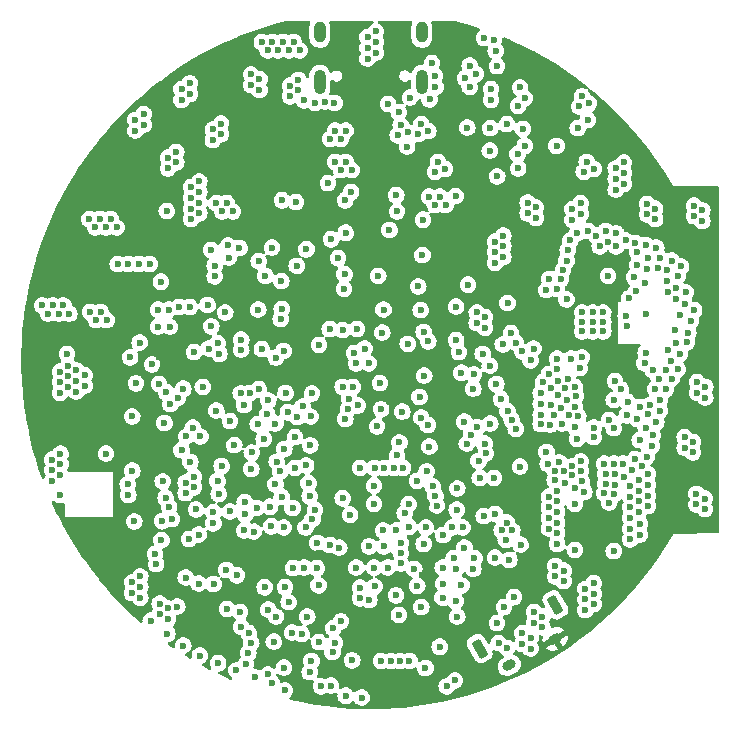
<source format=gbr>
%TF.GenerationSoftware,KiCad,Pcbnew,8.0.1*%
%TF.CreationDate,2024-08-18T17:01:31-04:00*%
%TF.ProjectId,stm32h7,73746d33-3268-4372-9e6b-696361645f70,rev?*%
%TF.SameCoordinates,Original*%
%TF.FileFunction,Copper,L3,Inr*%
%TF.FilePolarity,Positive*%
%FSLAX46Y46*%
G04 Gerber Fmt 4.6, Leading zero omitted, Abs format (unit mm)*
G04 Created by KiCad (PCBNEW 8.0.1) date 2024-08-18 17:01:31*
%MOMM*%
%LPD*%
G01*
G04 APERTURE LIST*
G04 Aperture macros list*
%AMRoundRect*
0 Rectangle with rounded corners*
0 $1 Rounding radius*
0 $2 $3 $4 $5 $6 $7 $8 $9 X,Y pos of 4 corners*
0 Add a 4 corners polygon primitive as box body*
4,1,4,$2,$3,$4,$5,$6,$7,$8,$9,$2,$3,0*
0 Add four circle primitives for the rounded corners*
1,1,$1+$1,$2,$3*
1,1,$1+$1,$4,$5*
1,1,$1+$1,$6,$7*
1,1,$1+$1,$8,$9*
0 Add four rect primitives between the rounded corners*
20,1,$1+$1,$2,$3,$4,$5,0*
20,1,$1+$1,$4,$5,$6,$7,0*
20,1,$1+$1,$6,$7,$8,$9,0*
20,1,$1+$1,$8,$9,$2,$3,0*%
%AMHorizOval*
0 Thick line with rounded ends*
0 $1 width*
0 $2 $3 position (X,Y) of the first rounded end (center of the circle)*
0 $4 $5 position (X,Y) of the second rounded end (center of the circle)*
0 Add line between two ends*
20,1,$1,$2,$3,$4,$5,0*
0 Add two circle primitives to create the rounded ends*
1,1,$1,$2,$3*
1,1,$1,$4,$5*%
G04 Aperture macros list end*
%TA.AperFunction,ComponentPad*%
%ADD10HorizOval,0.800000X0.173205X0.100000X-0.173205X-0.100000X0*%
%TD*%
%TA.AperFunction,ComponentPad*%
%ADD11RoundRect,0.131234X0.101625X-0.713551X0.567141X-0.444785X-0.101625X0.713551X-0.567141X0.444785X0*%
%TD*%
%TA.AperFunction,ComponentPad*%
%ADD12O,1.000000X2.100000*%
%TD*%
%TA.AperFunction,ComponentPad*%
%ADD13O,1.000000X1.800000*%
%TD*%
%TA.AperFunction,ViaPad*%
%ADD14C,0.600000*%
%TD*%
%TA.AperFunction,ViaPad*%
%ADD15C,1.000000*%
%TD*%
G04 APERTURE END LIST*
D10*
%TO.N,BTN*%
%TO.C,SW1*%
X141742149Y-97881403D03*
%TO.N,+3V3*%
X145630603Y-95636403D03*
D11*
%TO.N,N/C*%
X145650000Y-92750000D03*
X139232752Y-96455000D03*
%TD*%
D12*
%TO.N,unconnected-(J1-SHIELD-PadS1)_1*%
%TO.C,J1*%
X134345000Y-48490000D03*
D13*
%TO.N,unconnected-(J1-SHIELD-PadS1)_2*%
X134345000Y-44290000D03*
D12*
%TO.N,unconnected-(J1-SHIELD-PadS1)*%
X125705000Y-48490000D03*
D13*
%TO.N,unconnected-(J1-SHIELD-PadS1)_0*%
X125705000Y-44290000D03*
%TD*%
D14*
%TO.N,GND*%
X127000000Y-52600000D03*
X126600000Y-53300000D03*
X127500000Y-53300000D03*
%TO.N,+3V3*%
X112400000Y-79800000D03*
X134365000Y-90185000D03*
X151500000Y-70900000D03*
X148000000Y-63100000D03*
X102900000Y-72000000D03*
X127500000Y-62400000D03*
X121650000Y-59750000D03*
X106590796Y-86549452D03*
X146300000Y-94300000D03*
X144600000Y-78700000D03*
X134800000Y-84182940D03*
X103595000Y-77200000D03*
X148000000Y-62300000D03*
X126550000Y-89600000D03*
D15*
X143550000Y-47000000D03*
X142780000Y-46080000D03*
D14*
X126400000Y-74000000D03*
X122300000Y-54100000D03*
X137161192Y-79674110D03*
X107600000Y-78000000D03*
X108450000Y-88200000D03*
X125600000Y-88350000D03*
X102050000Y-69800000D03*
X141000000Y-91300000D03*
X114200000Y-52300000D03*
X148000000Y-64000000D03*
X112650000Y-89900000D03*
X112050000Y-71750000D03*
X126275000Y-71775000D03*
X112307777Y-78513878D03*
X116800000Y-66100000D03*
%TO.N,GPS_TXD*%
X117925000Y-62325000D03*
X116200000Y-67350000D03*
%TO.N,VCC*%
X137200000Y-58150000D03*
X128350000Y-57800000D03*
X142500000Y-50512500D03*
X147550000Y-52400000D03*
X123800000Y-76850000D03*
X140724584Y-56475790D03*
X118700000Y-90250000D03*
X123750000Y-64050000D03*
X122350000Y-81450000D03*
%TO.N,VBUS*%
X132250000Y-59450000D03*
X131600000Y-61000000D03*
X127250000Y-63400000D03*
X128950000Y-75875000D03*
%TO.N,Net-(J1-CC1)*%
X131486091Y-50336091D03*
X132400000Y-51050000D03*
%TO.N,Net-(U6-XTB)*%
X151600000Y-68300000D03*
X153300000Y-68100000D03*
%TO.N,Net-(U6-XTA)*%
X155800000Y-69500000D03*
X151700000Y-69141158D03*
%TO.N,Net-(U4-PROG)*%
X140100000Y-54300000D03*
X138200000Y-52350000D03*
%TO.N,ANT_SW_CTRL*%
X146600000Y-66900000D03*
X152800000Y-78800000D03*
%TO.N,LCD_RST*%
X139586091Y-85236091D03*
X123075000Y-92525000D03*
X137200000Y-92450000D03*
X134988603Y-79350000D03*
X141750000Y-88950000D03*
X129900000Y-92350000D03*
X138150000Y-79100000D03*
X139775000Y-79925000D03*
%TO.N,LoRa_BUSY*%
X141550000Y-85788909D03*
X132575000Y-87525000D03*
X141950000Y-77100000D03*
X142300000Y-70550000D03*
%TO.N,LoRa_NSS*%
X127900000Y-61250000D03*
X122813909Y-74813909D03*
X145825000Y-71900000D03*
X134450000Y-60150000D03*
%TO.N,INT_MAG*%
X134300000Y-92950000D03*
X130300000Y-89600000D03*
X129888909Y-87800000D03*
X141300000Y-92950000D03*
%TO.N,LCD_B3*%
X130900000Y-76200000D03*
X115225000Y-84675000D03*
X122050000Y-80650000D03*
X117150000Y-83350000D03*
X137700000Y-73100000D03*
X134150000Y-75150000D03*
%TO.N,SCK*%
X120500000Y-67750000D03*
X141600000Y-67200000D03*
X134300000Y-76900000D03*
X141200000Y-70700000D03*
%TO.N,XL_INT1*%
X137300000Y-84700000D03*
X128275000Y-85125000D03*
X137800000Y-86200000D03*
%TO.N,LCD_CS*%
X132700000Y-76400000D03*
X129500000Y-71050000D03*
%TO.N,USB_D-*%
X126672488Y-61800000D03*
X124922182Y-76800000D03*
%TO.N,USB_D+*%
X124575000Y-62650000D03*
X124250000Y-75948829D03*
%TO.N,LCD_HSYNC*%
X139050000Y-77704664D03*
X132450000Y-79000000D03*
%TO.N,LCD_R1*%
X117400000Y-81000000D03*
X115450000Y-86800000D03*
X115600000Y-78500000D03*
X128500000Y-74300000D03*
X138250000Y-65650000D03*
X130800000Y-73978318D03*
%TO.N,Net-(J5-Pin_12)*%
X137250000Y-89700000D03*
X138700000Y-89700000D03*
X140550000Y-88750000D03*
X132400000Y-93600000D03*
%TO.N,LoRa_RST*%
X138800000Y-88800000D03*
X142850000Y-71300000D03*
X132550000Y-89249184D03*
X142000000Y-86450000D03*
X137050000Y-88800000D03*
X142300000Y-77850000D03*
%TO.N,LCD_B2*%
X138700000Y-74450000D03*
X140550000Y-85050000D03*
X122763909Y-91263909D03*
X141050000Y-75350000D03*
%TO.N,LCD_G3*%
X137250000Y-70350000D03*
X131076603Y-86450000D03*
X124500000Y-86200000D03*
X139661091Y-79111091D03*
X133950000Y-82250000D03*
X139500000Y-71500000D03*
%TO.N,LCD_R4*%
X118100000Y-77200000D03*
X127650000Y-69500000D03*
X131100000Y-67750000D03*
X119350000Y-84050000D03*
X119950000Y-79850000D03*
X122650000Y-71250000D03*
%TO.N,LCD_G0*%
X117050000Y-82250000D03*
X122700000Y-79550000D03*
X114638909Y-87188909D03*
X129850000Y-72300000D03*
%TO.N,LCD_VSYNC*%
X138500000Y-78350000D03*
X121500000Y-84450000D03*
X116700000Y-85850000D03*
X124750000Y-82450000D03*
%TO.N,LoRa_DIO1*%
X132550000Y-88356270D03*
X141100000Y-86450000D03*
X141600000Y-76350000D03*
X141900000Y-69750000D03*
%TO.N,LCD_G4*%
X138750000Y-73250000D03*
X130550000Y-77650000D03*
%TO.N,XL_INT0*%
X133250000Y-86150000D03*
X136900000Y-86200000D03*
X134700000Y-86200000D03*
X125300000Y-84725000D03*
%TO.N,LCD_R3*%
X114750000Y-80650000D03*
X134250000Y-67800000D03*
X128175000Y-75325000D03*
X120950000Y-78700000D03*
X123600000Y-78550000D03*
X134550000Y-73350000D03*
%TO.N,LCD_G1*%
X125638379Y-70738379D03*
X116700461Y-84899661D03*
X131000000Y-69700000D03*
X114400000Y-78500000D03*
X121989674Y-71825208D03*
X134500000Y-69650000D03*
X137486091Y-71363909D03*
X120100000Y-86550000D03*
%TO.N,LCD_B5*%
X116950000Y-76300000D03*
X119300000Y-75850000D03*
%TO.N,LCD_DE*%
X132250000Y-80100000D03*
X137950000Y-77250000D03*
X129100000Y-81150000D03*
X122650000Y-86200000D03*
%TO.N,LCD_R5*%
X134050000Y-65800000D03*
X123600000Y-81150000D03*
X128800000Y-72300000D03*
X124900000Y-79250000D03*
X133150000Y-70650000D03*
X123400000Y-84550000D03*
%TO.N,LCD_B4*%
X127647182Y-74297182D03*
X121250000Y-76600000D03*
%TO.N,LCD_G2*%
X134750000Y-81450000D03*
X134900000Y-70450000D03*
X140100000Y-72500000D03*
X130300000Y-82650000D03*
X140150000Y-77400000D03*
X125086091Y-85513909D03*
%TO.N,LCD_R2*%
X132177913Y-86450000D03*
X125600000Y-91100000D03*
X115450000Y-90950000D03*
X127350000Y-87900000D03*
X140650000Y-74050000D03*
X135275000Y-82725000D03*
X137249262Y-67499262D03*
X139150000Y-80550000D03*
%TO.N,SDA*%
X136150000Y-90950000D03*
X132900000Y-85000000D03*
X141450000Y-87250000D03*
X130300000Y-84200000D03*
X137950000Y-87900000D03*
%TO.N,SCL*%
X126400000Y-57050000D03*
X136110000Y-89600000D03*
X131150000Y-87800000D03*
X133950000Y-91150000D03*
X120800000Y-71100000D03*
X121100000Y-64900000D03*
X122488909Y-67688909D03*
X145750000Y-53900000D03*
X131450000Y-89600000D03*
%TO.N,MISO*%
X143800000Y-71050000D03*
X122450000Y-65350000D03*
%TO.N,MOSI*%
X135850000Y-96300000D03*
X121036091Y-91263909D03*
X143550000Y-72050000D03*
X124650000Y-93750000D03*
X134852274Y-77525067D03*
X142650000Y-81050000D03*
X116713909Y-90986091D03*
X142700000Y-87650000D03*
X137350000Y-93750000D03*
%TO.N,/Accel & Magnetometer/CS_MAG*%
X137700000Y-91100000D03*
X136100000Y-92150000D03*
%TO.N,GND*%
X143550000Y-96450000D03*
X152600000Y-77000000D03*
X114700000Y-67550000D03*
X145900000Y-75000000D03*
X130450000Y-45100000D03*
X146500000Y-82400000D03*
X144400000Y-76650000D03*
X107650000Y-68650000D03*
X121700000Y-45100000D03*
X127646616Y-83729460D03*
X143300000Y-59600000D03*
X109500000Y-63900000D03*
X104400000Y-73400000D03*
X103100000Y-67400000D03*
X154100000Y-59200000D03*
X112850000Y-55800000D03*
X152400000Y-62100000D03*
X131150000Y-81150000D03*
X151800000Y-75600000D03*
X110100000Y-51700000D03*
X120250000Y-98900000D03*
X148300000Y-55250000D03*
X138400000Y-48900000D03*
X152800000Y-86800000D03*
X155000000Y-72900000D03*
X120800000Y-45100000D03*
X152800000Y-76000000D03*
X126950000Y-50250000D03*
X144900000Y-66100000D03*
X144000000Y-60000000D03*
X149900000Y-61100000D03*
X157600000Y-84250000D03*
X104500000Y-68100000D03*
X144550000Y-94650000D03*
X125450000Y-89650000D03*
X147100000Y-81000000D03*
X135500000Y-48900000D03*
X112800000Y-95200000D03*
X147650000Y-50550000D03*
X157600000Y-83350000D03*
X123900000Y-48300000D03*
X147900000Y-71800000D03*
X152800000Y-85900000D03*
X132550000Y-52150000D03*
X157300000Y-78950000D03*
X147600000Y-76800000D03*
X149900000Y-82500000D03*
X149700000Y-68800000D03*
X143050000Y-49850000D03*
X103700000Y-73900000D03*
X151450000Y-57100000D03*
X122500000Y-58500000D03*
X145800000Y-84000000D03*
X111750000Y-88450000D03*
X141250000Y-61500000D03*
X104000000Y-67400000D03*
X153400000Y-59700000D03*
X152000000Y-87200000D03*
X120550000Y-74500000D03*
X128400000Y-55950000D03*
X145100000Y-83600000D03*
X154100000Y-60100000D03*
X114350000Y-82400000D03*
X123350000Y-95100000D03*
X116800000Y-64050000D03*
X127850000Y-58500000D03*
X128800000Y-89600000D03*
X135450000Y-58900000D03*
X117350000Y-52900000D03*
X144550000Y-93750000D03*
X151450000Y-55300000D03*
X149400000Y-62400000D03*
X120350000Y-84550000D03*
X127500000Y-55950000D03*
X146350000Y-90750000D03*
X143050000Y-53900000D03*
X139000000Y-68000000D03*
X119050000Y-70300000D03*
X155200000Y-71200000D03*
X115500000Y-58700000D03*
X140550000Y-62900000D03*
X147800000Y-58750000D03*
X143850000Y-94250000D03*
X129750000Y-45600000D03*
X145500000Y-76700000D03*
X117450000Y-59450000D03*
X148100000Y-83200000D03*
X140200000Y-50000000D03*
X116650000Y-53400000D03*
X123900000Y-49200000D03*
X135600000Y-84350000D03*
X151400000Y-80800000D03*
X142900000Y-52450000D03*
X153300000Y-62300000D03*
X146700000Y-73600000D03*
X114350000Y-90450000D03*
X110500000Y-90350000D03*
X142850000Y-95150000D03*
X148800000Y-68000000D03*
X125050000Y-74850000D03*
X123700000Y-58650000D03*
X109500000Y-83450000D03*
X112150000Y-93550000D03*
X127000000Y-95950000D03*
X135700000Y-55250000D03*
X142150000Y-92100000D03*
X150750000Y-56700000D03*
X113650000Y-92900000D03*
X108600000Y-63900000D03*
X109800000Y-91750000D03*
X129100000Y-92200000D03*
X142650000Y-48950000D03*
X147274997Y-82900000D03*
X137150000Y-99150000D03*
X153200000Y-72300000D03*
X144000000Y-59100000D03*
X112000000Y-69200000D03*
X123100000Y-45800000D03*
X130350000Y-91200000D03*
X147300000Y-88100000D03*
X114800000Y-58300000D03*
X135850000Y-58200000D03*
X147800000Y-80600000D03*
X134050000Y-52900000D03*
X119700000Y-95150000D03*
X142850000Y-96050000D03*
X146800000Y-76700000D03*
X144400000Y-75750000D03*
X114800000Y-60100000D03*
X112100000Y-74050000D03*
X111850000Y-89300000D03*
X119000000Y-74850000D03*
X153000000Y-81000000D03*
X119050000Y-94600000D03*
X133236396Y-84236396D03*
X152400000Y-80400000D03*
X151500000Y-81900000D03*
X156600000Y-67300000D03*
X141550000Y-52050000D03*
X115050000Y-82800000D03*
X158350000Y-75200000D03*
X144400000Y-74850000D03*
X127800000Y-64750000D03*
X119300000Y-86450000D03*
X127900000Y-52600000D03*
X152000000Y-86300000D03*
X107150000Y-67950000D03*
X129750000Y-46500000D03*
X141250000Y-62400000D03*
X140200000Y-49100000D03*
X156600000Y-79450000D03*
X136350000Y-58900000D03*
X148900000Y-77750000D03*
X150700000Y-81700000D03*
X154300000Y-64200000D03*
X120600000Y-49150000D03*
X145100000Y-84500000D03*
X113550000Y-55300000D03*
X145650000Y-89450000D03*
X149700000Y-68000000D03*
X120542112Y-63664552D03*
X114700000Y-48600000D03*
X146100000Y-65200000D03*
X132750000Y-81150000D03*
X110500000Y-92150000D03*
X152700000Y-83100000D03*
X145600000Y-81400000D03*
X116950000Y-58750000D03*
X153700000Y-75800000D03*
X147000000Y-71900000D03*
X134300000Y-52050000D03*
X129750000Y-44700000D03*
X158300000Y-84650000D03*
X153500000Y-82600000D03*
X153400000Y-64300000D03*
X139600000Y-44750000D03*
X151600000Y-61900000D03*
X108500000Y-60800000D03*
X150200000Y-84100000D03*
X112850000Y-54900000D03*
X143550000Y-95550000D03*
X147900000Y-69600000D03*
X114800000Y-59200000D03*
X112150000Y-92650000D03*
X126788909Y-96750000D03*
X153400000Y-58800000D03*
X139700000Y-69300000D03*
X115500000Y-56900000D03*
X132300000Y-53000000D03*
X146400000Y-81400000D03*
X145150000Y-65150000D03*
X130450000Y-46000000D03*
X148800000Y-68800000D03*
X150800000Y-61300000D03*
X140550000Y-63800000D03*
X117050000Y-70600000D03*
X156200000Y-68200000D03*
X128450000Y-97450000D03*
X116500000Y-62700000D03*
X151900000Y-66800000D03*
X110500000Y-91250000D03*
X131700000Y-97500000D03*
X112950000Y-84450000D03*
X150600000Y-80800000D03*
X110800000Y-51200000D03*
X154200000Y-62500000D03*
X138400000Y-47100000D03*
X147900000Y-82300000D03*
X118650000Y-98300000D03*
X145800000Y-85800000D03*
X123200000Y-48800000D03*
X145100000Y-85400000D03*
X143850000Y-93350000D03*
X145100000Y-73200000D03*
X141550000Y-96400000D03*
X112850000Y-93050000D03*
X132150000Y-91950000D03*
X145800000Y-84900000D03*
X124400000Y-50050000D03*
X147300000Y-84200000D03*
X123200000Y-49700000D03*
X153500000Y-63400000D03*
X152000000Y-84500000D03*
X133150000Y-52750000D03*
X109450000Y-82550000D03*
X117350000Y-52000000D03*
X114800000Y-57400000D03*
X119800000Y-74800000D03*
X147300000Y-77700000D03*
X115500000Y-57800000D03*
X128850000Y-69400000D03*
X153500000Y-84400000D03*
X125000000Y-97500000D03*
X149700000Y-69600000D03*
X106200000Y-60100000D03*
X143300000Y-58700000D03*
X147500000Y-61300000D03*
X148900000Y-91800000D03*
X138900000Y-47800000D03*
X146600000Y-63600000D03*
X129250000Y-100600000D03*
X146200000Y-77400000D03*
X157300000Y-79850000D03*
X150200000Y-77100000D03*
X116800000Y-64950000D03*
X103750000Y-80850000D03*
X155900000Y-70600000D03*
X149100000Y-61500000D03*
X153900000Y-72900000D03*
X139000000Y-68900000D03*
X150750000Y-57600000D03*
X152300000Y-65000000D03*
X121950000Y-77400000D03*
X126550000Y-87700000D03*
X132500000Y-97500000D03*
X146000000Y-80700000D03*
X105800000Y-73300000D03*
X146350000Y-89850000D03*
X150700000Y-82600000D03*
X122750000Y-100000000D03*
X157650000Y-73900000D03*
X110400000Y-63900000D03*
X125500000Y-87500000D03*
X145300000Y-75800000D03*
X147300000Y-76000000D03*
X153300000Y-77800000D03*
X152000000Y-82700000D03*
X140600000Y-45850000D03*
X152700000Y-82200000D03*
X142450000Y-54600000D03*
X154400000Y-73600000D03*
X124850000Y-83550000D03*
X123000000Y-76450000D03*
X145100000Y-86300000D03*
X152000000Y-83600000D03*
X153200000Y-65500000D03*
X103050000Y-81350000D03*
X115550000Y-97050000D03*
X136300000Y-55850000D03*
X144600000Y-73900000D03*
X130650000Y-64900000D03*
X145000000Y-80800000D03*
X157400000Y-58950000D03*
X157650000Y-74800000D03*
X147100000Y-59250000D03*
X153800000Y-79300000D03*
X148800000Y-69600000D03*
X135500000Y-83500000D03*
X112550000Y-77350000D03*
X148200000Y-93200000D03*
X155900000Y-65900000D03*
X147500000Y-78700000D03*
X103700000Y-83450000D03*
X106750000Y-68650000D03*
X113800000Y-67550000D03*
X145800000Y-66000000D03*
X148900000Y-92700000D03*
X106250000Y-67950000D03*
X147900000Y-49700000D03*
X131950000Y-81150000D03*
X109800000Y-90850000D03*
X119650000Y-96800000D03*
X155500000Y-63600000D03*
X119400000Y-85100000D03*
X151450000Y-56200000D03*
X118350000Y-59450000D03*
X112367870Y-85649286D03*
X103750000Y-81750000D03*
X156000000Y-64900000D03*
X103050000Y-80450000D03*
X114000000Y-50000000D03*
X145200000Y-77500000D03*
X113550000Y-54400000D03*
X141250000Y-63300000D03*
X127900000Y-100450000D03*
X147100000Y-81800000D03*
X135000000Y-49950000D03*
X145800000Y-86700000D03*
X103750000Y-79950000D03*
X150750000Y-55800000D03*
X148900000Y-90900000D03*
X142500000Y-55800000D03*
X145600000Y-82200000D03*
X157100000Y-68700000D03*
X155500000Y-73600000D03*
X140850000Y-96000000D03*
X149800000Y-80800000D03*
X156000000Y-72800000D03*
X111300000Y-63900000D03*
X121650000Y-62500000D03*
X112000000Y-67750000D03*
X130900000Y-97500000D03*
X155100000Y-65300000D03*
X114350000Y-83300000D03*
X138000000Y-48150000D03*
X114150000Y-96200000D03*
X152600000Y-64000000D03*
X124550000Y-80950000D03*
X153400000Y-80200000D03*
X156600000Y-78550000D03*
X158350000Y-74300000D03*
X122200000Y-45800000D03*
X110150000Y-74000000D03*
X119450000Y-97750000D03*
X112650000Y-83700000D03*
X134900000Y-52650000D03*
X128600000Y-71450000D03*
X153300000Y-71400000D03*
X146300000Y-64400000D03*
X153500000Y-81700000D03*
X153900000Y-78400000D03*
X145800000Y-83100000D03*
X154500000Y-76300000D03*
X112850000Y-93950000D03*
X124172182Y-95227818D03*
X152100000Y-81300000D03*
X147300000Y-74300000D03*
X156700000Y-66300000D03*
X148500000Y-50300000D03*
X155100000Y-64400000D03*
X107600000Y-60800000D03*
X148050000Y-56100000D03*
X146100000Y-76100000D03*
X136450000Y-99650000D03*
X148900000Y-78550000D03*
X105800000Y-74200000D03*
X145800000Y-87600000D03*
X103050000Y-82250000D03*
X112300000Y-87275000D03*
X135450000Y-47950000D03*
X155400000Y-72100000D03*
X150100000Y-64900000D03*
X103700000Y-74800000D03*
X149900000Y-81700000D03*
X119900000Y-95950000D03*
X156900000Y-69700000D03*
X153500000Y-76600000D03*
X147700000Y-72700000D03*
X121300000Y-45800000D03*
X111400000Y-94100000D03*
X153500000Y-83500000D03*
X150600000Y-83400000D03*
X105100000Y-73800000D03*
X154500000Y-75400000D03*
X145800000Y-72800000D03*
X150800000Y-62400000D03*
X121350000Y-93150000D03*
X119900000Y-48750000D03*
X126150000Y-50150000D03*
X117850000Y-58750000D03*
X113000000Y-69200000D03*
X139700000Y-68400000D03*
X152700000Y-84900000D03*
X145650000Y-90350000D03*
X157400000Y-67800000D03*
X151200000Y-74500000D03*
X140150000Y-52400000D03*
X122600000Y-45100000D03*
X129100000Y-91300000D03*
X140550000Y-62000000D03*
X102200000Y-67400000D03*
X157400000Y-59850000D03*
X123500000Y-45100000D03*
X152500000Y-66200000D03*
X110800000Y-52100000D03*
X124000000Y-45800000D03*
X146600000Y-75400000D03*
X158100000Y-60250000D03*
X133300000Y-97500000D03*
X140450000Y-44900000D03*
X120600000Y-48250000D03*
X152600000Y-62900000D03*
X151700000Y-76700000D03*
X148400000Y-61100000D03*
X140700000Y-94300000D03*
X149800000Y-83300000D03*
X108000000Y-60100000D03*
X133350000Y-49800000D03*
X152700000Y-84000000D03*
X155000000Y-74500000D03*
X146700000Y-62700000D03*
X150600000Y-77800000D03*
X147800000Y-81400000D03*
X158300000Y-83750000D03*
X156300000Y-64100000D03*
X134950000Y-58200000D03*
X130350000Y-81150000D03*
X154500000Y-63400000D03*
X156200000Y-71500000D03*
X105100000Y-72900000D03*
X104400000Y-74300000D03*
X110100000Y-52600000D03*
X155900000Y-66900000D03*
X125800000Y-99650000D03*
X121650000Y-99400000D03*
X127863909Y-77013909D03*
X144900000Y-79800000D03*
X127900000Y-55250000D03*
X148200000Y-92300000D03*
X146500000Y-74400000D03*
X148900000Y-55850000D03*
X116300000Y-71050000D03*
X150600000Y-75400000D03*
X147400000Y-75100000D03*
X112900000Y-67750000D03*
X150700000Y-73800000D03*
X144400000Y-77450000D03*
X114700000Y-49500000D03*
X117800000Y-89800000D03*
X146900000Y-61900000D03*
X147100000Y-60150000D03*
X145300000Y-74400000D03*
X126650000Y-99600000D03*
X119900000Y-47850000D03*
X114000000Y-49100000D03*
X127000000Y-55250000D03*
X147800000Y-59650000D03*
X126550000Y-69400000D03*
X135450000Y-56100000D03*
X117100000Y-97700000D03*
X114000000Y-79650000D03*
X106700000Y-60800000D03*
X155200000Y-66300000D03*
X115500000Y-59600000D03*
X158100000Y-59350000D03*
X148200000Y-91400000D03*
X103600000Y-68100000D03*
X150100000Y-62000000D03*
X119050000Y-71150000D03*
X135200000Y-46900000D03*
X147900000Y-68000000D03*
X103700000Y-73000000D03*
X124400000Y-89600000D03*
X156800000Y-70500000D03*
X116650000Y-52500000D03*
X147900000Y-68800000D03*
X130450000Y-44200000D03*
X145900000Y-73800000D03*
X112700000Y-74750000D03*
X105100000Y-74700000D03*
X104400000Y-72500000D03*
X154100000Y-74500000D03*
X154200000Y-77300000D03*
X125300000Y-50250000D03*
X122000000Y-93750000D03*
X107100000Y-60100000D03*
X102700000Y-68100000D03*
X120450000Y-77450000D03*
X115050000Y-81900000D03*
X150600000Y-88200000D03*
X152000000Y-85400000D03*
%TO.N,Net-(C1-Pad2)*%
X128113909Y-76163909D03*
X121950000Y-82550000D03*
X123450000Y-89650000D03*
X121600000Y-86100000D03*
%TO.N,NRST*%
X109836159Y-81391660D03*
X122400000Y-68550000D03*
%TO.N,QSPI_CLK*%
X111500000Y-72400000D03*
X114150000Y-74450000D03*
X118100000Y-84850000D03*
X118463909Y-79236091D03*
%TO.N,QSPI_NCS*%
X115800000Y-74299999D03*
X107600000Y-79950000D03*
%TO.N,QSPI_D0*%
X122481954Y-83595864D03*
X113675000Y-75225000D03*
X119900000Y-81250000D03*
X109650000Y-71800000D03*
%TO.N,QSPI_D1*%
X121350000Y-75450000D03*
X114950000Y-77750000D03*
X113050000Y-75746935D03*
X109825001Y-76798515D03*
%TO.N,QSPI_D3*%
X109999095Y-85692289D03*
X104300000Y-71499998D03*
%TO.N,FG_NALERT*%
X134400000Y-63150000D03*
X127750000Y-66000000D03*
%TO.N,Net-(J6-Pin_2)*%
X113200000Y-85500000D03*
X117850000Y-93100000D03*
%TO.N,BTN*%
X121809719Y-95872893D03*
X116525000Y-69175000D03*
X118950000Y-93350000D03*
X132175000Y-58075000D03*
X117700000Y-68000000D03*
X134650000Y-98100000D03*
%TO.N,Net-(ATGM336H1-GND)*%
X118900000Y-62522182D03*
X112750000Y-59400000D03*
X112250000Y-65400000D03*
%TO.N,GPS_ON*%
X117200000Y-71500000D03*
X110450000Y-70550000D03*
%TO.N,LDO_EN*%
X140700000Y-47150000D03*
X115047182Y-71352818D03*
X133100000Y-53950000D03*
X112400000Y-82300000D03*
X148400000Y-51700000D03*
X118000000Y-63350000D03*
%TO.N,BL_ANODE*%
X121300000Y-98650000D03*
X133700000Y-89700000D03*
X134500000Y-87600000D03*
X124844306Y-98455694D03*
X127500000Y-94150000D03*
X136150000Y-86850000D03*
%TO.N,BL_CATHODE*%
X139250000Y-82000000D03*
X122662649Y-98075823D03*
X125636091Y-95913909D03*
X126850000Y-94725000D03*
X137350000Y-82900000D03*
X140450000Y-82000000D03*
%TD*%
%TA.AperFunction,Conductor*%
%TO.N,+3V3*%
G36*
X124855944Y-43320185D02*
G01*
X124901699Y-43372989D01*
X124911643Y-43442147D01*
X124903466Y-43471952D01*
X124839106Y-43627332D01*
X124839103Y-43627341D01*
X124804500Y-43801304D01*
X124804500Y-44778695D01*
X124839103Y-44952658D01*
X124839106Y-44952667D01*
X124906983Y-45116540D01*
X124906990Y-45116553D01*
X125005535Y-45264034D01*
X125005538Y-45264038D01*
X125130961Y-45389461D01*
X125130965Y-45389464D01*
X125278446Y-45488009D01*
X125278459Y-45488016D01*
X125372970Y-45527163D01*
X125442334Y-45555894D01*
X125442336Y-45555894D01*
X125442341Y-45555896D01*
X125616304Y-45590499D01*
X125616307Y-45590500D01*
X125616309Y-45590500D01*
X125793693Y-45590500D01*
X125793694Y-45590499D01*
X125851682Y-45578964D01*
X125967658Y-45555896D01*
X125967661Y-45555894D01*
X125967666Y-45555894D01*
X126131547Y-45488013D01*
X126279035Y-45389464D01*
X126404464Y-45264035D01*
X126503013Y-45116547D01*
X126570894Y-44952666D01*
X126575179Y-44931128D01*
X126605499Y-44778695D01*
X126605500Y-44778693D01*
X126605500Y-43801306D01*
X126605499Y-43801304D01*
X126570896Y-43627341D01*
X126570893Y-43627332D01*
X126506534Y-43471952D01*
X126499065Y-43402482D01*
X126530341Y-43340003D01*
X126590430Y-43304352D01*
X126621095Y-43300500D01*
X129998961Y-43300500D01*
X129999577Y-43300502D01*
X130153788Y-43301268D01*
X130220727Y-43321285D01*
X130266219Y-43374315D01*
X130275819Y-43443522D01*
X130246478Y-43506933D01*
X130205664Y-43535291D01*
X130206416Y-43536724D01*
X130049150Y-43619263D01*
X129921816Y-43732072D01*
X129825182Y-43872068D01*
X129825181Y-43872071D01*
X129807206Y-43919470D01*
X129765029Y-43975173D01*
X129699432Y-43999231D01*
X129691264Y-43999500D01*
X129664944Y-43999500D01*
X129499773Y-44040210D01*
X129349150Y-44119263D01*
X129221816Y-44232072D01*
X129125182Y-44372068D01*
X129064860Y-44531125D01*
X129064859Y-44531130D01*
X129044355Y-44700000D01*
X129064859Y-44868869D01*
X129064860Y-44868874D01*
X129125182Y-45027931D01*
X129125185Y-45027936D01*
X129160819Y-45079561D01*
X129182702Y-45145915D01*
X129165236Y-45213567D01*
X129160819Y-45220439D01*
X129125185Y-45272063D01*
X129125182Y-45272068D01*
X129064860Y-45431125D01*
X129064859Y-45431130D01*
X129044355Y-45600000D01*
X129064859Y-45768869D01*
X129064860Y-45768874D01*
X129125182Y-45927931D01*
X129125185Y-45927936D01*
X129160819Y-45979561D01*
X129182702Y-46045915D01*
X129165236Y-46113567D01*
X129160819Y-46120439D01*
X129125185Y-46172063D01*
X129125182Y-46172068D01*
X129064860Y-46331125D01*
X129064859Y-46331130D01*
X129044355Y-46500000D01*
X129064859Y-46668869D01*
X129064860Y-46668874D01*
X129125182Y-46827931D01*
X129180106Y-46907501D01*
X129221817Y-46967929D01*
X129318239Y-47053351D01*
X129349150Y-47080736D01*
X129465860Y-47141990D01*
X129499775Y-47159790D01*
X129664944Y-47200500D01*
X129835056Y-47200500D01*
X130000225Y-47159790D01*
X130114874Y-47099617D01*
X130150849Y-47080736D01*
X130150850Y-47080734D01*
X130150852Y-47080734D01*
X130278183Y-46967929D01*
X130374818Y-46827930D01*
X130392794Y-46780529D01*
X130434971Y-46724827D01*
X130500568Y-46700769D01*
X130508736Y-46700500D01*
X130535056Y-46700500D01*
X130700225Y-46659790D01*
X130787083Y-46614203D01*
X130850849Y-46580736D01*
X130850850Y-46580734D01*
X130850852Y-46580734D01*
X130978183Y-46467929D01*
X131074818Y-46327930D01*
X131135140Y-46168872D01*
X131155645Y-46000000D01*
X131135140Y-45831128D01*
X131074818Y-45672070D01*
X131074816Y-45672068D01*
X131074816Y-45672066D01*
X131074815Y-45672065D01*
X131039181Y-45620441D01*
X131017297Y-45554087D01*
X131034762Y-45486435D01*
X131039181Y-45479559D01*
X131072609Y-45431130D01*
X131074818Y-45427930D01*
X131135140Y-45268872D01*
X131155645Y-45100000D01*
X131135140Y-44931128D01*
X131074818Y-44772070D01*
X131074816Y-44772068D01*
X131074816Y-44772066D01*
X131074815Y-44772065D01*
X131039181Y-44720441D01*
X131017297Y-44654087D01*
X131034762Y-44586435D01*
X131039181Y-44579559D01*
X131072609Y-44531130D01*
X131074818Y-44527930D01*
X131135140Y-44368872D01*
X131155645Y-44200000D01*
X131135140Y-44031128D01*
X131074818Y-43872070D01*
X130978183Y-43732071D01*
X130850852Y-43619266D01*
X130850850Y-43619265D01*
X130850849Y-43619264D01*
X130696106Y-43538048D01*
X130645894Y-43489464D01*
X130629919Y-43421445D01*
X130653254Y-43355587D01*
X130708490Y-43312800D01*
X130754347Y-43304254D01*
X133422476Y-43317517D01*
X133489414Y-43337534D01*
X133534906Y-43390565D01*
X133544506Y-43459772D01*
X133536419Y-43488966D01*
X133479106Y-43627334D01*
X133479105Y-43627338D01*
X133479104Y-43627341D01*
X133479103Y-43627341D01*
X133444500Y-43801304D01*
X133444500Y-44778695D01*
X133479103Y-44952658D01*
X133479106Y-44952667D01*
X133546983Y-45116540D01*
X133546990Y-45116553D01*
X133645535Y-45264034D01*
X133645538Y-45264038D01*
X133770961Y-45389461D01*
X133770965Y-45389464D01*
X133918446Y-45488009D01*
X133918459Y-45488016D01*
X134012970Y-45527163D01*
X134082334Y-45555894D01*
X134082336Y-45555894D01*
X134082341Y-45555896D01*
X134256304Y-45590499D01*
X134256307Y-45590500D01*
X134256309Y-45590500D01*
X134433693Y-45590500D01*
X134433694Y-45590499D01*
X134491682Y-45578964D01*
X134607658Y-45555896D01*
X134607661Y-45555894D01*
X134607666Y-45555894D01*
X134771547Y-45488013D01*
X134919035Y-45389464D01*
X135044464Y-45264035D01*
X135143013Y-45116547D01*
X135210894Y-44952666D01*
X135215179Y-44931128D01*
X135245499Y-44778695D01*
X135245500Y-44778693D01*
X135245500Y-43801306D01*
X135245499Y-43801304D01*
X135210896Y-43627341D01*
X135210893Y-43627332D01*
X135173362Y-43536724D01*
X135157390Y-43498164D01*
X135149922Y-43428696D01*
X135181197Y-43366217D01*
X135241287Y-43330565D01*
X135272560Y-43326715D01*
X137135218Y-43335975D01*
X137166560Y-43340164D01*
X138110466Y-43592035D01*
X138114578Y-43593210D01*
X138924212Y-43839746D01*
X139094421Y-43891575D01*
X139098529Y-43892904D01*
X139205637Y-43929639D01*
X139262664Y-43970007D01*
X139288814Y-44034799D01*
X139275783Y-44103443D01*
X139227710Y-44154145D01*
X139223038Y-44156727D01*
X139199148Y-44169266D01*
X139086153Y-44269371D01*
X139071816Y-44282072D01*
X138975182Y-44422068D01*
X138914860Y-44581125D01*
X138914859Y-44581130D01*
X138894355Y-44750000D01*
X138914859Y-44918869D01*
X138914860Y-44918874D01*
X138975182Y-45077931D01*
X139024929Y-45150000D01*
X139071817Y-45217929D01*
X139132922Y-45272063D01*
X139199150Y-45330736D01*
X139311047Y-45389464D01*
X139349775Y-45409790D01*
X139514944Y-45450500D01*
X139685056Y-45450500D01*
X139805644Y-45420778D01*
X139875445Y-45423847D01*
X139932507Y-45464167D01*
X139958713Y-45528936D01*
X139951260Y-45585145D01*
X139914861Y-45681122D01*
X139914859Y-45681130D01*
X139894355Y-45850000D01*
X139914859Y-46018869D01*
X139914860Y-46018874D01*
X139975182Y-46177931D01*
X140018171Y-46240210D01*
X140071817Y-46317929D01*
X140199148Y-46430734D01*
X140201071Y-46431743D01*
X140202220Y-46432855D01*
X140205322Y-46434996D01*
X140204966Y-46435511D01*
X140251285Y-46480326D01*
X140267261Y-46548345D01*
X140243928Y-46614203D01*
X140225676Y-46634356D01*
X140171816Y-46682071D01*
X140075182Y-46822068D01*
X140014860Y-46981125D01*
X140014859Y-46981130D01*
X139994355Y-47150000D01*
X140014859Y-47318869D01*
X140014860Y-47318874D01*
X140075182Y-47477931D01*
X140137475Y-47568177D01*
X140171817Y-47617929D01*
X140244219Y-47682071D01*
X140299150Y-47730736D01*
X140405331Y-47786464D01*
X140449775Y-47809790D01*
X140614944Y-47850500D01*
X140785056Y-47850500D01*
X140950225Y-47809790D01*
X141029692Y-47768081D01*
X141100849Y-47730736D01*
X141100850Y-47730734D01*
X141100852Y-47730734D01*
X141228183Y-47617929D01*
X141324818Y-47477930D01*
X141385140Y-47318872D01*
X141405645Y-47150000D01*
X141385140Y-46981128D01*
X141366178Y-46931130D01*
X141327040Y-46827930D01*
X141324818Y-46822070D01*
X141228183Y-46682071D01*
X141100852Y-46569266D01*
X141098924Y-46568254D01*
X141097773Y-46567140D01*
X141094678Y-46565004D01*
X141095033Y-46564489D01*
X141048712Y-46519668D01*
X141032738Y-46451649D01*
X141056074Y-46385792D01*
X141074321Y-46365646D01*
X141128183Y-46317929D01*
X141224818Y-46177930D01*
X141285140Y-46018872D01*
X141305645Y-45850000D01*
X141285140Y-45681128D01*
X141266178Y-45631130D01*
X141237646Y-45555896D01*
X141224818Y-45522070D01*
X141128183Y-45382071D01*
X141108546Y-45364674D01*
X141071421Y-45305485D01*
X141072189Y-45235619D01*
X141074827Y-45227903D01*
X141135140Y-45068872D01*
X141155645Y-44900000D01*
X141148981Y-44845117D01*
X141160441Y-44776194D01*
X141207345Y-44724408D01*
X141274801Y-44706201D01*
X141320366Y-44715960D01*
X141880174Y-44952667D01*
X141975556Y-44992998D01*
X141979496Y-44994745D01*
X142908464Y-45426259D01*
X142912297Y-45428122D01*
X143743496Y-45850000D01*
X143825682Y-45891714D01*
X143829498Y-45893735D01*
X144726168Y-46388829D01*
X144729873Y-46390960D01*
X145608785Y-46916979D01*
X145612400Y-46919228D01*
X146467126Y-47472070D01*
X146472497Y-47475544D01*
X146476069Y-47477945D01*
X146787900Y-47695399D01*
X147316195Y-48063805D01*
X147319693Y-48066335D01*
X147710440Y-48359554D01*
X148073599Y-48632072D01*
X148138967Y-48681124D01*
X148142364Y-48683767D01*
X148408451Y-48898317D01*
X148448282Y-48955720D01*
X148450757Y-49025546D01*
X148425991Y-49067259D01*
X148448195Y-49041057D01*
X148515014Y-49020637D01*
X148582266Y-49039582D01*
X148594211Y-49048099D01*
X148694167Y-49128695D01*
X148931969Y-49320439D01*
X148939721Y-49326689D01*
X148943028Y-49329452D01*
X149685547Y-49972068D01*
X149717523Y-49999741D01*
X149720728Y-50002614D01*
X150128493Y-50381130D01*
X150471415Y-50699455D01*
X150474528Y-50702447D01*
X150597918Y-50825255D01*
X151159943Y-51384629D01*
X151200507Y-51425001D01*
X151203507Y-51428093D01*
X151903902Y-52175490D01*
X151906768Y-52178657D01*
X152365904Y-52704131D01*
X152580719Y-52949983D01*
X152583503Y-52953283D01*
X153003269Y-53468872D01*
X153158704Y-53659790D01*
X153230190Y-53747594D01*
X153232857Y-53750989D01*
X153851500Y-54567329D01*
X153854047Y-54570815D01*
X154263173Y-55151630D01*
X154416475Y-55369266D01*
X154443888Y-55408182D01*
X154446312Y-55411754D01*
X155006637Y-56269135D01*
X155008936Y-56272789D01*
X155539558Y-57149954D01*
X155540845Y-57152132D01*
X155562886Y-57190306D01*
X155564090Y-57192102D01*
X155564136Y-57192182D01*
X155564137Y-57192183D01*
X155590855Y-57216094D01*
X155595843Y-57220814D01*
X155615489Y-57240460D01*
X155615492Y-57240462D01*
X155621938Y-57245408D01*
X155621798Y-57245590D01*
X155632360Y-57253239D01*
X155635067Y-57255662D01*
X155635068Y-57255662D01*
X155635069Y-57255663D01*
X155649658Y-57262105D01*
X155657668Y-57265643D01*
X155669577Y-57271688D01*
X155684009Y-57280020D01*
X155684011Y-57280021D01*
X155690569Y-57281778D01*
X155708573Y-57288122D01*
X155722146Y-57294116D01*
X155735615Y-57295490D01*
X155755111Y-57299072D01*
X155760438Y-57300500D01*
X155778402Y-57300500D01*
X155790991Y-57301141D01*
X155816842Y-57303779D01*
X155816842Y-57303778D01*
X155816843Y-57303779D01*
X155818369Y-57303449D01*
X155819121Y-57303288D01*
X155845267Y-57300500D01*
X159375500Y-57300500D01*
X159442539Y-57320185D01*
X159488294Y-57372989D01*
X159499500Y-57424500D01*
X159499500Y-86577509D01*
X159479815Y-86644548D01*
X159427011Y-86690303D01*
X159376088Y-86701508D01*
X155877248Y-86718112D01*
X155850525Y-86715327D01*
X155849237Y-86715049D01*
X155849226Y-86715048D01*
X155822361Y-86717790D01*
X155810369Y-86718430D01*
X155791696Y-86718519D01*
X155791402Y-86718521D01*
X155791400Y-86718521D01*
X155791396Y-86718522D01*
X155787059Y-86719706D01*
X155767009Y-86723439D01*
X155754537Y-86724712D01*
X155754529Y-86724714D01*
X155740027Y-86731119D01*
X155722601Y-86737307D01*
X155715078Y-86739361D01*
X155715071Y-86739364D01*
X155701544Y-86747258D01*
X155689146Y-86753588D01*
X155667457Y-86763167D01*
X155667452Y-86763170D01*
X155663982Y-86766276D01*
X155653106Y-86774193D01*
X155653165Y-86774269D01*
X155646741Y-86779247D01*
X155627884Y-86798281D01*
X155622494Y-86803404D01*
X155596526Y-86826645D01*
X155596519Y-86826654D01*
X155596344Y-86826957D01*
X155593339Y-86831465D01*
X155573248Y-86866646D01*
X155571614Y-86869423D01*
X155014143Y-87789246D01*
X155011727Y-87793073D01*
X154421258Y-88691628D01*
X154418704Y-88695365D01*
X153795823Y-89571792D01*
X153793134Y-89575433D01*
X153138685Y-90428538D01*
X153135865Y-90432078D01*
X152450715Y-91260733D01*
X152447767Y-91264168D01*
X151732854Y-92067239D01*
X151729784Y-92070564D01*
X150986001Y-92847048D01*
X150982811Y-92850259D01*
X150211229Y-93599039D01*
X150207923Y-93602132D01*
X149409492Y-94322286D01*
X149406077Y-94325255D01*
X148581906Y-95015781D01*
X148578384Y-95018624D01*
X147729562Y-95678609D01*
X147725938Y-95681322D01*
X146853604Y-96309883D01*
X146849884Y-96312462D01*
X145955180Y-96908776D01*
X145951369Y-96911217D01*
X145035488Y-97474487D01*
X145031590Y-97476787D01*
X144095785Y-98006242D01*
X144091805Y-98008399D01*
X143137273Y-98503363D01*
X143133218Y-98505372D01*
X142161300Y-98965150D01*
X142157174Y-98967011D01*
X141169087Y-99391028D01*
X141164895Y-99392737D01*
X140161987Y-99780412D01*
X140157736Y-99781966D01*
X139141400Y-100132762D01*
X139137096Y-100134161D01*
X138108566Y-100447652D01*
X138104213Y-100448892D01*
X137064974Y-100724625D01*
X137060578Y-100725706D01*
X136011939Y-100963335D01*
X136007508Y-100964254D01*
X134950938Y-101163445D01*
X134946475Y-101164203D01*
X133883297Y-101324707D01*
X133878810Y-101325301D01*
X132810472Y-101446898D01*
X132805966Y-101447327D01*
X131733948Y-101529850D01*
X131729430Y-101530115D01*
X130655093Y-101573459D01*
X130650568Y-101573559D01*
X129575371Y-101577666D01*
X129570845Y-101577601D01*
X128496185Y-101542464D01*
X128491664Y-101542233D01*
X127419044Y-101467901D01*
X127414536Y-101467506D01*
X126345308Y-101354075D01*
X126340816Y-101353515D01*
X125276471Y-101201141D01*
X125272003Y-101200418D01*
X124213930Y-101009301D01*
X124209491Y-101008416D01*
X123211572Y-100790283D01*
X123150283Y-100756736D01*
X123116859Y-100695379D01*
X123121914Y-100625693D01*
X123155822Y-100576330D01*
X123278183Y-100467929D01*
X123374818Y-100327930D01*
X123435140Y-100168872D01*
X123455645Y-100000000D01*
X123435140Y-99831128D01*
X123374818Y-99672070D01*
X123278183Y-99532071D01*
X123164244Y-99431130D01*
X123150849Y-99419263D01*
X123000226Y-99340210D01*
X122835056Y-99299500D01*
X122664944Y-99299500D01*
X122492492Y-99342005D01*
X122491955Y-99339826D01*
X122433369Y-99344338D01*
X122371865Y-99311188D01*
X122338046Y-99250048D01*
X122335973Y-99237988D01*
X122335140Y-99231128D01*
X122328604Y-99213895D01*
X122295811Y-99127424D01*
X122274818Y-99072070D01*
X122272880Y-99069263D01*
X122224040Y-98998506D01*
X122178183Y-98932071D01*
X122050852Y-98819266D01*
X122050850Y-98819265D01*
X122045238Y-98814293D01*
X122046298Y-98813095D01*
X122007875Y-98765678D01*
X121999212Y-98702973D01*
X122001326Y-98685564D01*
X122028947Y-98621390D01*
X122086881Y-98582334D01*
X122156734Y-98580799D01*
X122206646Y-98607698D01*
X122225689Y-98624568D01*
X122261799Y-98656559D01*
X122403882Y-98731130D01*
X122412424Y-98735613D01*
X122577593Y-98776323D01*
X122747705Y-98776323D01*
X122912874Y-98735613D01*
X123014889Y-98682071D01*
X123063498Y-98656559D01*
X123063499Y-98656557D01*
X123063501Y-98656557D01*
X123190832Y-98543752D01*
X123251614Y-98455694D01*
X124138661Y-98455694D01*
X124159165Y-98624563D01*
X124159166Y-98624568D01*
X124219488Y-98783625D01*
X124246026Y-98822071D01*
X124316123Y-98923623D01*
X124400649Y-98998506D01*
X124443456Y-99036430D01*
X124590244Y-99113470D01*
X124594081Y-99115484D01*
X124759250Y-99156194D01*
X124929362Y-99156194D01*
X125046087Y-99127424D01*
X125115887Y-99130493D01*
X125172949Y-99170813D01*
X125199155Y-99235582D01*
X125186183Y-99304237D01*
X125177815Y-99318254D01*
X125175184Y-99322065D01*
X125175182Y-99322068D01*
X125114860Y-99481125D01*
X125114859Y-99481130D01*
X125094355Y-99650000D01*
X125114859Y-99818869D01*
X125114860Y-99818874D01*
X125175182Y-99977931D01*
X125228831Y-100055653D01*
X125271817Y-100117929D01*
X125368010Y-100203148D01*
X125399150Y-100230736D01*
X125541521Y-100305458D01*
X125549775Y-100309790D01*
X125714944Y-100350500D01*
X125885056Y-100350500D01*
X126050225Y-100309790D01*
X126200852Y-100230734D01*
X126200857Y-100230729D01*
X126201165Y-100230518D01*
X126201435Y-100230428D01*
X126207494Y-100227249D01*
X126208022Y-100228256D01*
X126267518Y-100208632D01*
X126329235Y-100222767D01*
X126399775Y-100259790D01*
X126564944Y-100300500D01*
X126735056Y-100300500D01*
X126900225Y-100259790D01*
X127029842Y-100191760D01*
X127098350Y-100178035D01*
X127163403Y-100203527D01*
X127204348Y-100260143D01*
X127210564Y-100316503D01*
X127194355Y-100449999D01*
X127214859Y-100618869D01*
X127214860Y-100618874D01*
X127275182Y-100777931D01*
X127337475Y-100868177D01*
X127371817Y-100917929D01*
X127473956Y-101008416D01*
X127499150Y-101030736D01*
X127649773Y-101109789D01*
X127649775Y-101109790D01*
X127814944Y-101150500D01*
X127985056Y-101150500D01*
X128150225Y-101109790D01*
X128229987Y-101067927D01*
X128300849Y-101030736D01*
X128300850Y-101030734D01*
X128300852Y-101030734D01*
X128428183Y-100917929D01*
X128428190Y-100917918D01*
X128430070Y-100915798D01*
X128431844Y-100914684D01*
X128433797Y-100912955D01*
X128434084Y-100913279D01*
X128489257Y-100878668D01*
X128559123Y-100879432D01*
X128617485Y-100917846D01*
X128624940Y-100927579D01*
X128625181Y-100927929D01*
X128625182Y-100927930D01*
X128721817Y-101067929D01*
X128781363Y-101120682D01*
X128849150Y-101180736D01*
X128999773Y-101259789D01*
X128999775Y-101259790D01*
X129164944Y-101300500D01*
X129335056Y-101300500D01*
X129500225Y-101259790D01*
X129613348Y-101200418D01*
X129650849Y-101180736D01*
X129650850Y-101180734D01*
X129650852Y-101180734D01*
X129778183Y-101067929D01*
X129874818Y-100927930D01*
X129935140Y-100768872D01*
X129955645Y-100600000D01*
X129935140Y-100431128D01*
X129874818Y-100272070D01*
X129866585Y-100260143D01*
X129826798Y-100202501D01*
X129778183Y-100132071D01*
X129650852Y-100019266D01*
X129650849Y-100019263D01*
X129500226Y-99940210D01*
X129335056Y-99899500D01*
X129164944Y-99899500D01*
X128999773Y-99940210D01*
X128849150Y-100019263D01*
X128721814Y-100132073D01*
X128719918Y-100134214D01*
X128718139Y-100135329D01*
X128716203Y-100137045D01*
X128715917Y-100136722D01*
X128660725Y-100171335D01*
X128590860Y-100170562D01*
X128532503Y-100132140D01*
X128525059Y-100122419D01*
X128453857Y-100019266D01*
X128428183Y-99982071D01*
X128307129Y-99874827D01*
X128300849Y-99869263D01*
X128150226Y-99790210D01*
X127985056Y-99749500D01*
X127814944Y-99749500D01*
X127649776Y-99790209D01*
X127520157Y-99858239D01*
X127451648Y-99871964D01*
X127386595Y-99846471D01*
X127345651Y-99789855D01*
X127339435Y-99733497D01*
X127349574Y-99650000D01*
X135744355Y-99650000D01*
X135764859Y-99818869D01*
X135764860Y-99818874D01*
X135825182Y-99977931D01*
X135878831Y-100055653D01*
X135921817Y-100117929D01*
X136018010Y-100203148D01*
X136049150Y-100230736D01*
X136191521Y-100305458D01*
X136199775Y-100309790D01*
X136364944Y-100350500D01*
X136535056Y-100350500D01*
X136700225Y-100309790D01*
X136779692Y-100268081D01*
X136850849Y-100230736D01*
X136850850Y-100230734D01*
X136850852Y-100230734D01*
X136978183Y-100117929D01*
X137074818Y-99977930D01*
X137092794Y-99930529D01*
X137134971Y-99874827D01*
X137200568Y-99850769D01*
X137208736Y-99850500D01*
X137235056Y-99850500D01*
X137400225Y-99809790D01*
X137515097Y-99749500D01*
X137550849Y-99730736D01*
X137550850Y-99730734D01*
X137550852Y-99730734D01*
X137678183Y-99617929D01*
X137774818Y-99477930D01*
X137835140Y-99318872D01*
X137855645Y-99150000D01*
X137835140Y-98981128D01*
X137829080Y-98965150D01*
X137774817Y-98822068D01*
X137737447Y-98767929D01*
X137678183Y-98682071D01*
X137550852Y-98569266D01*
X137550849Y-98569263D01*
X137400226Y-98490210D01*
X137235056Y-98449500D01*
X137064944Y-98449500D01*
X136899773Y-98490210D01*
X136749150Y-98569263D01*
X136621816Y-98682072D01*
X136525182Y-98822068D01*
X136525181Y-98822071D01*
X136507206Y-98869470D01*
X136465029Y-98925173D01*
X136399432Y-98949231D01*
X136391264Y-98949500D01*
X136364944Y-98949500D01*
X136199773Y-98990210D01*
X136049150Y-99069263D01*
X135921816Y-99182072D01*
X135825182Y-99322068D01*
X135764860Y-99481125D01*
X135764859Y-99481130D01*
X135744355Y-99650000D01*
X127349574Y-99650000D01*
X127355645Y-99600000D01*
X127335140Y-99431128D01*
X127330641Y-99419266D01*
X127302225Y-99344338D01*
X127274818Y-99272070D01*
X127178183Y-99132071D01*
X127054786Y-99022751D01*
X127050849Y-99019263D01*
X126900226Y-98940210D01*
X126735056Y-98899500D01*
X126564944Y-98899500D01*
X126399773Y-98940210D01*
X126249142Y-99019268D01*
X126248817Y-99019493D01*
X126248541Y-99019583D01*
X126242507Y-99022751D01*
X126241979Y-99021746D01*
X126182460Y-99041368D01*
X126120763Y-99027231D01*
X126050226Y-98990210D01*
X125885056Y-98949500D01*
X125714944Y-98949500D01*
X125714942Y-98949500D01*
X125598219Y-98978269D01*
X125528417Y-98975200D01*
X125471355Y-98934879D01*
X125445150Y-98870110D01*
X125458123Y-98801455D01*
X125466498Y-98787428D01*
X125469124Y-98783624D01*
X125529446Y-98624566D01*
X125549951Y-98455694D01*
X125529446Y-98286822D01*
X125469124Y-98127764D01*
X125469122Y-98127761D01*
X125468954Y-98127318D01*
X125463587Y-98057655D01*
X125496734Y-97996149D01*
X125502649Y-97990549D01*
X125528183Y-97967929D01*
X125624818Y-97827930D01*
X125685140Y-97668872D01*
X125705645Y-97500000D01*
X125685140Y-97331128D01*
X125683791Y-97327572D01*
X125624817Y-97172068D01*
X125573918Y-97098329D01*
X125528183Y-97032071D01*
X125400852Y-96919266D01*
X125400849Y-96919263D01*
X125250226Y-96840210D01*
X125085056Y-96799500D01*
X124914944Y-96799500D01*
X124749773Y-96840210D01*
X124599150Y-96919263D01*
X124471816Y-97032072D01*
X124375182Y-97172068D01*
X124314860Y-97331125D01*
X124314859Y-97331130D01*
X124294355Y-97500000D01*
X124314859Y-97668869D01*
X124314860Y-97668874D01*
X124375351Y-97828375D01*
X124380718Y-97898039D01*
X124347570Y-97959545D01*
X124341638Y-97965160D01*
X124316124Y-97987763D01*
X124316121Y-97987767D01*
X124219488Y-98127762D01*
X124159166Y-98286819D01*
X124159165Y-98286824D01*
X124138661Y-98455694D01*
X123251614Y-98455694D01*
X123287467Y-98403753D01*
X123347789Y-98244695D01*
X123368294Y-98075823D01*
X123347789Y-97906951D01*
X123333348Y-97868874D01*
X123288769Y-97751327D01*
X123287467Y-97747893D01*
X123284912Y-97744192D01*
X123253069Y-97698059D01*
X123190832Y-97607894D01*
X123089280Y-97517927D01*
X123063498Y-97495086D01*
X122912875Y-97416033D01*
X122747705Y-97375323D01*
X122577593Y-97375323D01*
X122412422Y-97416033D01*
X122261799Y-97495086D01*
X122134465Y-97607895D01*
X122037831Y-97747891D01*
X121977509Y-97906948D01*
X121977508Y-97906954D01*
X121961322Y-98040254D01*
X121933700Y-98104432D01*
X121875765Y-98143488D01*
X121805912Y-98145023D01*
X121756001Y-98118123D01*
X121700852Y-98069266D01*
X121700850Y-98069265D01*
X121700849Y-98069264D01*
X121550226Y-97990210D01*
X121385056Y-97949500D01*
X121214944Y-97949500D01*
X121049773Y-97990210D01*
X120899150Y-98069263D01*
X120771817Y-98182071D01*
X120732536Y-98238978D01*
X120678252Y-98282967D01*
X120608804Y-98290625D01*
X120572861Y-98278332D01*
X120500226Y-98240210D01*
X120335056Y-98199500D01*
X120208357Y-98199500D01*
X120141318Y-98179815D01*
X120095563Y-98127011D01*
X120085619Y-98057853D01*
X120092415Y-98031529D01*
X120098767Y-98014782D01*
X120135140Y-97918872D01*
X120155645Y-97750000D01*
X120135140Y-97581128D01*
X120087406Y-97455264D01*
X120082040Y-97385603D01*
X120115188Y-97324097D01*
X120121113Y-97318487D01*
X120178183Y-97267929D01*
X120274818Y-97127930D01*
X120335140Y-96968872D01*
X120355645Y-96800000D01*
X120335140Y-96631128D01*
X120335139Y-96631125D01*
X120335138Y-96631121D01*
X120328369Y-96613272D01*
X120323002Y-96543609D01*
X120356150Y-96482103D01*
X120362076Y-96476493D01*
X120428183Y-96417929D01*
X120524818Y-96277930D01*
X120585140Y-96118872D01*
X120605645Y-95950000D01*
X120596282Y-95872893D01*
X121104074Y-95872893D01*
X121124578Y-96041762D01*
X121124579Y-96041767D01*
X121184901Y-96200824D01*
X121233691Y-96271507D01*
X121281536Y-96340822D01*
X121374357Y-96423054D01*
X121408869Y-96453629D01*
X121558938Y-96532391D01*
X121559494Y-96532683D01*
X121724663Y-96573393D01*
X121894775Y-96573393D01*
X122059944Y-96532683D01*
X122156315Y-96482103D01*
X122210568Y-96453629D01*
X122210569Y-96453627D01*
X122210571Y-96453627D01*
X122337902Y-96340822D01*
X122434537Y-96200823D01*
X122494859Y-96041765D01*
X122515364Y-95872893D01*
X122494859Y-95704021D01*
X122493144Y-95699500D01*
X122458094Y-95607078D01*
X122434537Y-95544963D01*
X122431256Y-95540210D01*
X122385691Y-95474198D01*
X122337902Y-95404964D01*
X122233791Y-95312730D01*
X122210568Y-95292156D01*
X122059945Y-95213103D01*
X121894775Y-95172393D01*
X121724663Y-95172393D01*
X121559492Y-95213103D01*
X121408869Y-95292156D01*
X121281535Y-95404965D01*
X121184901Y-95544961D01*
X121124579Y-95704018D01*
X121124578Y-95704023D01*
X121104074Y-95872893D01*
X120596282Y-95872893D01*
X120585140Y-95781128D01*
X120576814Y-95759175D01*
X120555898Y-95704023D01*
X120524818Y-95622070D01*
X120522880Y-95619263D01*
X120474892Y-95549740D01*
X120428183Y-95482071D01*
X120428179Y-95482068D01*
X120428177Y-95482065D01*
X120413702Y-95469241D01*
X120376576Y-95410052D01*
X120377344Y-95340186D01*
X120379989Y-95332453D01*
X120380520Y-95331053D01*
X120385140Y-95318872D01*
X120405645Y-95150000D01*
X120399574Y-95100000D01*
X122644355Y-95100000D01*
X122664859Y-95268869D01*
X122664860Y-95268874D01*
X122725182Y-95427931D01*
X122779633Y-95506816D01*
X122821817Y-95567929D01*
X122903406Y-95640210D01*
X122949150Y-95680736D01*
X123094707Y-95757130D01*
X123099775Y-95759790D01*
X123264944Y-95800500D01*
X123435056Y-95800500D01*
X123600225Y-95759790D01*
X123600227Y-95759788D01*
X123600230Y-95759788D01*
X123607241Y-95757130D01*
X123608016Y-95759175D01*
X123665802Y-95747585D01*
X123730861Y-95773061D01*
X123737156Y-95778277D01*
X123758900Y-95797540D01*
X123771332Y-95808554D01*
X123921955Y-95887607D01*
X123921957Y-95887608D01*
X124087126Y-95928318D01*
X124257238Y-95928318D01*
X124422407Y-95887608D01*
X124530016Y-95831130D01*
X124573031Y-95808554D01*
X124573032Y-95808552D01*
X124573034Y-95808552D01*
X124700365Y-95695747D01*
X124725917Y-95658727D01*
X124780197Y-95614739D01*
X124849645Y-95607078D01*
X124912210Y-95638180D01*
X124948029Y-95698170D01*
X124951062Y-95744114D01*
X124930446Y-95913908D01*
X124950950Y-96082778D01*
X124950951Y-96082783D01*
X125011273Y-96241840D01*
X125039043Y-96282071D01*
X125107908Y-96381838D01*
X125206152Y-96468874D01*
X125235241Y-96494645D01*
X125385283Y-96573393D01*
X125385866Y-96573699D01*
X125551035Y-96614409D01*
X125721147Y-96614409D01*
X125886316Y-96573699D01*
X125910331Y-96561094D01*
X125978838Y-96547368D01*
X126043891Y-96572859D01*
X126084837Y-96629474D01*
X126091054Y-96685835D01*
X126083264Y-96749998D01*
X126083264Y-96749999D01*
X126103768Y-96918869D01*
X126103769Y-96918874D01*
X126164091Y-97077931D01*
X126198604Y-97127931D01*
X126260726Y-97217929D01*
X126346057Y-97293525D01*
X126388059Y-97330736D01*
X126519078Y-97399500D01*
X126538684Y-97409790D01*
X126703853Y-97450500D01*
X126873965Y-97450500D01*
X126875994Y-97450000D01*
X127744355Y-97450000D01*
X127764859Y-97618869D01*
X127764860Y-97618874D01*
X127825182Y-97777931D01*
X127859695Y-97827931D01*
X127921817Y-97917929D01*
X128021502Y-98006242D01*
X128049150Y-98030736D01*
X128181122Y-98100000D01*
X128199775Y-98109790D01*
X128364944Y-98150500D01*
X128535056Y-98150500D01*
X128700225Y-98109790D01*
X128824618Y-98044503D01*
X128850849Y-98030736D01*
X128850850Y-98030734D01*
X128850852Y-98030734D01*
X128978183Y-97917929D01*
X129074818Y-97777930D01*
X129135140Y-97618872D01*
X129149574Y-97500000D01*
X130194355Y-97500000D01*
X130214859Y-97668869D01*
X130214860Y-97668874D01*
X130275182Y-97827931D01*
X130329727Y-97906951D01*
X130371817Y-97967929D01*
X130473097Y-98057655D01*
X130499150Y-98080736D01*
X130649773Y-98159789D01*
X130649775Y-98159790D01*
X130814944Y-98200500D01*
X130985056Y-98200500D01*
X131150225Y-98159790D01*
X131242374Y-98111425D01*
X131310882Y-98097700D01*
X131357625Y-98111425D01*
X131449775Y-98159790D01*
X131614944Y-98200500D01*
X131785056Y-98200500D01*
X131950225Y-98159790D01*
X132042374Y-98111425D01*
X132110882Y-98097700D01*
X132157625Y-98111425D01*
X132249775Y-98159790D01*
X132414944Y-98200500D01*
X132585056Y-98200500D01*
X132750225Y-98159790D01*
X132842374Y-98111425D01*
X132910882Y-98097700D01*
X132957625Y-98111425D01*
X133049775Y-98159790D01*
X133214944Y-98200500D01*
X133385056Y-98200500D01*
X133550225Y-98159790D01*
X133664144Y-98100000D01*
X133700849Y-98080736D01*
X133700850Y-98080734D01*
X133700852Y-98080734D01*
X133741750Y-98044501D01*
X133804980Y-98014782D01*
X133874243Y-98023964D01*
X133927547Y-98069136D01*
X133947071Y-98122371D01*
X133964859Y-98268868D01*
X133964860Y-98268874D01*
X134025182Y-98427931D01*
X134057552Y-98474826D01*
X134121817Y-98567929D01*
X134221858Y-98656557D01*
X134249150Y-98680736D01*
X134399773Y-98759789D01*
X134399775Y-98759790D01*
X134564944Y-98800500D01*
X134735056Y-98800500D01*
X134900225Y-98759790D01*
X134987325Y-98714076D01*
X135050849Y-98680736D01*
X135050850Y-98680734D01*
X135050852Y-98680734D01*
X135178183Y-98567929D01*
X135274818Y-98427930D01*
X135335140Y-98268872D01*
X135355645Y-98100000D01*
X135335140Y-97931128D01*
X135274818Y-97772070D01*
X135263093Y-97755084D01*
X135231829Y-97709790D01*
X135178183Y-97632071D01*
X135064244Y-97531130D01*
X135050849Y-97519263D01*
X134900226Y-97440210D01*
X134735056Y-97399500D01*
X134564944Y-97399500D01*
X134399773Y-97440210D01*
X134249149Y-97519264D01*
X134249147Y-97519266D01*
X134208250Y-97555497D01*
X134145016Y-97585218D01*
X134075753Y-97576034D01*
X134022450Y-97530861D01*
X134002928Y-97477627D01*
X134002690Y-97475669D01*
X133985140Y-97331128D01*
X133983791Y-97327572D01*
X133924817Y-97172068D01*
X133873918Y-97098329D01*
X133828183Y-97032071D01*
X133700852Y-96919266D01*
X133700849Y-96919263D01*
X133550226Y-96840210D01*
X133385056Y-96799500D01*
X133214944Y-96799500D01*
X133049774Y-96840209D01*
X133049774Y-96840210D01*
X132957624Y-96888573D01*
X132889116Y-96902297D01*
X132842376Y-96888573D01*
X132750225Y-96840210D01*
X132750225Y-96840209D01*
X132585056Y-96799500D01*
X132414944Y-96799500D01*
X132249774Y-96840209D01*
X132249774Y-96840210D01*
X132157624Y-96888573D01*
X132089116Y-96902297D01*
X132042376Y-96888573D01*
X131950225Y-96840210D01*
X131950225Y-96840209D01*
X131785056Y-96799500D01*
X131614944Y-96799500D01*
X131449774Y-96840209D01*
X131449774Y-96840210D01*
X131357624Y-96888573D01*
X131289116Y-96902297D01*
X131242376Y-96888573D01*
X131150225Y-96840210D01*
X131150225Y-96840209D01*
X130985056Y-96799500D01*
X130814944Y-96799500D01*
X130649773Y-96840210D01*
X130499150Y-96919263D01*
X130371816Y-97032072D01*
X130275182Y-97172068D01*
X130214860Y-97331125D01*
X130214859Y-97331130D01*
X130194355Y-97500000D01*
X129149574Y-97500000D01*
X129155645Y-97450000D01*
X129135140Y-97281128D01*
X129121459Y-97245055D01*
X129093780Y-97172070D01*
X129074818Y-97122070D01*
X129072880Y-97119263D01*
X129019046Y-97041271D01*
X128978183Y-96982071D01*
X128864244Y-96881130D01*
X128850849Y-96869263D01*
X128700226Y-96790210D01*
X128535056Y-96749500D01*
X128364944Y-96749500D01*
X128199773Y-96790210D01*
X128049150Y-96869263D01*
X127921816Y-96982072D01*
X127825182Y-97122068D01*
X127764860Y-97281125D01*
X127764859Y-97281130D01*
X127744355Y-97450000D01*
X126875994Y-97450000D01*
X127039134Y-97409790D01*
X127118601Y-97368081D01*
X127189758Y-97330736D01*
X127189759Y-97330734D01*
X127189761Y-97330734D01*
X127317092Y-97217929D01*
X127413727Y-97077930D01*
X127474049Y-96918872D01*
X127494554Y-96750000D01*
X127474049Y-96581128D01*
X127471687Y-96574899D01*
X127466318Y-96505235D01*
X127499465Y-96443729D01*
X127505387Y-96438123D01*
X127528183Y-96417929D01*
X127609584Y-96300000D01*
X135144355Y-96300000D01*
X135164859Y-96468869D01*
X135164860Y-96468874D01*
X135225182Y-96627931D01*
X135254199Y-96669968D01*
X135321817Y-96767929D01*
X135393632Y-96831551D01*
X135449150Y-96880736D01*
X135599773Y-96959789D01*
X135599775Y-96959790D01*
X135764944Y-97000500D01*
X135935056Y-97000500D01*
X136100225Y-96959790D01*
X136197423Y-96908776D01*
X136250849Y-96880736D01*
X136250850Y-96880734D01*
X136250852Y-96880734D01*
X136378183Y-96767929D01*
X136474818Y-96627930D01*
X136535140Y-96468872D01*
X136555645Y-96300000D01*
X136535140Y-96131128D01*
X136520388Y-96092231D01*
X136501250Y-96041767D01*
X136491600Y-96016322D01*
X138128913Y-96016322D01*
X138150461Y-96160890D01*
X138150462Y-96160895D01*
X138150463Y-96160897D01*
X138184302Y-96240032D01*
X138415937Y-96641235D01*
X138845699Y-97385603D01*
X138894696Y-97470467D01*
X138946308Y-97539341D01*
X139060737Y-97630291D01*
X139060739Y-97630292D01*
X139060741Y-97630293D01*
X139195457Y-97686995D01*
X139195460Y-97686996D01*
X139340486Y-97705249D01*
X139485059Y-97683699D01*
X139564194Y-97649860D01*
X140101809Y-97339467D01*
X140170683Y-97287854D01*
X140261633Y-97173425D01*
X140318338Y-97038702D01*
X140336591Y-96893676D01*
X140315041Y-96749103D01*
X140315035Y-96749090D01*
X140314277Y-96746411D01*
X140314298Y-96744121D01*
X140313869Y-96741239D01*
X140314326Y-96741170D01*
X140314939Y-96676544D01*
X140353268Y-96618126D01*
X140417096Y-96589705D01*
X140486157Y-96600302D01*
X140491189Y-96602799D01*
X140599775Y-96659790D01*
X140764944Y-96700500D01*
X140841168Y-96700500D01*
X140908207Y-96720185D01*
X140943217Y-96754058D01*
X141021817Y-96867929D01*
X141149148Y-96980734D01*
X141238963Y-97027873D01*
X141289173Y-97076456D01*
X141305148Y-97144475D01*
X141281813Y-97210333D01*
X141243336Y-97245055D01*
X141100413Y-97327572D01*
X141100410Y-97327574D01*
X140981864Y-97431536D01*
X140981857Y-97431543D01*
X140885870Y-97556635D01*
X140885867Y-97556639D01*
X140816127Y-97698059D01*
X140775314Y-97850374D01*
X140765001Y-98007723D01*
X140785583Y-98164050D01*
X140785585Y-98164062D01*
X140836268Y-98313369D01*
X140836270Y-98313375D01*
X140915110Y-98449929D01*
X140915115Y-98449936D01*
X141019077Y-98568482D01*
X141019084Y-98568489D01*
X141144176Y-98664476D01*
X141144180Y-98664479D01*
X141285604Y-98734221D01*
X141437915Y-98775033D01*
X141595263Y-98785346D01*
X141751598Y-98764763D01*
X141900915Y-98714077D01*
X142383883Y-98435235D01*
X142502437Y-98331266D01*
X142598430Y-98206167D01*
X142668172Y-98064743D01*
X142708984Y-97912432D01*
X142719297Y-97755084D01*
X142698714Y-97598749D01*
X142648028Y-97449432D01*
X142569186Y-97312874D01*
X142568184Y-97311732D01*
X142465220Y-97194323D01*
X142465213Y-97194316D01*
X142340121Y-97098329D01*
X142340116Y-97098326D01*
X142198698Y-97028586D01*
X142198696Y-97028585D01*
X142185673Y-97025095D01*
X142173248Y-97021766D01*
X142113588Y-96985402D01*
X142083059Y-96922555D01*
X142091354Y-96853180D01*
X142103287Y-96831558D01*
X142174818Y-96727930D01*
X142207697Y-96641233D01*
X142249873Y-96585532D01*
X142315470Y-96561474D01*
X142383661Y-96576700D01*
X142405864Y-96592389D01*
X142449147Y-96630733D01*
X142449149Y-96630735D01*
X142599773Y-96709789D01*
X142599775Y-96709790D01*
X142764944Y-96750500D01*
X142841168Y-96750500D01*
X142908207Y-96770185D01*
X142943217Y-96804058D01*
X143021817Y-96917929D01*
X143094219Y-96982071D01*
X143149150Y-97030736D01*
X143299773Y-97109789D01*
X143299775Y-97109790D01*
X143464944Y-97150500D01*
X143635056Y-97150500D01*
X143800225Y-97109790D01*
X143914144Y-97050000D01*
X143950849Y-97030736D01*
X143950850Y-97030734D01*
X143950852Y-97030734D01*
X144078183Y-96917929D01*
X144174818Y-96777930D01*
X144235140Y-96618872D01*
X144255645Y-96450000D01*
X144247978Y-96386861D01*
X144830770Y-96386861D01*
X144839185Y-96396455D01*
X144979841Y-96504385D01*
X144979840Y-96504385D01*
X145138834Y-96582792D01*
X145138843Y-96582795D01*
X145310077Y-96628677D01*
X145310089Y-96628679D01*
X145486984Y-96640274D01*
X145662749Y-96617133D01*
X145662761Y-96617131D01*
X145830627Y-96560148D01*
X145830640Y-96560143D01*
X145864096Y-96540826D01*
X145539096Y-95977908D01*
X145539095Y-95977908D01*
X144830770Y-96386861D01*
X144247978Y-96386861D01*
X144235140Y-96281128D01*
X144225033Y-96254479D01*
X144204685Y-96200823D01*
X144174818Y-96122070D01*
X144174816Y-96122068D01*
X144174816Y-96122066D01*
X144174815Y-96122065D01*
X144139181Y-96070441D01*
X144117297Y-96004087D01*
X144134762Y-95936435D01*
X144139181Y-95929559D01*
X144168138Y-95887607D01*
X144174818Y-95877930D01*
X144235140Y-95718872D01*
X144255645Y-95550000D01*
X144245870Y-95469499D01*
X144257330Y-95400579D01*
X144304233Y-95348793D01*
X144371689Y-95330585D01*
X144398641Y-95334158D01*
X144464944Y-95350500D01*
X144467451Y-95350500D01*
X144469218Y-95351019D01*
X144472389Y-95351404D01*
X144472324Y-95351931D01*
X144534490Y-95370185D01*
X144580245Y-95422989D01*
X144590189Y-95492147D01*
X144587226Y-95506593D01*
X144565123Y-95589082D01*
X144565121Y-95589094D01*
X144553526Y-95765989D01*
X144576667Y-95941754D01*
X144576668Y-95941760D01*
X144580771Y-95953847D01*
X144980497Y-95723066D01*
X145253916Y-95723066D01*
X145264302Y-95801951D01*
X145304084Y-95870855D01*
X145367207Y-95919292D01*
X145444061Y-95939885D01*
X145522946Y-95929499D01*
X145872110Y-95727909D01*
X145972108Y-95727909D01*
X146297107Y-96290825D01*
X146297108Y-96290825D01*
X146330570Y-96271507D01*
X146463861Y-96154615D01*
X146463867Y-96154609D01*
X146571786Y-96013967D01*
X146571789Y-96013962D01*
X146650198Y-95854966D01*
X146696083Y-95683720D01*
X146696084Y-95683711D01*
X146707679Y-95506816D01*
X146684540Y-95331053D01*
X146684537Y-95331041D01*
X146680434Y-95318957D01*
X145972108Y-95727908D01*
X145972108Y-95727909D01*
X145872110Y-95727909D01*
X145938260Y-95689717D01*
X145986697Y-95626594D01*
X146007290Y-95549740D01*
X145996904Y-95470855D01*
X145957122Y-95401951D01*
X145893999Y-95353514D01*
X145817145Y-95332921D01*
X145738260Y-95343307D01*
X145322946Y-95583089D01*
X145274509Y-95646212D01*
X145253916Y-95723066D01*
X144980497Y-95723066D01*
X145722109Y-95294897D01*
X146430434Y-94885944D01*
X146422018Y-94876348D01*
X146281364Y-94768420D01*
X146281365Y-94768420D01*
X146122371Y-94690013D01*
X146122362Y-94690010D01*
X145951128Y-94644128D01*
X145951116Y-94644126D01*
X145774221Y-94632531D01*
X145598456Y-94655670D01*
X145598447Y-94655673D01*
X145430565Y-94712661D01*
X145425867Y-94714790D01*
X145356678Y-94724518D01*
X145293213Y-94695296D01*
X145255622Y-94636400D01*
X145251612Y-94616788D01*
X145235140Y-94481128D01*
X145229342Y-94465841D01*
X145203261Y-94397070D01*
X145174818Y-94322070D01*
X145174816Y-94322068D01*
X145174816Y-94322066D01*
X145174815Y-94322065D01*
X145139181Y-94270441D01*
X145117297Y-94204087D01*
X145134762Y-94136435D01*
X145139181Y-94129559D01*
X145172609Y-94081130D01*
X145174818Y-94077930D01*
X145229317Y-93934223D01*
X145271494Y-93878522D01*
X145337092Y-93854464D01*
X145405282Y-93869690D01*
X145422411Y-93881120D01*
X145477985Y-93925291D01*
X145477987Y-93925292D01*
X145477989Y-93925293D01*
X145612705Y-93981995D01*
X145612708Y-93981996D01*
X145757734Y-94000249D01*
X145902307Y-93978699D01*
X145981442Y-93944860D01*
X146519057Y-93634467D01*
X146587931Y-93582854D01*
X146678881Y-93468425D01*
X146735586Y-93333702D01*
X146752414Y-93200000D01*
X147494355Y-93200000D01*
X147514859Y-93368869D01*
X147514860Y-93368874D01*
X147575182Y-93527931D01*
X147637303Y-93617927D01*
X147671817Y-93667929D01*
X147769397Y-93754377D01*
X147799150Y-93780736D01*
X147939627Y-93854464D01*
X147949775Y-93859790D01*
X148114944Y-93900500D01*
X148285056Y-93900500D01*
X148450225Y-93859790D01*
X148545491Y-93809790D01*
X148600849Y-93780736D01*
X148600850Y-93780734D01*
X148600852Y-93780734D01*
X148728183Y-93667929D01*
X148824818Y-93527930D01*
X148842794Y-93480529D01*
X148884971Y-93424827D01*
X148950568Y-93400769D01*
X148958736Y-93400500D01*
X148985056Y-93400500D01*
X149150225Y-93359790D01*
X149298305Y-93282071D01*
X149300849Y-93280736D01*
X149300850Y-93280734D01*
X149300852Y-93280734D01*
X149428183Y-93167929D01*
X149524818Y-93027930D01*
X149585140Y-92868872D01*
X149605645Y-92700000D01*
X149585140Y-92531128D01*
X149524818Y-92372070D01*
X149524816Y-92372068D01*
X149524816Y-92372066D01*
X149524815Y-92372065D01*
X149489181Y-92320441D01*
X149467297Y-92254087D01*
X149484762Y-92186435D01*
X149489181Y-92179559D01*
X149522609Y-92131130D01*
X149524818Y-92127930D01*
X149585140Y-91968872D01*
X149605645Y-91800000D01*
X149585140Y-91631128D01*
X149583929Y-91627936D01*
X149561530Y-91568872D01*
X149524818Y-91472070D01*
X149524816Y-91472068D01*
X149524816Y-91472066D01*
X149524815Y-91472065D01*
X149489181Y-91420441D01*
X149467297Y-91354087D01*
X149484762Y-91286435D01*
X149489181Y-91279559D01*
X149522609Y-91231130D01*
X149524818Y-91227930D01*
X149585140Y-91068872D01*
X149605645Y-90900000D01*
X149585140Y-90731128D01*
X149580641Y-90719266D01*
X149543780Y-90622070D01*
X149524818Y-90572070D01*
X149522880Y-90569263D01*
X149468550Y-90490553D01*
X149428183Y-90432071D01*
X149300852Y-90319266D01*
X149300849Y-90319263D01*
X149150226Y-90240210D01*
X148985056Y-90199500D01*
X148814944Y-90199500D01*
X148649773Y-90240210D01*
X148499150Y-90319263D01*
X148371816Y-90432072D01*
X148275182Y-90572068D01*
X148275181Y-90572071D01*
X148261215Y-90608898D01*
X148257285Y-90619263D01*
X148257206Y-90619470D01*
X148215029Y-90675173D01*
X148149432Y-90699231D01*
X148141264Y-90699500D01*
X148114944Y-90699500D01*
X147949773Y-90740210D01*
X147799150Y-90819263D01*
X147739544Y-90872070D01*
X147672882Y-90931128D01*
X147671816Y-90932072D01*
X147575182Y-91072068D01*
X147514860Y-91231125D01*
X147514859Y-91231130D01*
X147494355Y-91400000D01*
X147514859Y-91568869D01*
X147514860Y-91568874D01*
X147575182Y-91727931D01*
X147575185Y-91727936D01*
X147610819Y-91779561D01*
X147632702Y-91845915D01*
X147615236Y-91913567D01*
X147610819Y-91920439D01*
X147575185Y-91972063D01*
X147575182Y-91972068D01*
X147514860Y-92131125D01*
X147514859Y-92131130D01*
X147494355Y-92300000D01*
X147514859Y-92468869D01*
X147514860Y-92468874D01*
X147575182Y-92627931D01*
X147575185Y-92627936D01*
X147610819Y-92679561D01*
X147632702Y-92745915D01*
X147615236Y-92813567D01*
X147610819Y-92820439D01*
X147575185Y-92872063D01*
X147575182Y-92872068D01*
X147514860Y-93031125D01*
X147514859Y-93031130D01*
X147494355Y-93200000D01*
X146752414Y-93200000D01*
X146753839Y-93188676D01*
X146733213Y-93050300D01*
X146732290Y-93044109D01*
X146732289Y-93044108D01*
X146732289Y-93044103D01*
X146698450Y-92964968D01*
X145988056Y-91734533D01*
X145986036Y-91731838D01*
X145977794Y-91720839D01*
X145936444Y-91665659D01*
X145822015Y-91574709D01*
X145822013Y-91574708D01*
X145822010Y-91574706D01*
X145687294Y-91518004D01*
X145687291Y-91518003D01*
X145542271Y-91499751D01*
X145542267Y-91499751D01*
X145542266Y-91499751D01*
X145525092Y-91502310D01*
X145397699Y-91521299D01*
X145397693Y-91521301D01*
X145318558Y-91555140D01*
X145318552Y-91555143D01*
X144780945Y-91865531D01*
X144712068Y-91917146D01*
X144621118Y-92031576D01*
X144621116Y-92031579D01*
X144564414Y-92166295D01*
X144564413Y-92166298D01*
X144546161Y-92311318D01*
X144546161Y-92311322D01*
X144546161Y-92311324D01*
X144547763Y-92322070D01*
X144567709Y-92455890D01*
X144567710Y-92455895D01*
X144567711Y-92455897D01*
X144601550Y-92535032D01*
X144601553Y-92535037D01*
X144796781Y-92873182D01*
X144813254Y-92941082D01*
X144790401Y-93007109D01*
X144735480Y-93050300D01*
X144665927Y-93056941D01*
X144659726Y-93055580D01*
X144635056Y-93049500D01*
X144558832Y-93049500D01*
X144491793Y-93029815D01*
X144456782Y-92995941D01*
X144446559Y-92981130D01*
X144378183Y-92882071D01*
X144264244Y-92781130D01*
X144250849Y-92769263D01*
X144100226Y-92690210D01*
X143935056Y-92649500D01*
X143764944Y-92649500D01*
X143599773Y-92690210D01*
X143449150Y-92769263D01*
X143321816Y-92882072D01*
X143225182Y-93022068D01*
X143164860Y-93181125D01*
X143164859Y-93181130D01*
X143144355Y-93350000D01*
X143164859Y-93518869D01*
X143164860Y-93518874D01*
X143225182Y-93677931D01*
X143225185Y-93677936D01*
X143260819Y-93729561D01*
X143282702Y-93795915D01*
X143265236Y-93863567D01*
X143260819Y-93870439D01*
X143225185Y-93922063D01*
X143225182Y-93922068D01*
X143164860Y-94081125D01*
X143164859Y-94081130D01*
X143144355Y-94250000D01*
X143154129Y-94330498D01*
X143142668Y-94399421D01*
X143095764Y-94451207D01*
X143028309Y-94469414D01*
X143001360Y-94465841D01*
X142935059Y-94449500D01*
X142935056Y-94449500D01*
X142764944Y-94449500D01*
X142599773Y-94490210D01*
X142449150Y-94569263D01*
X142321816Y-94682072D01*
X142225182Y-94822068D01*
X142164860Y-94981125D01*
X142164859Y-94981130D01*
X142144355Y-95150000D01*
X142164859Y-95318869D01*
X142164860Y-95318874D01*
X142225182Y-95477931D01*
X142225185Y-95477936D01*
X142260819Y-95529561D01*
X142282702Y-95595915D01*
X142265236Y-95663567D01*
X142260819Y-95670439D01*
X142225185Y-95722063D01*
X142225183Y-95722067D01*
X142192302Y-95808766D01*
X142150123Y-95864469D01*
X142084525Y-95888525D01*
X142016335Y-95873297D01*
X141994135Y-95857612D01*
X141964244Y-95831130D01*
X141950849Y-95819263D01*
X141800226Y-95740210D01*
X141635056Y-95699500D01*
X141558832Y-95699500D01*
X141491793Y-95679815D01*
X141456782Y-95645941D01*
X141446301Y-95630757D01*
X141378183Y-95532071D01*
X141281005Y-95445979D01*
X141250849Y-95419263D01*
X141100226Y-95340210D01*
X140935056Y-95299500D01*
X140764944Y-95299500D01*
X140599773Y-95340210D01*
X140449150Y-95419263D01*
X140321816Y-95532072D01*
X140225182Y-95672068D01*
X140164860Y-95831125D01*
X140164859Y-95831130D01*
X140145691Y-95988997D01*
X140118069Y-96053175D01*
X140060135Y-96092231D01*
X139990282Y-96093766D01*
X139930688Y-96057292D01*
X139915208Y-96036050D01*
X139912429Y-96031237D01*
X139570808Y-95439533D01*
X139519196Y-95370659D01*
X139404767Y-95279709D01*
X139404765Y-95279708D01*
X139404762Y-95279706D01*
X139270046Y-95223004D01*
X139270043Y-95223003D01*
X139125023Y-95204751D01*
X139125019Y-95204751D01*
X139125018Y-95204751D01*
X139107844Y-95207310D01*
X138980451Y-95226299D01*
X138980445Y-95226301D01*
X138901310Y-95260140D01*
X138901304Y-95260143D01*
X138363697Y-95570531D01*
X138294820Y-95622146D01*
X138203870Y-95736576D01*
X138203868Y-95736579D01*
X138147166Y-95871295D01*
X138147165Y-95871298D01*
X138128913Y-96016318D01*
X138128913Y-96016322D01*
X136491600Y-96016322D01*
X136474818Y-95972070D01*
X136462239Y-95953847D01*
X136419852Y-95892439D01*
X136378183Y-95832071D01*
X136274493Y-95740210D01*
X136250849Y-95719263D01*
X136100226Y-95640210D01*
X135935056Y-95599500D01*
X135764944Y-95599500D01*
X135599773Y-95640210D01*
X135449150Y-95719263D01*
X135348362Y-95808554D01*
X135322882Y-95831128D01*
X135321816Y-95832072D01*
X135225182Y-95972068D01*
X135164860Y-96131125D01*
X135164859Y-96131130D01*
X135144355Y-96300000D01*
X127609584Y-96300000D01*
X127624818Y-96277930D01*
X127685140Y-96118872D01*
X127705645Y-95950000D01*
X127685140Y-95781128D01*
X127676814Y-95759175D01*
X127655898Y-95704023D01*
X127624818Y-95622070D01*
X127622880Y-95619263D01*
X127587447Y-95567929D01*
X127528183Y-95482071D01*
X127400852Y-95369266D01*
X127400850Y-95369265D01*
X127395238Y-95364293D01*
X127397028Y-95362271D01*
X127361048Y-95317881D01*
X127353382Y-95248434D01*
X127376425Y-95200829D01*
X127373922Y-95199102D01*
X127400997Y-95159877D01*
X127474818Y-95052930D01*
X127525060Y-94920450D01*
X127567237Y-94864748D01*
X127611325Y-94844025D01*
X127750225Y-94809790D01*
X127764505Y-94802295D01*
X127900849Y-94730736D01*
X127900850Y-94730734D01*
X127900852Y-94730734D01*
X128028183Y-94617929D01*
X128124818Y-94477930D01*
X128185140Y-94318872D01*
X128205645Y-94150000D01*
X128185140Y-93981128D01*
X128184218Y-93978698D01*
X128142878Y-93869690D01*
X128124818Y-93822070D01*
X128121960Y-93817930D01*
X128087820Y-93768470D01*
X128028183Y-93682071D01*
X127935544Y-93600000D01*
X131694355Y-93600000D01*
X131714859Y-93768869D01*
X131714860Y-93768874D01*
X131775182Y-93927931D01*
X131825786Y-94001242D01*
X131871817Y-94067929D01*
X131977505Y-94161560D01*
X131999150Y-94180736D01*
X132144594Y-94257071D01*
X132149775Y-94259790D01*
X132314944Y-94300500D01*
X132485056Y-94300500D01*
X132650225Y-94259790D01*
X132764144Y-94200000D01*
X132800849Y-94180736D01*
X132800850Y-94180734D01*
X132800852Y-94180734D01*
X132928183Y-94067929D01*
X133024818Y-93927930D01*
X133085140Y-93768872D01*
X133105645Y-93600000D01*
X133085140Y-93431128D01*
X133073626Y-93400769D01*
X133048191Y-93333701D01*
X133024818Y-93272070D01*
X133022608Y-93268869D01*
X132975071Y-93200000D01*
X132928183Y-93132071D01*
X132814244Y-93031130D01*
X132800849Y-93019263D01*
X132668879Y-92950000D01*
X133594355Y-92950000D01*
X133614859Y-93118869D01*
X133614860Y-93118874D01*
X133675182Y-93277931D01*
X133703856Y-93319471D01*
X133771817Y-93417929D01*
X133842712Y-93480736D01*
X133899150Y-93530736D01*
X134035184Y-93602132D01*
X134049775Y-93609790D01*
X134214944Y-93650500D01*
X134385056Y-93650500D01*
X134550225Y-93609790D01*
X134645493Y-93559789D01*
X134700849Y-93530736D01*
X134700850Y-93530734D01*
X134700852Y-93530734D01*
X134828183Y-93417929D01*
X134924818Y-93277930D01*
X134985140Y-93118872D01*
X135005645Y-92950000D01*
X134985140Y-92781128D01*
X134980641Y-92769266D01*
X134928611Y-92632071D01*
X134924818Y-92622070D01*
X134922608Y-92618869D01*
X134887447Y-92567929D01*
X134828183Y-92482071D01*
X134704013Y-92372066D01*
X134700849Y-92369263D01*
X134550226Y-92290210D01*
X134385056Y-92249500D01*
X134214944Y-92249500D01*
X134049773Y-92290210D01*
X133899150Y-92369263D01*
X133801361Y-92455897D01*
X133772882Y-92481128D01*
X133771816Y-92482072D01*
X133675182Y-92622068D01*
X133614860Y-92781125D01*
X133614859Y-92781130D01*
X133594355Y-92950000D01*
X132668879Y-92950000D01*
X132650226Y-92940210D01*
X132485056Y-92899500D01*
X132314944Y-92899500D01*
X132149773Y-92940210D01*
X131999150Y-93019263D01*
X131871816Y-93132072D01*
X131775182Y-93272068D01*
X131714860Y-93431125D01*
X131714859Y-93431130D01*
X131694355Y-93600000D01*
X127935544Y-93600000D01*
X127914244Y-93581130D01*
X127900849Y-93569263D01*
X127750226Y-93490210D01*
X127585056Y-93449500D01*
X127414944Y-93449500D01*
X127249773Y-93490210D01*
X127099150Y-93569263D01*
X127007453Y-93650500D01*
X126976485Y-93677936D01*
X126971816Y-93682072D01*
X126875182Y-93822068D01*
X126875182Y-93822069D01*
X126824939Y-93954549D01*
X126782761Y-94010252D01*
X126738672Y-94030975D01*
X126599773Y-94065210D01*
X126449150Y-94144263D01*
X126321816Y-94257072D01*
X126225182Y-94397068D01*
X126164860Y-94556125D01*
X126164859Y-94556130D01*
X126144355Y-94725000D01*
X126164859Y-94893869D01*
X126164860Y-94893874D01*
X126225182Y-95052931D01*
X126257672Y-95100000D01*
X126321817Y-95192929D01*
X126449148Y-95305734D01*
X126449149Y-95305734D01*
X126454762Y-95310707D01*
X126452969Y-95312730D01*
X126488946Y-95357106D01*
X126496619Y-95426553D01*
X126473613Y-95474198D01*
X126476077Y-95475899D01*
X126432550Y-95538957D01*
X126378267Y-95582947D01*
X126308818Y-95590606D01*
X126246254Y-95559502D01*
X126228451Y-95538956D01*
X126164274Y-95445980D01*
X126058114Y-95351931D01*
X126036940Y-95333172D01*
X125886317Y-95254119D01*
X125721147Y-95213409D01*
X125551035Y-95213409D01*
X125385864Y-95254119D01*
X125235241Y-95333172D01*
X125107909Y-95445979D01*
X125107908Y-95445980D01*
X125082354Y-95483000D01*
X125028072Y-95526989D01*
X124958624Y-95534648D01*
X124896059Y-95503544D01*
X124860242Y-95443553D01*
X124857210Y-95397611D01*
X124857322Y-95396690D01*
X124877827Y-95227818D01*
X124857322Y-95058946D01*
X124855040Y-95052930D01*
X124820077Y-94960738D01*
X124797000Y-94899888D01*
X124792847Y-94893872D01*
X124728397Y-94800500D01*
X124700365Y-94759889D01*
X124700363Y-94759887D01*
X124595871Y-94667315D01*
X124558744Y-94608126D01*
X124559512Y-94538260D01*
X124597929Y-94479901D01*
X124661800Y-94451576D01*
X124678098Y-94450500D01*
X124735056Y-94450500D01*
X124900225Y-94409790D01*
X124986161Y-94364687D01*
X125050849Y-94330736D01*
X125050850Y-94330734D01*
X125050852Y-94330734D01*
X125178183Y-94217929D01*
X125274818Y-94077930D01*
X125335140Y-93918872D01*
X125355645Y-93750000D01*
X125335140Y-93581128D01*
X125330641Y-93569266D01*
X125285221Y-93449500D01*
X125274818Y-93422070D01*
X125271958Y-93417927D01*
X125237447Y-93367929D01*
X125178183Y-93282071D01*
X125072763Y-93188677D01*
X125050849Y-93169263D01*
X124900226Y-93090210D01*
X124735056Y-93049500D01*
X124564944Y-93049500D01*
X124399773Y-93090210D01*
X124249150Y-93169263D01*
X124121816Y-93282072D01*
X124025182Y-93422068D01*
X123964860Y-93581125D01*
X123964859Y-93581130D01*
X123944355Y-93750000D01*
X123964859Y-93918869D01*
X123964860Y-93918874D01*
X124025182Y-94077931D01*
X124085766Y-94165701D01*
X124112262Y-94204087D01*
X124121818Y-94217930D01*
X124226311Y-94310503D01*
X124263438Y-94369692D01*
X124262670Y-94439558D01*
X124224253Y-94497917D01*
X124160382Y-94526242D01*
X124144084Y-94527318D01*
X124087126Y-94527318D01*
X123921956Y-94568027D01*
X123914949Y-94570686D01*
X123914176Y-94568648D01*
X123856327Y-94580227D01*
X123791279Y-94554723D01*
X123785006Y-94549524D01*
X123750852Y-94519266D01*
X123750850Y-94519265D01*
X123750849Y-94519264D01*
X123600226Y-94440210D01*
X123435056Y-94399500D01*
X123264944Y-94399500D01*
X123099773Y-94440210D01*
X122949150Y-94519263D01*
X122821816Y-94632072D01*
X122725182Y-94772068D01*
X122664860Y-94931125D01*
X122664859Y-94931130D01*
X122644355Y-95100000D01*
X120399574Y-95100000D01*
X120385140Y-94981128D01*
X120366178Y-94931130D01*
X120343780Y-94872070D01*
X120324818Y-94822070D01*
X120312286Y-94803915D01*
X120287447Y-94767929D01*
X120228183Y-94682071D01*
X120122135Y-94588121D01*
X120100849Y-94569263D01*
X119950226Y-94490210D01*
X119800868Y-94453397D01*
X119740487Y-94418241D01*
X119714601Y-94376971D01*
X119674818Y-94272070D01*
X119578183Y-94132071D01*
X119455652Y-94023518D01*
X119418526Y-93964330D01*
X119419294Y-93894465D01*
X119455654Y-93837888D01*
X119478182Y-93817930D01*
X119490559Y-93800000D01*
X119574818Y-93677930D01*
X119635140Y-93518872D01*
X119655645Y-93350000D01*
X119635140Y-93181128D01*
X119630641Y-93169266D01*
X119623334Y-93150000D01*
X120644355Y-93150000D01*
X120664859Y-93318869D01*
X120664860Y-93318874D01*
X120725182Y-93477931D01*
X120767381Y-93539066D01*
X120821817Y-93617929D01*
X120913110Y-93698807D01*
X120949150Y-93730736D01*
X121099774Y-93809790D01*
X121132084Y-93817753D01*
X121228215Y-93841447D01*
X121288594Y-93876601D01*
X121314481Y-93917872D01*
X121314859Y-93918871D01*
X121314860Y-93918872D01*
X121324716Y-93944860D01*
X121375182Y-94077931D01*
X121420971Y-94144266D01*
X121471817Y-94217929D01*
X121564627Y-94300151D01*
X121599150Y-94330736D01*
X121730169Y-94399500D01*
X121749775Y-94409790D01*
X121914944Y-94450500D01*
X122085056Y-94450500D01*
X122250225Y-94409790D01*
X122336161Y-94364687D01*
X122400849Y-94330736D01*
X122400850Y-94330734D01*
X122400852Y-94330734D01*
X122528183Y-94217929D01*
X122624818Y-94077930D01*
X122685140Y-93918872D01*
X122705645Y-93750000D01*
X122685140Y-93581128D01*
X122680641Y-93569266D01*
X122635221Y-93449500D01*
X122624818Y-93422070D01*
X122621958Y-93417927D01*
X122540192Y-93299469D01*
X122518309Y-93233115D01*
X122535774Y-93165463D01*
X122587042Y-93117993D01*
X122655835Y-93105776D01*
X122699866Y-93119232D01*
X122824775Y-93184790D01*
X122989944Y-93225500D01*
X123160056Y-93225500D01*
X123325225Y-93184790D01*
X123425672Y-93132071D01*
X123475849Y-93105736D01*
X123475850Y-93105734D01*
X123475852Y-93105734D01*
X123603183Y-92992929D01*
X123699818Y-92852930D01*
X123760140Y-92693872D01*
X123780645Y-92525000D01*
X123760140Y-92356128D01*
X123750509Y-92330734D01*
X123712786Y-92231265D01*
X123699818Y-92197070D01*
X123688815Y-92181130D01*
X123665476Y-92147318D01*
X123603183Y-92057071D01*
X123498589Y-91964409D01*
X123475849Y-91944263D01*
X123357259Y-91882022D01*
X123307046Y-91833437D01*
X123291072Y-91765418D01*
X123312833Y-91701788D01*
X123388727Y-91591839D01*
X123449049Y-91432781D01*
X123469554Y-91263909D01*
X123449049Y-91095037D01*
X123388727Y-90935979D01*
X123386030Y-90932072D01*
X123330682Y-90851887D01*
X123292092Y-90795980D01*
X123164761Y-90683175D01*
X123164758Y-90683172D01*
X123014135Y-90604119D01*
X122848965Y-90563409D01*
X122678853Y-90563409D01*
X122513682Y-90604119D01*
X122363059Y-90683172D01*
X122235725Y-90795981D01*
X122139091Y-90935977D01*
X122078769Y-91095034D01*
X122078768Y-91095039D01*
X122058264Y-91263909D01*
X122078768Y-91432778D01*
X122078769Y-91432783D01*
X122139091Y-91591840D01*
X122191611Y-91667927D01*
X122235726Y-91731838D01*
X122363057Y-91844643D01*
X122481652Y-91906887D01*
X122531862Y-91955470D01*
X122547837Y-92023489D01*
X122526074Y-92087122D01*
X122450182Y-92197068D01*
X122389860Y-92356125D01*
X122389859Y-92356130D01*
X122369355Y-92525000D01*
X122389859Y-92693869D01*
X122389860Y-92693874D01*
X122450182Y-92852931D01*
X122534807Y-92975530D01*
X122556690Y-93041884D01*
X122539225Y-93109536D01*
X122487957Y-93157006D01*
X122419164Y-93169223D01*
X122375131Y-93155766D01*
X122250226Y-93090210D01*
X122163640Y-93068869D01*
X122121784Y-93058552D01*
X122061405Y-93023397D01*
X122035518Y-92982126D01*
X122035138Y-92981125D01*
X121974818Y-92822070D01*
X121973692Y-92820439D01*
X121923412Y-92747596D01*
X121878183Y-92682071D01*
X121750852Y-92569266D01*
X121750849Y-92569263D01*
X121600226Y-92490210D01*
X121435056Y-92449500D01*
X121264944Y-92449500D01*
X121099773Y-92490210D01*
X120949150Y-92569263D01*
X120821816Y-92682072D01*
X120725182Y-92822068D01*
X120664860Y-92981125D01*
X120664859Y-92981130D01*
X120644355Y-93150000D01*
X119623334Y-93150000D01*
X119574817Y-93022068D01*
X119525071Y-92950000D01*
X119478183Y-92882071D01*
X119364244Y-92781130D01*
X119350849Y-92769263D01*
X119200226Y-92690210D01*
X119035056Y-92649500D01*
X118864944Y-92649500D01*
X118699773Y-92690210D01*
X118590435Y-92747596D01*
X118521927Y-92761322D01*
X118456873Y-92735830D01*
X118430759Y-92708240D01*
X118420839Y-92693869D01*
X118378183Y-92632071D01*
X118264244Y-92531130D01*
X118250849Y-92519263D01*
X118100226Y-92440210D01*
X117935056Y-92399500D01*
X117764944Y-92399500D01*
X117599773Y-92440210D01*
X117449150Y-92519263D01*
X117389544Y-92572070D01*
X117326485Y-92627936D01*
X117321816Y-92632072D01*
X117225182Y-92772068D01*
X117164860Y-92931125D01*
X117164859Y-92931130D01*
X117144355Y-93100000D01*
X117164859Y-93268869D01*
X117164860Y-93268874D01*
X117225182Y-93427931D01*
X117268171Y-93490210D01*
X117321817Y-93567929D01*
X117400122Y-93637301D01*
X117449150Y-93680736D01*
X117592308Y-93755871D01*
X117599775Y-93759790D01*
X117764944Y-93800500D01*
X117935056Y-93800500D01*
X118100225Y-93759790D01*
X118157821Y-93729561D01*
X118209565Y-93702404D01*
X118278073Y-93688678D01*
X118343127Y-93714170D01*
X118369240Y-93741759D01*
X118421817Y-93817929D01*
X118544347Y-93926480D01*
X118581473Y-93985669D01*
X118580705Y-94055534D01*
X118544349Y-94112108D01*
X118521817Y-94132070D01*
X118425182Y-94272068D01*
X118364860Y-94431125D01*
X118364859Y-94431130D01*
X118344355Y-94600000D01*
X118364859Y-94768869D01*
X118364860Y-94768874D01*
X118425182Y-94927931D01*
X118475274Y-95000500D01*
X118521817Y-95067929D01*
X118622427Y-95157061D01*
X118649150Y-95180736D01*
X118799774Y-95259790D01*
X118799773Y-95259790D01*
X118890222Y-95282083D01*
X118949130Y-95296602D01*
X119009511Y-95331758D01*
X119035398Y-95373028D01*
X119075182Y-95477930D01*
X119075182Y-95477931D01*
X119171815Y-95617926D01*
X119171817Y-95617929D01*
X119186297Y-95630757D01*
X119223423Y-95689947D01*
X119222655Y-95759813D01*
X119220013Y-95767537D01*
X119214862Y-95781120D01*
X119214859Y-95781130D01*
X119194355Y-95950000D01*
X119214859Y-96118869D01*
X119214859Y-96118870D01*
X119214860Y-96118872D01*
X119221631Y-96136726D01*
X119226998Y-96206387D01*
X119193851Y-96267894D01*
X119187917Y-96273511D01*
X119121816Y-96332071D01*
X119025182Y-96472068D01*
X118964860Y-96631125D01*
X118964859Y-96631130D01*
X118944355Y-96800000D01*
X118964859Y-96968869D01*
X118964861Y-96968877D01*
X119012592Y-97094734D01*
X119017959Y-97164397D01*
X118984811Y-97225903D01*
X118978878Y-97231519D01*
X118921816Y-97282071D01*
X118825182Y-97422068D01*
X118825182Y-97422069D01*
X118788243Y-97519471D01*
X118746065Y-97575174D01*
X118680468Y-97599231D01*
X118672301Y-97599500D01*
X118564944Y-97599500D01*
X118399773Y-97640210D01*
X118249150Y-97719263D01*
X118121816Y-97832072D01*
X118025182Y-97972068D01*
X117964860Y-98131125D01*
X117964859Y-98131130D01*
X117944355Y-98300000D01*
X117964859Y-98468869D01*
X117964860Y-98468874D01*
X118025182Y-98627931D01*
X118064967Y-98685568D01*
X118120263Y-98765678D01*
X118121818Y-98767930D01*
X118250244Y-98881706D01*
X118287371Y-98940895D01*
X118286603Y-99010761D01*
X118248185Y-99069120D01*
X118184315Y-99097445D01*
X118119989Y-99088842D01*
X118049185Y-99059096D01*
X118045045Y-99057267D01*
X117138786Y-98636992D01*
X117086250Y-98590930D01*
X117066956Y-98523777D01*
X117087031Y-98456854D01*
X117140101Y-98411407D01*
X117177842Y-98403312D01*
X117177611Y-98401404D01*
X117185054Y-98400500D01*
X117185056Y-98400500D01*
X117350225Y-98359790D01*
X117429692Y-98318081D01*
X117500849Y-98280736D01*
X117500850Y-98280734D01*
X117500852Y-98280734D01*
X117628183Y-98167929D01*
X117724818Y-98027930D01*
X117785140Y-97868872D01*
X117805645Y-97700000D01*
X117785140Y-97531128D01*
X117780641Y-97519266D01*
X117743780Y-97422069D01*
X117724818Y-97372070D01*
X117628183Y-97232071D01*
X117500852Y-97119266D01*
X117500849Y-97119263D01*
X117350226Y-97040210D01*
X117185056Y-96999500D01*
X117014944Y-96999500D01*
X116849773Y-97040210D01*
X116699150Y-97119263D01*
X116571816Y-97232072D01*
X116475182Y-97372068D01*
X116414860Y-97531125D01*
X116414859Y-97531130D01*
X116394355Y-97700000D01*
X116414859Y-97868869D01*
X116414860Y-97868874D01*
X116475182Y-98027931D01*
X116489092Y-98048082D01*
X116510975Y-98114436D01*
X116493510Y-98182088D01*
X116442242Y-98229558D01*
X116373449Y-98241775D01*
X116330803Y-98229035D01*
X116107287Y-98115291D01*
X116103291Y-98113165D01*
X115782267Y-97934761D01*
X115733231Y-97884990D01*
X115718887Y-97816608D01*
X115743790Y-97751327D01*
X115793905Y-97713889D01*
X115793584Y-97713276D01*
X115797427Y-97711258D01*
X115798537Y-97710430D01*
X115800218Y-97709791D01*
X115800225Y-97709790D01*
X115914413Y-97649859D01*
X115950849Y-97630736D01*
X115950850Y-97630734D01*
X115950852Y-97630734D01*
X116078183Y-97517929D01*
X116174818Y-97377930D01*
X116235140Y-97218872D01*
X116255645Y-97050000D01*
X116235140Y-96881128D01*
X116230641Y-96869266D01*
X116185410Y-96749999D01*
X116174818Y-96722070D01*
X116078183Y-96582071D01*
X115950852Y-96469266D01*
X115950849Y-96469263D01*
X115800226Y-96390210D01*
X115635056Y-96349500D01*
X115464944Y-96349500D01*
X115299773Y-96390210D01*
X115149150Y-96469263D01*
X115021815Y-96582072D01*
X115008165Y-96601848D01*
X114953881Y-96645837D01*
X114893018Y-96652547D01*
X114913945Y-96687596D01*
X114911644Y-96757428D01*
X114909824Y-96762564D01*
X114864861Y-96881122D01*
X114864859Y-96881130D01*
X114844355Y-97050000D01*
X114859267Y-97172816D01*
X114847806Y-97241739D01*
X114800902Y-97293525D01*
X114733447Y-97311732D01*
X114672021Y-97293879D01*
X114339396Y-97092799D01*
X114292208Y-97041271D01*
X114280370Y-96972411D01*
X114307639Y-96908083D01*
X114365358Y-96868709D01*
X114373873Y-96866285D01*
X114400225Y-96859790D01*
X114550849Y-96780736D01*
X114550850Y-96780734D01*
X114550852Y-96780734D01*
X114678183Y-96667929D01*
X114691831Y-96648155D01*
X114746113Y-96604164D01*
X114806979Y-96597450D01*
X114786053Y-96562397D01*
X114788357Y-96492566D01*
X114790161Y-96487470D01*
X114835140Y-96368872D01*
X114855645Y-96200000D01*
X114835140Y-96031128D01*
X114774818Y-95872070D01*
X114773979Y-95870855D01*
X114712045Y-95781128D01*
X114678183Y-95732071D01*
X114550852Y-95619266D01*
X114550849Y-95619263D01*
X114400226Y-95540210D01*
X114235056Y-95499500D01*
X114064944Y-95499500D01*
X113899773Y-95540210D01*
X113749150Y-95619263D01*
X113621816Y-95732072D01*
X113525182Y-95872068D01*
X113464860Y-96031125D01*
X113464859Y-96031130D01*
X113444355Y-96200000D01*
X113452716Y-96268864D01*
X113441255Y-96337788D01*
X113394351Y-96389573D01*
X113326895Y-96407780D01*
X113260304Y-96386627D01*
X113257900Y-96384965D01*
X112875713Y-96113991D01*
X112832410Y-96059158D01*
X112825626Y-95989619D01*
X112857515Y-95927451D01*
X112917757Y-95892439D01*
X113050225Y-95859790D01*
X113103039Y-95832071D01*
X113200849Y-95780736D01*
X113200850Y-95780734D01*
X113200852Y-95780734D01*
X113328183Y-95667929D01*
X113424818Y-95527930D01*
X113485140Y-95368872D01*
X113505645Y-95200000D01*
X113485140Y-95031128D01*
X113473524Y-95000500D01*
X113432455Y-94892207D01*
X113424818Y-94872070D01*
X113409929Y-94850500D01*
X113328183Y-94732071D01*
X113280652Y-94689962D01*
X113243526Y-94630772D01*
X113244294Y-94560907D01*
X113280652Y-94504332D01*
X113378183Y-94417929D01*
X113474818Y-94277930D01*
X113535140Y-94118872D01*
X113555645Y-93950000D01*
X113535140Y-93781128D01*
X113535138Y-93781122D01*
X113530340Y-93768470D01*
X113524973Y-93698807D01*
X113558121Y-93637301D01*
X113619260Y-93603480D01*
X113646282Y-93600500D01*
X113735056Y-93600500D01*
X113900225Y-93559790D01*
X113979692Y-93518081D01*
X114050849Y-93480736D01*
X114050850Y-93480734D01*
X114050852Y-93480734D01*
X114178183Y-93367929D01*
X114274818Y-93227930D01*
X114335140Y-93068872D01*
X114355645Y-92900000D01*
X114335140Y-92731128D01*
X114274818Y-92572070D01*
X114272880Y-92569263D01*
X114227873Y-92504059D01*
X114178183Y-92432071D01*
X114063797Y-92330734D01*
X114050849Y-92319263D01*
X113900226Y-92240210D01*
X113735056Y-92199500D01*
X113564944Y-92199500D01*
X113399773Y-92240210D01*
X113249151Y-92319263D01*
X113249144Y-92319268D01*
X113202794Y-92360330D01*
X113139561Y-92390050D01*
X113090894Y-92387910D01*
X112935056Y-92349500D01*
X112858832Y-92349500D01*
X112791793Y-92329815D01*
X112756782Y-92295941D01*
X112746559Y-92281130D01*
X112678183Y-92182071D01*
X112585544Y-92100000D01*
X112550849Y-92069263D01*
X112400226Y-91990210D01*
X112235056Y-91949500D01*
X112064944Y-91949500D01*
X111899773Y-91990210D01*
X111749150Y-92069263D01*
X111658018Y-92150000D01*
X111622882Y-92181128D01*
X111621816Y-92182072D01*
X111525182Y-92322068D01*
X111464860Y-92481125D01*
X111464859Y-92481130D01*
X111444355Y-92650000D01*
X111464859Y-92818869D01*
X111464860Y-92818874D01*
X111525182Y-92977931D01*
X111525185Y-92977936D01*
X111560819Y-93029561D01*
X111582702Y-93095915D01*
X111565236Y-93163567D01*
X111560819Y-93170439D01*
X111525185Y-93222063D01*
X111525182Y-93222069D01*
X111488243Y-93319471D01*
X111446065Y-93375174D01*
X111380468Y-93399231D01*
X111372301Y-93399500D01*
X111314944Y-93399500D01*
X111149773Y-93440210D01*
X110999150Y-93519263D01*
X110871816Y-93632072D01*
X110775182Y-93772068D01*
X110714860Y-93931125D01*
X110714859Y-93931130D01*
X110694355Y-94100000D01*
X110694355Y-94100001D01*
X110697084Y-94122480D01*
X110685623Y-94191403D01*
X110638718Y-94243189D01*
X110571262Y-94261395D01*
X110504672Y-94240242D01*
X110491642Y-94230135D01*
X109957683Y-93755871D01*
X109954355Y-93752804D01*
X109177073Y-93009939D01*
X109173858Y-93006753D01*
X108424167Y-92235974D01*
X108421071Y-92232672D01*
X107984731Y-91750000D01*
X109094355Y-91750000D01*
X109114859Y-91918869D01*
X109114860Y-91918874D01*
X109175182Y-92077931D01*
X109224929Y-92150000D01*
X109271817Y-92217929D01*
X109377232Y-92311318D01*
X109399150Y-92330736D01*
X109530169Y-92399500D01*
X109549775Y-92409790D01*
X109714944Y-92450500D01*
X109791168Y-92450500D01*
X109858207Y-92470185D01*
X109893217Y-92504058D01*
X109971817Y-92617929D01*
X110042712Y-92680736D01*
X110099150Y-92730736D01*
X110240755Y-92805056D01*
X110249775Y-92809790D01*
X110414944Y-92850500D01*
X110585056Y-92850500D01*
X110750225Y-92809790D01*
X110864144Y-92750000D01*
X110900849Y-92730736D01*
X110900850Y-92730734D01*
X110900852Y-92730734D01*
X111028183Y-92617929D01*
X111124818Y-92477930D01*
X111185140Y-92318872D01*
X111205645Y-92150000D01*
X111185140Y-91981128D01*
X111124818Y-91822070D01*
X111124816Y-91822068D01*
X111124816Y-91822066D01*
X111124815Y-91822065D01*
X111089181Y-91770441D01*
X111067297Y-91704087D01*
X111084762Y-91636435D01*
X111089181Y-91629559D01*
X111115217Y-91591839D01*
X111124818Y-91577930D01*
X111185140Y-91418872D01*
X111205645Y-91250000D01*
X111185140Y-91081128D01*
X111124818Y-90922070D01*
X111124816Y-90922068D01*
X111124816Y-90922066D01*
X111124815Y-90922065D01*
X111089181Y-90870441D01*
X111067297Y-90804087D01*
X111084762Y-90736435D01*
X111089181Y-90729559D01*
X111111841Y-90696729D01*
X111124818Y-90677930D01*
X111185140Y-90518872D01*
X111193503Y-90450000D01*
X113644355Y-90450000D01*
X113664859Y-90618869D01*
X113664860Y-90618874D01*
X113725182Y-90777931D01*
X113774929Y-90850000D01*
X113821817Y-90917929D01*
X113925506Y-91009789D01*
X113949150Y-91030736D01*
X114099773Y-91109789D01*
X114099775Y-91109790D01*
X114264944Y-91150500D01*
X114435056Y-91150500D01*
X114600225Y-91109790D01*
X114610721Y-91104280D01*
X114679229Y-91090555D01*
X114744283Y-91116047D01*
X114784290Y-91170106D01*
X114825182Y-91277930D01*
X114825182Y-91277931D01*
X114874929Y-91350000D01*
X114921817Y-91417929D01*
X114989546Y-91477931D01*
X115049150Y-91530736D01*
X115192119Y-91605772D01*
X115199775Y-91609790D01*
X115364944Y-91650500D01*
X115535056Y-91650500D01*
X115700225Y-91609790D01*
X115840998Y-91535906D01*
X115850849Y-91530736D01*
X115850850Y-91530734D01*
X115850852Y-91530734D01*
X115978183Y-91417929D01*
X115978183Y-91417927D01*
X115983797Y-91412955D01*
X115985284Y-91414634D01*
X116035045Y-91383409D01*
X116104910Y-91384163D01*
X116163278Y-91422569D01*
X116170742Y-91432314D01*
X116185723Y-91454017D01*
X116185725Y-91454019D01*
X116185726Y-91454020D01*
X116237346Y-91499751D01*
X116313059Y-91566827D01*
X116437373Y-91632072D01*
X116463684Y-91645881D01*
X116628853Y-91686591D01*
X116798965Y-91686591D01*
X116964134Y-91645881D01*
X117043601Y-91604172D01*
X117114758Y-91566827D01*
X117114759Y-91566825D01*
X117114761Y-91566825D01*
X117242092Y-91454020D01*
X117338727Y-91314021D01*
X117357732Y-91263909D01*
X120330446Y-91263909D01*
X120350950Y-91432778D01*
X120350951Y-91432783D01*
X120411273Y-91591840D01*
X120463793Y-91667927D01*
X120507908Y-91731838D01*
X120585412Y-91800500D01*
X120635241Y-91844645D01*
X120785864Y-91923698D01*
X120785866Y-91923699D01*
X120951035Y-91964409D01*
X121121147Y-91964409D01*
X121286316Y-91923699D01*
X121384699Y-91872063D01*
X121436940Y-91844645D01*
X121436941Y-91844643D01*
X121436943Y-91844643D01*
X121564274Y-91731838D01*
X121660909Y-91591839D01*
X121721231Y-91432781D01*
X121741736Y-91263909D01*
X121721231Y-91095037D01*
X121660909Y-90935979D01*
X121658212Y-90932072D01*
X121602864Y-90851887D01*
X121564274Y-90795980D01*
X121436943Y-90683175D01*
X121436940Y-90683172D01*
X121286317Y-90604119D01*
X121121147Y-90563409D01*
X120951035Y-90563409D01*
X120785864Y-90604119D01*
X120635241Y-90683172D01*
X120507907Y-90795981D01*
X120411273Y-90935977D01*
X120350951Y-91095034D01*
X120350950Y-91095039D01*
X120330446Y-91263909D01*
X117357732Y-91263909D01*
X117399049Y-91154963D01*
X117419554Y-90986091D01*
X117399049Y-90817219D01*
X117338727Y-90658161D01*
X117326336Y-90640210D01*
X117289915Y-90587445D01*
X117268032Y-90521091D01*
X117285497Y-90453439D01*
X117336765Y-90405969D01*
X117405558Y-90393752D01*
X117449591Y-90407209D01*
X117525093Y-90446836D01*
X117549775Y-90459790D01*
X117714944Y-90500500D01*
X117885055Y-90500500D01*
X117885056Y-90500500D01*
X117925412Y-90490553D01*
X117995213Y-90493622D01*
X118052276Y-90533941D01*
X118071027Y-90566975D01*
X118072959Y-90572068D01*
X118075183Y-90577932D01*
X118112552Y-90632070D01*
X118171817Y-90717929D01*
X118277505Y-90811560D01*
X118299150Y-90830736D01*
X118431122Y-90900000D01*
X118449775Y-90909790D01*
X118614944Y-90950500D01*
X118785056Y-90950500D01*
X118950225Y-90909790D01*
X119077369Y-90843059D01*
X119100849Y-90830736D01*
X119100850Y-90830734D01*
X119100852Y-90830734D01*
X119228183Y-90717929D01*
X119324818Y-90577930D01*
X119385140Y-90418872D01*
X119405645Y-90250000D01*
X119385140Y-90081128D01*
X119324818Y-89922070D01*
X119315778Y-89908974D01*
X119284809Y-89864108D01*
X119228183Y-89782071D01*
X119114244Y-89681130D01*
X119100849Y-89669263D01*
X119064146Y-89650000D01*
X122744355Y-89650000D01*
X122764859Y-89818869D01*
X122764860Y-89818874D01*
X122825182Y-89977931D01*
X122880000Y-90057347D01*
X122921817Y-90117929D01*
X122998772Y-90186105D01*
X123049150Y-90230736D01*
X123188909Y-90304087D01*
X123199775Y-90309790D01*
X123364944Y-90350500D01*
X123535056Y-90350500D01*
X123700225Y-90309790D01*
X123815097Y-90249500D01*
X123850845Y-90230738D01*
X123850846Y-90230736D01*
X123850852Y-90230734D01*
X123877396Y-90207218D01*
X123940629Y-90177496D01*
X124009892Y-90186678D01*
X124017250Y-90190235D01*
X124058250Y-90211753D01*
X124149775Y-90259790D01*
X124314944Y-90300500D01*
X124485056Y-90300500D01*
X124650225Y-90259790D01*
X124739547Y-90212909D01*
X124800845Y-90180738D01*
X124800847Y-90180736D01*
X124800852Y-90180734D01*
X124814552Y-90168597D01*
X124877784Y-90138875D01*
X124947048Y-90148057D01*
X124979006Y-90168595D01*
X125049147Y-90230734D01*
X125049149Y-90230735D01*
X125190188Y-90304759D01*
X125240401Y-90353344D01*
X125256375Y-90421363D01*
X125233040Y-90487220D01*
X125203008Y-90516601D01*
X125199152Y-90519262D01*
X125071816Y-90632072D01*
X124975182Y-90772068D01*
X124914860Y-90931125D01*
X124914859Y-90931130D01*
X124894355Y-91100000D01*
X124914859Y-91268869D01*
X124914860Y-91268874D01*
X124975182Y-91427931D01*
X125012553Y-91482071D01*
X125071817Y-91567929D01*
X125177505Y-91661560D01*
X125199150Y-91680736D01*
X125349773Y-91759789D01*
X125349775Y-91759790D01*
X125514944Y-91800500D01*
X125685056Y-91800500D01*
X125850225Y-91759790D01*
X125998305Y-91682071D01*
X126000849Y-91680736D01*
X126000850Y-91680734D01*
X126000852Y-91680734D01*
X126128183Y-91567929D01*
X126224818Y-91427930D01*
X126285140Y-91268872D01*
X126305645Y-91100000D01*
X126285140Y-90931128D01*
X126224818Y-90772070D01*
X126202826Y-90740210D01*
X126187447Y-90717929D01*
X126128183Y-90632071D01*
X126000852Y-90519266D01*
X125965097Y-90500500D01*
X125859810Y-90445240D01*
X125809598Y-90396655D01*
X125793624Y-90328636D01*
X125816960Y-90262778D01*
X125847003Y-90233390D01*
X125850844Y-90230738D01*
X125850852Y-90230734D01*
X125978183Y-90117929D01*
X126074818Y-89977930D01*
X126135140Y-89818872D01*
X126155645Y-89650000D01*
X126149574Y-89600000D01*
X128094355Y-89600000D01*
X128114859Y-89768869D01*
X128114860Y-89768874D01*
X128175182Y-89927931D01*
X128212553Y-89982071D01*
X128271817Y-90067929D01*
X128377505Y-90161560D01*
X128399150Y-90180736D01*
X128530169Y-90249500D01*
X128549775Y-90259790D01*
X128714944Y-90300500D01*
X128885056Y-90300500D01*
X129050225Y-90259790D01*
X129129692Y-90218081D01*
X129200849Y-90180736D01*
X129200850Y-90180734D01*
X129200852Y-90180734D01*
X129328183Y-90067929D01*
X129424818Y-89927930D01*
X129434058Y-89903564D01*
X129476236Y-89847862D01*
X129541833Y-89823805D01*
X129610023Y-89839032D01*
X129659157Y-89888707D01*
X129665942Y-89903565D01*
X129675182Y-89927931D01*
X129712553Y-89982071D01*
X129771817Y-90067929D01*
X129877505Y-90161560D01*
X129899150Y-90180736D01*
X130049774Y-90259790D01*
X130070909Y-90264999D01*
X130155160Y-90285764D01*
X130215540Y-90320919D01*
X130247329Y-90383139D01*
X130240434Y-90452667D01*
X130197043Y-90507430D01*
X130155161Y-90526557D01*
X130099778Y-90540208D01*
X130099774Y-90540209D01*
X129949150Y-90619263D01*
X129821817Y-90732071D01*
X129785016Y-90785385D01*
X129730732Y-90829374D01*
X129661284Y-90837032D01*
X129600740Y-90807759D01*
X129594476Y-90802210D01*
X129514244Y-90731130D01*
X129500849Y-90719263D01*
X129350226Y-90640210D01*
X129185056Y-90599500D01*
X129014944Y-90599500D01*
X128849773Y-90640210D01*
X128699150Y-90719263D01*
X128571816Y-90832072D01*
X128475182Y-90972068D01*
X128414860Y-91131125D01*
X128414859Y-91131130D01*
X128394355Y-91300000D01*
X128414859Y-91468869D01*
X128414860Y-91468874D01*
X128475182Y-91627931D01*
X128475185Y-91627936D01*
X128510819Y-91679561D01*
X128532702Y-91745915D01*
X128515236Y-91813567D01*
X128510819Y-91820439D01*
X128475185Y-91872063D01*
X128475182Y-91872068D01*
X128414860Y-92031125D01*
X128414859Y-92031130D01*
X128394355Y-92200000D01*
X128414859Y-92368869D01*
X128414860Y-92368874D01*
X128475182Y-92527931D01*
X128531686Y-92609789D01*
X128571817Y-92667929D01*
X128666685Y-92751974D01*
X128699150Y-92780736D01*
X128836706Y-92852931D01*
X128849775Y-92859790D01*
X129014944Y-92900500D01*
X129185056Y-92900500D01*
X129340896Y-92862089D01*
X129410696Y-92865158D01*
X129452795Y-92889670D01*
X129499147Y-92930733D01*
X129499149Y-92930735D01*
X129644667Y-93007109D01*
X129649775Y-93009790D01*
X129814944Y-93050500D01*
X129985056Y-93050500D01*
X130150225Y-93009790D01*
X130281136Y-92941082D01*
X130300849Y-92930736D01*
X130300850Y-92930734D01*
X130300852Y-92930734D01*
X130428183Y-92817929D01*
X130524818Y-92677930D01*
X130585140Y-92518872D01*
X130605645Y-92350000D01*
X130585140Y-92181128D01*
X130524818Y-92022070D01*
X130524815Y-92022067D01*
X130524464Y-92021139D01*
X130519097Y-91951476D01*
X130519892Y-91950000D01*
X131444355Y-91950000D01*
X131464859Y-92118869D01*
X131464860Y-92118874D01*
X131525182Y-92277931D01*
X131579160Y-92356130D01*
X131621817Y-92417929D01*
X131694219Y-92482071D01*
X131749150Y-92530736D01*
X131899773Y-92609789D01*
X131899775Y-92609790D01*
X132064944Y-92650500D01*
X132235056Y-92650500D01*
X132400225Y-92609790D01*
X132479987Y-92567927D01*
X132550849Y-92530736D01*
X132550850Y-92530734D01*
X132550852Y-92530734D01*
X132678183Y-92417929D01*
X132774818Y-92277930D01*
X132823335Y-92150000D01*
X135394355Y-92150000D01*
X135414859Y-92318869D01*
X135414860Y-92318874D01*
X135475182Y-92477931D01*
X135514596Y-92535031D01*
X135571817Y-92617929D01*
X135673757Y-92708240D01*
X135699150Y-92730736D01*
X135840755Y-92805056D01*
X135849775Y-92809790D01*
X136014944Y-92850500D01*
X136185056Y-92850500D01*
X136350225Y-92809790D01*
X136434231Y-92765699D01*
X136502737Y-92751974D01*
X136567791Y-92777466D01*
X136593905Y-92805055D01*
X136671817Y-92917929D01*
X136799148Y-93030734D01*
X136832472Y-93048223D01*
X136882684Y-93096808D01*
X136898659Y-93164826D01*
X136875324Y-93230684D01*
X136857075Y-93250834D01*
X136821817Y-93282070D01*
X136725182Y-93422068D01*
X136664860Y-93581125D01*
X136664859Y-93581130D01*
X136644355Y-93750000D01*
X136664859Y-93918869D01*
X136664860Y-93918874D01*
X136725182Y-94077931D01*
X136770971Y-94144266D01*
X136821817Y-94217929D01*
X136914627Y-94300151D01*
X136949150Y-94330736D01*
X137080169Y-94399500D01*
X137099775Y-94409790D01*
X137264944Y-94450500D01*
X137435056Y-94450500D01*
X137600225Y-94409790D01*
X137686161Y-94364687D01*
X137750849Y-94330736D01*
X137750850Y-94330734D01*
X137750852Y-94330734D01*
X137785544Y-94300000D01*
X139994355Y-94300000D01*
X140014859Y-94468869D01*
X140014860Y-94468874D01*
X140075182Y-94627931D01*
X140112553Y-94682071D01*
X140171817Y-94767929D01*
X140232928Y-94822068D01*
X140299150Y-94880736D01*
X140449773Y-94959789D01*
X140449775Y-94959790D01*
X140614944Y-95000500D01*
X140785056Y-95000500D01*
X140950225Y-94959790D01*
X141029692Y-94918081D01*
X141100849Y-94880736D01*
X141100850Y-94880734D01*
X141100852Y-94880734D01*
X141228183Y-94767929D01*
X141324818Y-94627930D01*
X141385140Y-94468872D01*
X141405645Y-94300000D01*
X141385140Y-94131128D01*
X141366178Y-94081130D01*
X141327332Y-93978699D01*
X141324818Y-93972070D01*
X141319475Y-93964330D01*
X141237066Y-93844940D01*
X141215183Y-93778586D01*
X141232648Y-93710934D01*
X141283916Y-93663464D01*
X141339116Y-93650500D01*
X141385056Y-93650500D01*
X141550225Y-93609790D01*
X141645493Y-93559789D01*
X141700849Y-93530736D01*
X141700850Y-93530734D01*
X141700852Y-93530734D01*
X141828183Y-93417929D01*
X141924818Y-93277930D01*
X141985140Y-93118872D01*
X142005645Y-92950000D01*
X142005645Y-92949999D01*
X142005645Y-92949995D01*
X142004364Y-92939443D01*
X142015826Y-92870520D01*
X142062731Y-92818735D01*
X142127460Y-92800500D01*
X142235056Y-92800500D01*
X142400225Y-92759790D01*
X142514144Y-92700000D01*
X142550849Y-92680736D01*
X142550850Y-92680734D01*
X142550852Y-92680734D01*
X142678183Y-92567929D01*
X142774818Y-92427930D01*
X142835140Y-92268872D01*
X142855645Y-92100000D01*
X142835140Y-91931128D01*
X142825870Y-91906686D01*
X142808085Y-91859790D01*
X142774818Y-91772070D01*
X142770226Y-91765418D01*
X142723194Y-91697280D01*
X142678183Y-91632071D01*
X142550852Y-91519266D01*
X142550849Y-91519263D01*
X142400226Y-91440210D01*
X142235056Y-91399500D01*
X142064944Y-91399500D01*
X141899773Y-91440210D01*
X141749150Y-91519263D01*
X141633108Y-91622068D01*
X141622882Y-91631128D01*
X141621816Y-91632072D01*
X141525182Y-91772068D01*
X141464860Y-91931125D01*
X141464859Y-91931130D01*
X141444355Y-92100000D01*
X141444355Y-92100004D01*
X141445636Y-92110557D01*
X141434174Y-92179480D01*
X141387269Y-92231265D01*
X141322540Y-92249500D01*
X141214944Y-92249500D01*
X141049773Y-92290210D01*
X140899150Y-92369263D01*
X140801361Y-92455897D01*
X140772882Y-92481128D01*
X140771816Y-92482072D01*
X140675182Y-92622068D01*
X140614860Y-92781125D01*
X140614859Y-92781130D01*
X140594355Y-92950000D01*
X140614859Y-93118869D01*
X140614860Y-93118874D01*
X140675182Y-93277931D01*
X140762934Y-93405060D01*
X140784817Y-93471414D01*
X140767352Y-93539066D01*
X140716084Y-93586536D01*
X140660884Y-93599500D01*
X140614944Y-93599500D01*
X140449773Y-93640210D01*
X140299150Y-93719263D01*
X140171816Y-93832072D01*
X140075182Y-93972068D01*
X140014860Y-94131125D01*
X140014859Y-94131130D01*
X139994355Y-94300000D01*
X137785544Y-94300000D01*
X137878183Y-94217929D01*
X137974818Y-94077930D01*
X138035140Y-93918872D01*
X138055645Y-93750000D01*
X138035140Y-93581128D01*
X138030641Y-93569266D01*
X137985221Y-93449500D01*
X137974818Y-93422070D01*
X137971958Y-93417927D01*
X137937447Y-93367929D01*
X137878183Y-93282071D01*
X137772763Y-93188677D01*
X137750849Y-93169263D01*
X137717527Y-93151775D01*
X137667314Y-93103190D01*
X137651340Y-93035171D01*
X137674675Y-92969314D01*
X137692922Y-92949167D01*
X137728183Y-92917929D01*
X137824818Y-92777930D01*
X137885140Y-92618872D01*
X137905645Y-92450000D01*
X137885140Y-92281128D01*
X137824818Y-92122070D01*
X137824817Y-92122068D01*
X137824816Y-92122066D01*
X137756772Y-92023489D01*
X137731394Y-91986723D01*
X137709511Y-91920370D01*
X137726976Y-91852719D01*
X137778243Y-91805248D01*
X137803766Y-91795888D01*
X137950225Y-91759790D01*
X137998348Y-91734533D01*
X138100849Y-91680736D01*
X138100850Y-91680734D01*
X138100852Y-91680734D01*
X138228183Y-91567929D01*
X138324818Y-91427930D01*
X138385140Y-91268872D01*
X138405645Y-91100000D01*
X138385140Y-90931128D01*
X138324818Y-90772070D01*
X138302826Y-90740210D01*
X138287447Y-90717929D01*
X138228183Y-90632071D01*
X138124491Y-90540208D01*
X138100849Y-90519263D01*
X137950226Y-90440210D01*
X137804580Y-90404312D01*
X137744199Y-90369156D01*
X137712411Y-90306936D01*
X137719307Y-90237408D01*
X137752026Y-90191101D01*
X137778183Y-90167929D01*
X137872950Y-90030635D01*
X137927233Y-89986646D01*
X137996682Y-89978986D01*
X138059247Y-90010090D01*
X138077049Y-90030635D01*
X138171817Y-90167929D01*
X138267641Y-90252821D01*
X138299150Y-90280736D01*
X138437493Y-90353344D01*
X138449775Y-90359790D01*
X138614944Y-90400500D01*
X138785056Y-90400500D01*
X138950225Y-90359790D01*
X138968878Y-90350000D01*
X144944355Y-90350000D01*
X144964859Y-90518869D01*
X144964860Y-90518874D01*
X145025182Y-90677931D01*
X145062553Y-90732071D01*
X145121817Y-90817929D01*
X145225506Y-90909789D01*
X145249150Y-90930736D01*
X145399773Y-91009789D01*
X145399775Y-91009790D01*
X145564944Y-91050500D01*
X145641168Y-91050500D01*
X145708207Y-91070185D01*
X145743217Y-91104058D01*
X145821817Y-91217929D01*
X145889546Y-91277931D01*
X145949150Y-91330736D01*
X146050947Y-91384163D01*
X146099775Y-91409790D01*
X146264944Y-91450500D01*
X146435056Y-91450500D01*
X146600225Y-91409790D01*
X146714144Y-91350000D01*
X146750849Y-91330736D01*
X146750850Y-91330734D01*
X146750852Y-91330734D01*
X146878183Y-91217929D01*
X146974818Y-91077930D01*
X147035140Y-90918872D01*
X147055645Y-90750000D01*
X147035140Y-90581128D01*
X146974818Y-90422070D01*
X146974816Y-90422068D01*
X146974816Y-90422066D01*
X146974815Y-90422065D01*
X146939181Y-90370441D01*
X146917297Y-90304087D01*
X146934762Y-90236435D01*
X146939181Y-90229559D01*
X146968582Y-90186964D01*
X146974818Y-90177930D01*
X147035140Y-90018872D01*
X147055645Y-89850000D01*
X147035140Y-89681128D01*
X147030641Y-89669266D01*
X146978252Y-89531125D01*
X146974818Y-89522070D01*
X146947861Y-89483017D01*
X146912045Y-89431128D01*
X146878183Y-89382071D01*
X146764244Y-89281130D01*
X146750849Y-89269263D01*
X146600226Y-89190210D01*
X146435056Y-89149500D01*
X146358832Y-89149500D01*
X146291793Y-89129815D01*
X146256782Y-89095941D01*
X146252332Y-89089494D01*
X146178183Y-88982071D01*
X146084979Y-88899500D01*
X146050849Y-88869263D01*
X145900226Y-88790210D01*
X145735056Y-88749500D01*
X145564944Y-88749500D01*
X145399773Y-88790210D01*
X145249150Y-88869263D01*
X145121816Y-88982072D01*
X145025182Y-89122068D01*
X144964860Y-89281125D01*
X144964859Y-89281130D01*
X144944355Y-89450000D01*
X144964859Y-89618869D01*
X144964860Y-89618874D01*
X145025182Y-89777931D01*
X145025185Y-89777936D01*
X145060819Y-89829561D01*
X145082702Y-89895915D01*
X145065236Y-89963567D01*
X145060819Y-89970439D01*
X145025185Y-90022063D01*
X145025182Y-90022068D01*
X144964860Y-90181125D01*
X144964859Y-90181130D01*
X144944355Y-90350000D01*
X138968878Y-90350000D01*
X139056357Y-90304087D01*
X139100849Y-90280736D01*
X139100850Y-90280734D01*
X139100852Y-90280734D01*
X139228183Y-90167929D01*
X139324818Y-90027930D01*
X139385140Y-89868872D01*
X139405645Y-89700000D01*
X139385140Y-89531128D01*
X139324818Y-89372070D01*
X139324815Y-89372066D01*
X139323598Y-89368856D01*
X139318231Y-89299193D01*
X139337488Y-89254448D01*
X139424818Y-89127930D01*
X139485140Y-88968872D01*
X139505645Y-88800000D01*
X139485140Y-88631128D01*
X139473524Y-88600500D01*
X139444944Y-88525138D01*
X139424818Y-88472070D01*
X139328183Y-88332071D01*
X139200852Y-88219266D01*
X139200849Y-88219263D01*
X139050226Y-88140210D01*
X138885056Y-88099500D01*
X138771388Y-88099500D01*
X138704349Y-88079815D01*
X138658594Y-88027011D01*
X138648292Y-87960553D01*
X138648743Y-87956841D01*
X138655645Y-87900000D01*
X138635140Y-87731128D01*
X138574818Y-87572070D01*
X138552826Y-87540210D01*
X138536695Y-87516840D01*
X138478183Y-87432071D01*
X138365817Y-87332524D01*
X138350849Y-87319263D01*
X138200226Y-87240210D01*
X138035056Y-87199500D01*
X137864944Y-87199500D01*
X137699773Y-87240210D01*
X137549150Y-87319263D01*
X137458582Y-87399500D01*
X137422882Y-87431128D01*
X137421816Y-87432072D01*
X137325182Y-87572068D01*
X137264860Y-87731125D01*
X137264859Y-87731130D01*
X137247746Y-87872070D01*
X137244355Y-87900000D01*
X137251098Y-87955536D01*
X137251708Y-87960553D01*
X137240248Y-88029476D01*
X137193344Y-88081263D01*
X137128612Y-88099500D01*
X136964944Y-88099500D01*
X136799773Y-88140210D01*
X136649150Y-88219263D01*
X136521816Y-88332072D01*
X136425182Y-88472068D01*
X136364860Y-88631125D01*
X136364859Y-88631131D01*
X136345157Y-88793392D01*
X136317535Y-88857570D01*
X136259601Y-88896626D01*
X136202733Y-88898500D01*
X136202502Y-88900404D01*
X136195056Y-88899500D01*
X136024944Y-88899500D01*
X135859773Y-88940210D01*
X135709150Y-89019263D01*
X135606781Y-89109955D01*
X135582882Y-89131128D01*
X135581816Y-89132072D01*
X135485182Y-89272068D01*
X135424860Y-89431125D01*
X135424859Y-89431130D01*
X135404355Y-89600000D01*
X135424859Y-89768869D01*
X135424860Y-89768874D01*
X135485182Y-89927931D01*
X135522553Y-89982071D01*
X135581817Y-90067929D01*
X135709148Y-90180734D01*
X135709149Y-90180734D01*
X135709152Y-90180737D01*
X135715322Y-90184996D01*
X135714555Y-90186105D01*
X135759047Y-90229152D01*
X135775024Y-90297170D01*
X135751691Y-90363029D01*
X135733439Y-90383182D01*
X135621816Y-90482071D01*
X135525182Y-90622068D01*
X135464860Y-90781125D01*
X135464859Y-90781130D01*
X135444355Y-90950000D01*
X135464859Y-91118869D01*
X135464860Y-91118874D01*
X135525182Y-91277931D01*
X135621816Y-91417928D01*
X135621817Y-91417929D01*
X135633104Y-91427928D01*
X135641128Y-91435037D01*
X135678254Y-91494227D01*
X135677486Y-91564092D01*
X135641127Y-91620667D01*
X135571818Y-91682069D01*
X135475182Y-91822068D01*
X135414860Y-91981125D01*
X135414859Y-91981130D01*
X135394355Y-92150000D01*
X132823335Y-92150000D01*
X132835140Y-92118872D01*
X132855645Y-91950000D01*
X132835140Y-91781128D01*
X132774818Y-91622070D01*
X132771958Y-91617927D01*
X132737447Y-91567929D01*
X132678183Y-91482071D01*
X132550852Y-91369266D01*
X132550849Y-91369263D01*
X132400226Y-91290210D01*
X132235056Y-91249500D01*
X132064944Y-91249500D01*
X131899773Y-91290210D01*
X131749150Y-91369263D01*
X131621816Y-91482072D01*
X131525182Y-91622068D01*
X131464860Y-91781125D01*
X131464859Y-91781130D01*
X131444355Y-91950000D01*
X130519892Y-91950000D01*
X130552244Y-91889970D01*
X130596445Y-91861222D01*
X130600210Y-91859793D01*
X130600225Y-91859790D01*
X130750852Y-91780734D01*
X130878183Y-91667929D01*
X130974818Y-91527930D01*
X131035140Y-91368872D01*
X131055645Y-91200000D01*
X131035140Y-91031128D01*
X131033987Y-91028089D01*
X130974817Y-90872068D01*
X130937447Y-90817929D01*
X130878183Y-90732071D01*
X130765305Y-90632070D01*
X130750849Y-90619263D01*
X130600226Y-90540210D01*
X130494839Y-90514235D01*
X130434459Y-90479079D01*
X130402670Y-90416860D01*
X130409566Y-90347331D01*
X130452957Y-90292568D01*
X130494840Y-90273441D01*
X130550225Y-90259790D01*
X130681105Y-90191098D01*
X130700852Y-90180734D01*
X130792773Y-90099298D01*
X130856005Y-90069577D01*
X130925269Y-90078760D01*
X130957225Y-90099297D01*
X131049146Y-90180732D01*
X131049147Y-90180733D01*
X131049149Y-90180735D01*
X131155276Y-90236435D01*
X131199775Y-90259790D01*
X131364944Y-90300500D01*
X131535056Y-90300500D01*
X131700225Y-90259790D01*
X131779692Y-90218081D01*
X131850849Y-90180736D01*
X131850850Y-90180734D01*
X131850852Y-90180734D01*
X131978183Y-90067929D01*
X132074818Y-89927930D01*
X132074818Y-89927929D01*
X132079079Y-89921757D01*
X132080735Y-89922900D01*
X132122146Y-89880091D01*
X132190163Y-89864108D01*
X132240997Y-89878124D01*
X132299775Y-89908974D01*
X132464944Y-89949684D01*
X132635056Y-89949684D01*
X132800225Y-89908974D01*
X132867978Y-89873413D01*
X132936485Y-89859688D01*
X133001539Y-89885180D01*
X133041546Y-89939239D01*
X133075182Y-90027930D01*
X133075182Y-90027931D01*
X133118303Y-90090401D01*
X133171817Y-90167929D01*
X133267641Y-90252821D01*
X133299150Y-90280736D01*
X133437493Y-90353344D01*
X133449775Y-90359790D01*
X133483105Y-90368005D01*
X133543485Y-90403161D01*
X133575274Y-90465380D01*
X133568378Y-90534909D01*
X133535657Y-90581217D01*
X133421818Y-90682069D01*
X133325182Y-90822068D01*
X133264860Y-90981125D01*
X133264859Y-90981130D01*
X133244355Y-91150000D01*
X133264859Y-91318869D01*
X133264860Y-91318874D01*
X133325182Y-91477931D01*
X133384091Y-91563274D01*
X133421817Y-91617929D01*
X133516471Y-91701785D01*
X133549150Y-91730736D01*
X133691121Y-91805248D01*
X133699775Y-91809790D01*
X133864944Y-91850500D01*
X134035056Y-91850500D01*
X134200225Y-91809790D01*
X134295493Y-91759789D01*
X134350849Y-91730736D01*
X134350850Y-91730734D01*
X134350852Y-91730734D01*
X134478183Y-91617929D01*
X134574818Y-91477930D01*
X134635140Y-91318872D01*
X134655645Y-91150000D01*
X134635140Y-90981128D01*
X134634637Y-90979803D01*
X134593780Y-90872070D01*
X134574818Y-90822070D01*
X134572880Y-90819263D01*
X134525071Y-90750000D01*
X134478183Y-90682071D01*
X134364244Y-90581130D01*
X134350849Y-90569263D01*
X134200225Y-90490209D01*
X134200222Y-90490208D01*
X134166892Y-90481993D01*
X134106512Y-90446836D01*
X134074724Y-90384617D01*
X134081621Y-90315088D01*
X134114340Y-90268783D01*
X134228183Y-90167929D01*
X134324818Y-90027930D01*
X134385140Y-89868872D01*
X134405645Y-89700000D01*
X134385140Y-89531128D01*
X134366178Y-89481130D01*
X134324817Y-89372068D01*
X134274514Y-89299193D01*
X134228183Y-89232071D01*
X134114244Y-89131130D01*
X134100849Y-89119263D01*
X133950226Y-89040210D01*
X133785056Y-88999500D01*
X133614944Y-88999500D01*
X133449774Y-89040209D01*
X133382020Y-89075770D01*
X133313512Y-89089494D01*
X133248459Y-89064002D01*
X133208453Y-89009944D01*
X133205107Y-89001122D01*
X133174818Y-88921254D01*
X133141625Y-88873166D01*
X133119742Y-88806814D01*
X133137207Y-88739162D01*
X133141626Y-88732286D01*
X133168377Y-88693531D01*
X133174818Y-88684200D01*
X133235140Y-88525142D01*
X133255645Y-88356270D01*
X133235140Y-88187398D01*
X133232613Y-88180736D01*
X133190190Y-88068874D01*
X133174818Y-88028340D01*
X133174817Y-88028338D01*
X133171331Y-88021696D01*
X133172696Y-88020979D01*
X133153518Y-87962840D01*
X133170977Y-87895187D01*
X133175385Y-87888326D01*
X133199818Y-87852930D01*
X133260140Y-87693872D01*
X133280645Y-87525000D01*
X133260140Y-87356128D01*
X133258976Y-87353060D01*
X133228260Y-87272066D01*
X133199818Y-87197070D01*
X133186607Y-87177931D01*
X133103181Y-87057068D01*
X133102876Y-87056724D01*
X133102732Y-87056417D01*
X133098922Y-87050898D01*
X133099840Y-87050264D01*
X133073157Y-86993490D01*
X133082342Y-86924227D01*
X133127516Y-86870925D01*
X133194336Y-86850507D01*
X133195694Y-86850500D01*
X133335056Y-86850500D01*
X133500225Y-86809790D01*
X133617094Y-86748452D01*
X133650849Y-86730736D01*
X133650850Y-86730734D01*
X133650852Y-86730734D01*
X133778183Y-86617929D01*
X133857682Y-86502754D01*
X133911964Y-86458766D01*
X133981412Y-86451106D01*
X134043977Y-86482209D01*
X134070684Y-86521822D01*
X134071698Y-86521291D01*
X134075182Y-86527931D01*
X134131400Y-86609375D01*
X134171817Y-86667929D01*
X134259355Y-86745481D01*
X134296482Y-86804670D01*
X134295714Y-86874535D01*
X134257297Y-86932895D01*
X134234755Y-86948092D01*
X134099149Y-87019265D01*
X134056478Y-87057068D01*
X133999635Y-87107427D01*
X133971816Y-87132072D01*
X133875182Y-87272068D01*
X133814860Y-87431125D01*
X133814859Y-87431130D01*
X133794355Y-87600000D01*
X133814859Y-87768869D01*
X133814860Y-87768874D01*
X133875182Y-87927931D01*
X133937475Y-88018177D01*
X133971817Y-88067929D01*
X134039546Y-88127931D01*
X134099150Y-88180736D01*
X134225261Y-88246924D01*
X134249775Y-88259790D01*
X134414944Y-88300500D01*
X134585056Y-88300500D01*
X134750225Y-88259790D01*
X134833992Y-88215825D01*
X134900849Y-88180736D01*
X134900850Y-88180734D01*
X134900852Y-88180734D01*
X135028183Y-88067929D01*
X135124818Y-87927930D01*
X135185140Y-87768872D01*
X135205645Y-87600000D01*
X135185140Y-87431128D01*
X135124818Y-87272070D01*
X135124815Y-87272066D01*
X135083463Y-87212157D01*
X135028183Y-87132071D01*
X134940643Y-87054517D01*
X134903517Y-86995329D01*
X134904285Y-86925464D01*
X134942702Y-86867104D01*
X134965245Y-86851907D01*
X135025201Y-86820439D01*
X135100852Y-86780734D01*
X135228183Y-86667929D01*
X135231538Y-86663068D01*
X135285818Y-86619077D01*
X135355266Y-86611415D01*
X135417832Y-86642516D01*
X135453651Y-86702506D01*
X135456685Y-86748452D01*
X135444355Y-86849999D01*
X135464859Y-87018869D01*
X135464860Y-87018874D01*
X135525182Y-87177931D01*
X135572419Y-87246364D01*
X135621817Y-87317929D01*
X135713892Y-87399500D01*
X135749150Y-87430736D01*
X135883010Y-87500991D01*
X135899775Y-87509790D01*
X136064944Y-87550500D01*
X136235056Y-87550500D01*
X136400225Y-87509790D01*
X136495493Y-87459789D01*
X136550849Y-87430736D01*
X136550850Y-87430734D01*
X136550852Y-87430734D01*
X136678183Y-87317929D01*
X136774818Y-87177930D01*
X136835140Y-87018872D01*
X136835140Y-87018868D01*
X136835142Y-87018862D01*
X136836273Y-87009550D01*
X136863896Y-86945373D01*
X136921831Y-86906318D01*
X136959368Y-86900500D01*
X136985056Y-86900500D01*
X137150225Y-86859790D01*
X137250672Y-86807071D01*
X137292374Y-86785184D01*
X137360882Y-86771458D01*
X137407626Y-86785184D01*
X137532088Y-86850507D01*
X137549775Y-86859790D01*
X137714944Y-86900500D01*
X137885056Y-86900500D01*
X138050225Y-86859790D01*
X138150672Y-86807071D01*
X138200849Y-86780736D01*
X138200850Y-86780734D01*
X138200852Y-86780734D01*
X138328183Y-86667929D01*
X138424818Y-86527930D01*
X138485140Y-86368872D01*
X138505645Y-86200000D01*
X138485140Y-86031128D01*
X138424818Y-85872070D01*
X138422881Y-85869264D01*
X138375071Y-85800000D01*
X138328183Y-85732071D01*
X138214244Y-85631130D01*
X138200849Y-85619263D01*
X138050226Y-85540210D01*
X137885056Y-85499500D01*
X137780877Y-85499500D01*
X137713838Y-85479815D01*
X137668083Y-85427011D01*
X137658139Y-85357853D01*
X137687164Y-85294297D01*
X137698650Y-85282684D01*
X137700849Y-85280735D01*
X137700852Y-85280734D01*
X137751244Y-85236091D01*
X138880446Y-85236091D01*
X138900950Y-85404960D01*
X138900951Y-85404965D01*
X138961273Y-85564022D01*
X139011500Y-85636787D01*
X139057908Y-85704020D01*
X139149078Y-85784789D01*
X139185241Y-85816827D01*
X139335864Y-85895880D01*
X139335866Y-85895881D01*
X139501035Y-85936591D01*
X139671147Y-85936591D01*
X139836316Y-85895881D01*
X139986943Y-85816825D01*
X140107761Y-85709790D01*
X140115130Y-85703262D01*
X140178363Y-85673540D01*
X140247627Y-85682724D01*
X140254969Y-85686273D01*
X140292047Y-85705734D01*
X140299775Y-85709790D01*
X140464944Y-85750500D01*
X140506246Y-85750500D01*
X140573285Y-85770185D01*
X140619040Y-85822989D01*
X140628984Y-85892147D01*
X140599959Y-85955703D01*
X140588472Y-85967316D01*
X140571817Y-85982070D01*
X140475182Y-86122068D01*
X140414860Y-86281125D01*
X140414859Y-86281130D01*
X140394355Y-86450000D01*
X140414859Y-86618869D01*
X140414860Y-86618874D01*
X140475182Y-86777931D01*
X140526245Y-86851907D01*
X140571817Y-86917929D01*
X140699148Y-87030734D01*
X140699150Y-87030735D01*
X140703732Y-87033898D01*
X140747722Y-87088181D01*
X140756388Y-87150894D01*
X140744355Y-87249999D01*
X140764859Y-87418869D01*
X140764860Y-87418874D01*
X140825182Y-87577931D01*
X140862553Y-87632071D01*
X140921817Y-87717929D01*
X141021885Y-87806581D01*
X141049150Y-87830736D01*
X141199773Y-87909789D01*
X141199775Y-87909790D01*
X141364944Y-87950500D01*
X141535056Y-87950500D01*
X141700225Y-87909790D01*
X141808562Y-87852930D01*
X141850845Y-87830738D01*
X141850846Y-87830736D01*
X141850852Y-87830734D01*
X141850856Y-87830730D01*
X141854135Y-87828467D01*
X141856926Y-87827546D01*
X141857493Y-87827249D01*
X141857542Y-87827343D01*
X141920488Y-87806581D01*
X141988141Y-87824042D01*
X142035614Y-87875306D01*
X142040523Y-87886542D01*
X142057433Y-87931130D01*
X142075182Y-87977930D01*
X142095377Y-88007187D01*
X142169975Y-88115261D01*
X142191858Y-88181615D01*
X142174393Y-88249267D01*
X142123125Y-88296737D01*
X142054332Y-88308954D01*
X142010298Y-88295497D01*
X142000224Y-88290209D01*
X141835056Y-88249500D01*
X141664944Y-88249500D01*
X141499773Y-88290210D01*
X141349150Y-88369264D01*
X141323119Y-88392326D01*
X141259886Y-88422047D01*
X141190622Y-88412863D01*
X141138842Y-88369950D01*
X141112696Y-88332072D01*
X141078183Y-88282071D01*
X140971319Y-88187398D01*
X140950849Y-88169263D01*
X140800226Y-88090210D01*
X140635056Y-88049500D01*
X140464944Y-88049500D01*
X140299773Y-88090210D01*
X140149150Y-88169263D01*
X140079762Y-88230736D01*
X140022882Y-88281128D01*
X140021816Y-88282072D01*
X139925182Y-88422068D01*
X139864860Y-88581125D01*
X139864859Y-88581130D01*
X139844355Y-88750000D01*
X139864859Y-88918869D01*
X139864860Y-88918874D01*
X139925182Y-89077931D01*
X139981554Y-89159598D01*
X140021817Y-89217929D01*
X140123121Y-89307676D01*
X140149150Y-89330736D01*
X140246961Y-89382071D01*
X140299775Y-89409790D01*
X140464944Y-89450500D01*
X140635056Y-89450500D01*
X140800225Y-89409790D01*
X140950852Y-89330734D01*
X140976881Y-89307673D01*
X141040109Y-89277953D01*
X141109373Y-89287134D01*
X141161156Y-89330047D01*
X141221817Y-89417929D01*
X141323072Y-89507633D01*
X141349150Y-89530736D01*
X141481122Y-89600000D01*
X141499775Y-89609790D01*
X141664944Y-89650500D01*
X141835056Y-89650500D01*
X142000225Y-89609790D01*
X142079692Y-89568081D01*
X142150849Y-89530736D01*
X142150850Y-89530734D01*
X142150852Y-89530734D01*
X142278183Y-89417929D01*
X142374818Y-89277930D01*
X142435140Y-89118872D01*
X142455645Y-88950000D01*
X142435140Y-88781128D01*
X142374818Y-88622070D01*
X142372608Y-88618869D01*
X142280024Y-88484738D01*
X142258141Y-88418384D01*
X142275606Y-88350732D01*
X142326874Y-88303262D01*
X142395667Y-88291045D01*
X142439702Y-88304503D01*
X142443162Y-88306319D01*
X142449774Y-88309790D01*
X142614944Y-88350500D01*
X142785056Y-88350500D01*
X142950225Y-88309790D01*
X143070005Y-88246924D01*
X143100849Y-88230736D01*
X143100850Y-88230734D01*
X143100852Y-88230734D01*
X143228183Y-88117929D01*
X143324818Y-87977930D01*
X143385140Y-87818872D01*
X143405645Y-87650000D01*
X143385140Y-87481128D01*
X143366178Y-87431130D01*
X143347066Y-87380734D01*
X143324818Y-87322070D01*
X143322880Y-87319263D01*
X143287447Y-87267929D01*
X143228183Y-87182071D01*
X143120232Y-87086435D01*
X143100849Y-87069263D01*
X142950226Y-86990210D01*
X142785056Y-86949500D01*
X142739395Y-86949500D01*
X142672356Y-86929815D01*
X142626601Y-86877011D01*
X142616657Y-86807853D01*
X142623453Y-86781529D01*
X142624818Y-86777930D01*
X142685140Y-86618872D01*
X142705645Y-86450000D01*
X142685140Y-86281128D01*
X142680641Y-86269266D01*
X142636452Y-86152748D01*
X142624818Y-86122070D01*
X142624463Y-86121556D01*
X142562045Y-86031128D01*
X142528183Y-85982071D01*
X142400852Y-85869266D01*
X142400850Y-85869265D01*
X142400849Y-85869264D01*
X142313808Y-85823581D01*
X142263596Y-85774997D01*
X142248338Y-85728732D01*
X142245546Y-85705736D01*
X142235140Y-85620037D01*
X142234846Y-85619263D01*
X142192582Y-85507820D01*
X142174818Y-85460979D01*
X142164205Y-85445604D01*
X142132382Y-85399500D01*
X142078183Y-85320980D01*
X141976316Y-85230734D01*
X141950849Y-85208172D01*
X141800226Y-85129119D01*
X141635056Y-85088409D01*
X141464944Y-85088409D01*
X141464942Y-85088409D01*
X141402153Y-85103885D01*
X141332351Y-85100816D01*
X141275289Y-85060496D01*
X141249383Y-84998436D01*
X141235140Y-84881128D01*
X141216178Y-84831130D01*
X141196003Y-84777930D01*
X141174818Y-84722070D01*
X141172608Y-84718869D01*
X141137447Y-84667929D01*
X141078183Y-84582071D01*
X140964244Y-84481130D01*
X140950849Y-84469263D01*
X140800226Y-84390210D01*
X140635056Y-84349500D01*
X140464944Y-84349500D01*
X140299773Y-84390210D01*
X140149150Y-84469264D01*
X140020961Y-84582829D01*
X139957727Y-84612550D01*
X139888464Y-84603366D01*
X139881109Y-84599810D01*
X139836314Y-84576300D01*
X139671147Y-84535591D01*
X139501035Y-84535591D01*
X139335864Y-84576301D01*
X139185241Y-84655354D01*
X139057907Y-84768163D01*
X138961273Y-84908159D01*
X138900951Y-85067216D01*
X138900950Y-85067221D01*
X138880446Y-85236091D01*
X137751244Y-85236091D01*
X137828183Y-85167929D01*
X137924818Y-85027930D01*
X137985140Y-84868872D01*
X138005645Y-84700000D01*
X137985140Y-84531128D01*
X137976663Y-84508777D01*
X137947445Y-84431733D01*
X137924818Y-84372070D01*
X137922608Y-84368869D01*
X137872750Y-84296637D01*
X137828183Y-84232071D01*
X137713073Y-84130093D01*
X137700849Y-84119263D01*
X137550226Y-84040210D01*
X137385056Y-83999500D01*
X137214944Y-83999500D01*
X137049773Y-84040210D01*
X136899150Y-84119263D01*
X136800036Y-84207071D01*
X136772882Y-84231128D01*
X136771816Y-84232072D01*
X136675182Y-84372068D01*
X136614860Y-84531125D01*
X136614859Y-84531130D01*
X136594355Y-84700000D01*
X136614859Y-84868869D01*
X136614860Y-84868874D01*
X136675182Y-85027931D01*
X136716928Y-85088409D01*
X136771817Y-85167929D01*
X136899148Y-85280734D01*
X136899150Y-85280735D01*
X136901350Y-85282684D01*
X136938477Y-85341874D01*
X136937709Y-85411739D01*
X136899292Y-85470099D01*
X136835421Y-85498424D01*
X136819123Y-85499500D01*
X136814944Y-85499500D01*
X136649773Y-85540210D01*
X136499150Y-85619263D01*
X136404336Y-85703262D01*
X136372882Y-85731128D01*
X136371816Y-85732072D01*
X136275182Y-85872068D01*
X136214860Y-86031125D01*
X136214857Y-86031137D01*
X136213727Y-86040450D01*
X136186104Y-86104627D01*
X136128169Y-86143682D01*
X136090632Y-86149500D01*
X136064944Y-86149500D01*
X135899773Y-86190210D01*
X135749150Y-86269263D01*
X135621814Y-86382073D01*
X135618455Y-86386940D01*
X135564170Y-86430927D01*
X135494720Y-86438581D01*
X135432158Y-86407474D01*
X135396344Y-86347481D01*
X135393314Y-86301550D01*
X135405645Y-86200000D01*
X135385140Y-86031128D01*
X135324818Y-85872070D01*
X135322881Y-85869264D01*
X135275071Y-85800000D01*
X135228183Y-85732071D01*
X135114244Y-85631130D01*
X135100849Y-85619263D01*
X134950226Y-85540210D01*
X134785056Y-85499500D01*
X134614944Y-85499500D01*
X134449773Y-85540210D01*
X134299150Y-85619263D01*
X134171815Y-85732072D01*
X134092317Y-85847244D01*
X134038034Y-85891234D01*
X133968586Y-85898893D01*
X133906021Y-85867789D01*
X133879317Y-85828176D01*
X133878302Y-85828709D01*
X133874817Y-85822068D01*
X133812696Y-85732072D01*
X133778183Y-85682071D01*
X133650852Y-85569266D01*
X133650849Y-85569263D01*
X133559986Y-85521575D01*
X133509774Y-85472991D01*
X133493799Y-85404972D01*
X133515562Y-85341339D01*
X133524818Y-85327930D01*
X133585140Y-85168872D01*
X133605645Y-85000000D01*
X133596510Y-84924774D01*
X133607970Y-84855854D01*
X133637376Y-84817015D01*
X133764579Y-84704325D01*
X133861214Y-84564326D01*
X133921536Y-84405268D01*
X133942041Y-84236396D01*
X133921536Y-84067524D01*
X133920658Y-84065210D01*
X133882793Y-83965365D01*
X133861214Y-83908466D01*
X133856107Y-83901068D01*
X133805626Y-83827934D01*
X133764579Y-83768467D01*
X133662385Y-83677931D01*
X133637245Y-83655659D01*
X133486622Y-83576606D01*
X133321452Y-83535896D01*
X133151340Y-83535896D01*
X132986169Y-83576606D01*
X132835546Y-83655659D01*
X132734467Y-83745208D01*
X132712425Y-83764736D01*
X132708212Y-83768468D01*
X132611578Y-83908464D01*
X132551256Y-84067521D01*
X132551255Y-84067526D01*
X132530751Y-84236396D01*
X132539885Y-84311620D01*
X132528425Y-84380544D01*
X132499016Y-84419382D01*
X132371818Y-84532069D01*
X132275182Y-84672068D01*
X132214860Y-84831125D01*
X132214859Y-84831130D01*
X132194355Y-85000000D01*
X132214859Y-85168869D01*
X132214860Y-85168874D01*
X132275182Y-85327931D01*
X132324929Y-85400000D01*
X132371817Y-85467929D01*
X132477543Y-85561593D01*
X132514669Y-85620782D01*
X132513901Y-85690647D01*
X132475484Y-85749007D01*
X132411613Y-85777332D01*
X132365641Y-85774805D01*
X132262970Y-85749500D01*
X132262969Y-85749500D01*
X132092857Y-85749500D01*
X131927686Y-85790210D01*
X131777063Y-85869264D01*
X131709485Y-85929133D01*
X131646252Y-85958854D01*
X131576988Y-85949670D01*
X131545031Y-85929133D01*
X131477455Y-85869266D01*
X131477453Y-85869265D01*
X131477452Y-85869264D01*
X131326829Y-85790210D01*
X131161659Y-85749500D01*
X130991547Y-85749500D01*
X130826376Y-85790210D01*
X130675753Y-85869263D01*
X130565075Y-85967316D01*
X130549485Y-85981128D01*
X130548419Y-85982072D01*
X130451785Y-86122068D01*
X130391463Y-86281125D01*
X130391462Y-86281130D01*
X130370958Y-86450000D01*
X130391462Y-86618869D01*
X130391463Y-86618874D01*
X130451785Y-86777931D01*
X130502848Y-86851907D01*
X130548420Y-86917929D01*
X130675751Y-87030734D01*
X130696411Y-87041577D01*
X130746624Y-87090160D01*
X130762600Y-87158178D01*
X130739266Y-87224037D01*
X130721014Y-87244189D01*
X130621817Y-87332070D01*
X130621812Y-87332075D01*
X130621496Y-87332534D01*
X130621178Y-87332791D01*
X130616843Y-87337685D01*
X130616028Y-87336963D01*
X130567208Y-87376519D01*
X130497759Y-87384170D01*
X130435198Y-87353060D01*
X130417405Y-87332524D01*
X130417093Y-87332072D01*
X130416027Y-87331128D01*
X130369689Y-87290076D01*
X130289758Y-87219263D01*
X130139135Y-87140210D01*
X129973965Y-87099500D01*
X129803853Y-87099500D01*
X129638682Y-87140210D01*
X129488059Y-87219263D01*
X129396362Y-87300500D01*
X129361791Y-87331128D01*
X129360725Y-87332072D01*
X129264091Y-87472068D01*
X129203769Y-87631125D01*
X129203768Y-87631130D01*
X129183264Y-87800000D01*
X129203768Y-87968869D01*
X129203769Y-87968874D01*
X129264091Y-88127931D01*
X129301147Y-88181615D01*
X129360726Y-88267929D01*
X129460443Y-88356270D01*
X129488059Y-88380736D01*
X129577980Y-88427930D01*
X129638684Y-88459790D01*
X129803853Y-88500500D01*
X129973965Y-88500500D01*
X130139134Y-88459790D01*
X130228545Y-88412863D01*
X130289758Y-88380736D01*
X130289759Y-88380734D01*
X130289761Y-88380734D01*
X130417092Y-88267929D01*
X130417401Y-88267480D01*
X130417713Y-88267227D01*
X130422066Y-88262315D01*
X130422882Y-88263038D01*
X130471680Y-88223489D01*
X130541128Y-88215825D01*
X130603695Y-88246924D01*
X130621501Y-88267472D01*
X130621814Y-88267926D01*
X130621816Y-88267928D01*
X130621817Y-88267929D01*
X130686119Y-88324895D01*
X130749150Y-88380736D01*
X130839071Y-88427930D01*
X130899775Y-88459790D01*
X131064944Y-88500500D01*
X131235056Y-88500500D01*
X131400225Y-88459790D01*
X131550852Y-88380734D01*
X131641686Y-88300261D01*
X131704918Y-88270540D01*
X131774182Y-88279723D01*
X131827486Y-88324895D01*
X131847009Y-88378130D01*
X131864859Y-88525138D01*
X131864860Y-88525144D01*
X131925182Y-88684200D01*
X131958374Y-88732288D01*
X131980256Y-88798643D01*
X131962790Y-88866294D01*
X131958374Y-88873166D01*
X131920922Y-88927426D01*
X131919268Y-88926284D01*
X131877833Y-88969104D01*
X131809813Y-88985075D01*
X131759001Y-88971058D01*
X131700226Y-88940210D01*
X131535056Y-88899500D01*
X131364944Y-88899500D01*
X131199773Y-88940210D01*
X131049150Y-89019263D01*
X130992709Y-89069266D01*
X130958583Y-89099500D01*
X130957227Y-89100701D01*
X130893994Y-89130422D01*
X130824730Y-89121238D01*
X130792773Y-89100701D01*
X130791417Y-89099500D01*
X130728666Y-89043907D01*
X130700849Y-89019263D01*
X130550226Y-88940210D01*
X130385056Y-88899500D01*
X130214944Y-88899500D01*
X130049773Y-88940210D01*
X129899150Y-89019263D01*
X129796781Y-89109955D01*
X129772882Y-89131128D01*
X129771816Y-89132072D01*
X129675183Y-89272067D01*
X129665942Y-89296435D01*
X129623763Y-89352137D01*
X129558166Y-89376194D01*
X129489975Y-89360967D01*
X129440843Y-89311290D01*
X129434058Y-89296435D01*
X129424818Y-89272070D01*
X129422880Y-89269263D01*
X129388370Y-89219266D01*
X129328183Y-89132071D01*
X129228666Y-89043907D01*
X129200849Y-89019263D01*
X129050226Y-88940210D01*
X128885056Y-88899500D01*
X128714944Y-88899500D01*
X128549773Y-88940210D01*
X128399150Y-89019263D01*
X128296781Y-89109955D01*
X128272882Y-89131128D01*
X128271816Y-89132072D01*
X128175182Y-89272068D01*
X128114860Y-89431125D01*
X128114859Y-89431130D01*
X128094355Y-89600000D01*
X126149574Y-89600000D01*
X126135140Y-89481128D01*
X126123524Y-89450500D01*
X126093780Y-89372070D01*
X126074818Y-89322070D01*
X126064882Y-89307676D01*
X126012696Y-89232072D01*
X125978183Y-89182071D01*
X125864553Y-89081404D01*
X125850849Y-89069263D01*
X125700226Y-88990210D01*
X125535056Y-88949500D01*
X125364944Y-88949500D01*
X125199773Y-88990210D01*
X125049149Y-89069264D01*
X125049147Y-89069266D01*
X125035445Y-89081405D01*
X124972211Y-89111126D01*
X124902948Y-89101942D01*
X124870992Y-89081404D01*
X124800852Y-89019266D01*
X124800850Y-89019264D01*
X124650226Y-88940210D01*
X124485056Y-88899500D01*
X124314944Y-88899500D01*
X124149773Y-88940210D01*
X123999149Y-89019264D01*
X123999147Y-89019266D01*
X123972600Y-89042784D01*
X123909366Y-89072504D01*
X123840103Y-89063319D01*
X123832750Y-89059764D01*
X123700225Y-88990209D01*
X123535056Y-88949500D01*
X123364944Y-88949500D01*
X123199773Y-88990210D01*
X123049150Y-89069263D01*
X122921816Y-89182072D01*
X122825182Y-89322068D01*
X122764860Y-89481125D01*
X122764859Y-89481130D01*
X122744355Y-89650000D01*
X119064146Y-89650000D01*
X118950226Y-89590210D01*
X118785056Y-89549500D01*
X118614944Y-89549500D01*
X118614938Y-89549500D01*
X118574584Y-89559446D01*
X118504782Y-89556376D01*
X118447721Y-89516055D01*
X118428970Y-89483020D01*
X118424818Y-89472070D01*
X118422608Y-89468869D01*
X118387447Y-89417929D01*
X118328183Y-89332071D01*
X118200852Y-89219266D01*
X118200849Y-89219263D01*
X118050226Y-89140210D01*
X117885056Y-89099500D01*
X117714944Y-89099500D01*
X117549773Y-89140210D01*
X117399150Y-89219263D01*
X117271816Y-89332072D01*
X117175182Y-89472068D01*
X117114860Y-89631125D01*
X117114859Y-89631130D01*
X117094355Y-89800000D01*
X117114859Y-89968869D01*
X117114860Y-89968874D01*
X117175182Y-90127931D01*
X117223993Y-90198645D01*
X117245876Y-90264999D01*
X117228411Y-90332651D01*
X117177143Y-90380121D01*
X117108350Y-90392338D01*
X117064317Y-90378881D01*
X116964135Y-90326301D01*
X116798965Y-90285591D01*
X116628853Y-90285591D01*
X116463682Y-90326301D01*
X116313059Y-90405354D01*
X116180112Y-90523136D01*
X116178629Y-90521462D01*
X116128821Y-90552693D01*
X116058956Y-90551915D01*
X116000602Y-90513488D01*
X115993165Y-90503775D01*
X115978184Y-90482072D01*
X115850849Y-90369263D01*
X115700226Y-90290210D01*
X115535056Y-90249500D01*
X115364944Y-90249500D01*
X115199772Y-90290210D01*
X115189275Y-90295720D01*
X115120767Y-90309444D01*
X115055714Y-90283951D01*
X115015709Y-90229893D01*
X114974818Y-90122070D01*
X114971958Y-90117927D01*
X114937447Y-90067929D01*
X114878183Y-89982071D01*
X114780933Y-89895915D01*
X114750849Y-89869263D01*
X114600226Y-89790210D01*
X114435056Y-89749500D01*
X114264944Y-89749500D01*
X114099773Y-89790210D01*
X113949150Y-89869263D01*
X113821816Y-89982072D01*
X113725182Y-90122068D01*
X113664860Y-90281125D01*
X113664859Y-90281130D01*
X113644355Y-90450000D01*
X111193503Y-90450000D01*
X111205645Y-90350000D01*
X111185140Y-90181128D01*
X111124818Y-90022070D01*
X111124813Y-90022063D01*
X111056365Y-89922900D01*
X111028183Y-89882071D01*
X110924493Y-89790210D01*
X110900849Y-89769263D01*
X110750226Y-89690210D01*
X110585056Y-89649500D01*
X110414944Y-89649500D01*
X110249773Y-89690210D01*
X110099150Y-89769263D01*
X109971816Y-89882072D01*
X109875182Y-90022068D01*
X109875181Y-90022071D01*
X109857206Y-90069470D01*
X109815029Y-90125173D01*
X109749432Y-90149231D01*
X109741264Y-90149500D01*
X109714944Y-90149500D01*
X109549773Y-90190210D01*
X109399150Y-90269263D01*
X109271816Y-90382072D01*
X109175182Y-90522068D01*
X109114860Y-90681125D01*
X109114859Y-90681130D01*
X109094355Y-90850000D01*
X109114859Y-91018869D01*
X109114860Y-91018874D01*
X109175182Y-91177931D01*
X109175185Y-91177936D01*
X109210819Y-91229561D01*
X109232702Y-91295915D01*
X109215236Y-91363567D01*
X109210819Y-91370439D01*
X109175185Y-91422063D01*
X109175182Y-91422068D01*
X109114860Y-91581125D01*
X109114859Y-91581130D01*
X109094355Y-91750000D01*
X107984731Y-91750000D01*
X107832066Y-91581125D01*
X107700027Y-91435066D01*
X107697058Y-91431658D01*
X107693927Y-91427930D01*
X107082216Y-90699500D01*
X107005602Y-90608267D01*
X107002755Y-90604748D01*
X106341822Y-89756683D01*
X106339105Y-89753063D01*
X105788121Y-88990210D01*
X105709543Y-88881416D01*
X105706967Y-88877709D01*
X105699340Y-88866294D01*
X105421204Y-88450000D01*
X111044355Y-88450000D01*
X111064859Y-88618869D01*
X111064860Y-88618874D01*
X111125182Y-88777931D01*
X111200270Y-88886713D01*
X111222153Y-88953067D01*
X111214163Y-89001122D01*
X111164860Y-89131126D01*
X111164859Y-89131130D01*
X111144355Y-89300000D01*
X111164859Y-89468869D01*
X111164860Y-89468874D01*
X111225182Y-89627931D01*
X111268171Y-89690210D01*
X111321817Y-89767929D01*
X111425392Y-89859688D01*
X111449150Y-89880736D01*
X111580520Y-89949684D01*
X111599775Y-89959790D01*
X111764944Y-90000500D01*
X111935056Y-90000500D01*
X112100225Y-89959790D01*
X112214144Y-89900000D01*
X112250849Y-89880736D01*
X112250850Y-89880734D01*
X112250852Y-89880734D01*
X112378183Y-89767929D01*
X112474818Y-89627930D01*
X112535140Y-89468872D01*
X112555645Y-89300000D01*
X112535140Y-89131128D01*
X112533926Y-89127928D01*
X112492716Y-89019263D01*
X112474818Y-88972070D01*
X112474817Y-88972068D01*
X112399729Y-88863285D01*
X112377846Y-88796931D01*
X112385837Y-88748874D01*
X112389521Y-88739162D01*
X112435140Y-88618872D01*
X112455645Y-88450000D01*
X112435140Y-88281128D01*
X112428279Y-88263038D01*
X112404562Y-88200500D01*
X112374818Y-88122070D01*
X112374816Y-88122068D01*
X112374491Y-88121209D01*
X112369124Y-88051546D01*
X112402272Y-87990039D01*
X112460759Y-87956841D01*
X112550225Y-87934790D01*
X112700849Y-87855736D01*
X112700850Y-87855734D01*
X112700852Y-87855734D01*
X112828183Y-87742929D01*
X112924818Y-87602930D01*
X112985140Y-87443872D01*
X113005645Y-87275000D01*
X112985140Y-87106128D01*
X112984975Y-87105694D01*
X112955484Y-87027930D01*
X112924818Y-86947070D01*
X112909904Y-86925464D01*
X112873044Y-86872063D01*
X112828183Y-86807071D01*
X112728622Y-86718868D01*
X112700849Y-86694263D01*
X112550226Y-86615210D01*
X112451610Y-86590904D01*
X112391230Y-86555748D01*
X112359441Y-86493529D01*
X112366337Y-86424000D01*
X112409728Y-86369237D01*
X112451610Y-86350110D01*
X112452925Y-86349786D01*
X112452926Y-86349786D01*
X112618095Y-86309076D01*
X112764961Y-86231994D01*
X112768715Y-86230024D01*
X112768717Y-86230022D01*
X112768722Y-86230020D01*
X112822394Y-86182469D01*
X112885626Y-86152748D01*
X112942321Y-86158685D01*
X112942492Y-86157995D01*
X112947486Y-86159226D01*
X112948594Y-86159342D01*
X112949772Y-86159788D01*
X112949775Y-86159790D01*
X113114944Y-86200500D01*
X113285056Y-86200500D01*
X113450225Y-86159790D01*
X113565097Y-86099500D01*
X113600849Y-86080736D01*
X113600850Y-86080734D01*
X113600852Y-86080734D01*
X113728183Y-85967929D01*
X113824818Y-85827930D01*
X113885140Y-85668872D01*
X113905645Y-85500000D01*
X113885140Y-85331128D01*
X113881291Y-85320980D01*
X113851345Y-85242018D01*
X113824818Y-85172070D01*
X113822608Y-85168869D01*
X113787447Y-85117929D01*
X113728183Y-85032071D01*
X113605160Y-84923082D01*
X113568034Y-84863894D01*
X113568802Y-84794029D01*
X113572488Y-84785068D01*
X113572158Y-84784943D01*
X113581698Y-84759790D01*
X113635140Y-84618872D01*
X113655645Y-84450000D01*
X113635140Y-84281128D01*
X113630641Y-84269266D01*
X113593780Y-84172070D01*
X113574818Y-84122070D01*
X113573692Y-84120439D01*
X113535568Y-84065207D01*
X113478183Y-83982071D01*
X113462220Y-83967929D01*
X113385336Y-83899815D01*
X113348209Y-83840626D01*
X113344467Y-83792053D01*
X113344691Y-83790210D01*
X113355645Y-83700000D01*
X113335140Y-83531128D01*
X113323626Y-83500769D01*
X113304373Y-83450000D01*
X113274818Y-83372070D01*
X113272608Y-83368869D01*
X113212696Y-83282072D01*
X113178183Y-83232071D01*
X113083316Y-83148026D01*
X113050849Y-83119263D01*
X112900230Y-83040212D01*
X112896380Y-83038752D01*
X112893967Y-83036925D01*
X112893584Y-83036724D01*
X112893617Y-83036660D01*
X112840678Y-82996573D01*
X112816621Y-82930976D01*
X112831848Y-82862785D01*
X112858122Y-82829996D01*
X112928183Y-82767929D01*
X113024818Y-82627930D01*
X113085140Y-82468872D01*
X113105645Y-82300000D01*
X113085140Y-82131128D01*
X113066178Y-82081130D01*
X113035257Y-81999595D01*
X113024818Y-81972070D01*
X113022880Y-81969263D01*
X112987447Y-81917929D01*
X112928183Y-81832071D01*
X112817314Y-81733850D01*
X112800849Y-81719263D01*
X112650226Y-81640210D01*
X112485056Y-81599500D01*
X112314944Y-81599500D01*
X112149773Y-81640210D01*
X111999150Y-81719263D01*
X111896968Y-81809789D01*
X111872882Y-81831128D01*
X111871816Y-81832072D01*
X111775182Y-81972068D01*
X111714860Y-82131125D01*
X111714859Y-82131130D01*
X111694355Y-82300000D01*
X111714859Y-82468869D01*
X111714860Y-82468874D01*
X111775182Y-82627931D01*
X111807259Y-82674401D01*
X111871817Y-82767929D01*
X111976836Y-82860967D01*
X111999150Y-82880736D01*
X112149768Y-82959787D01*
X112149772Y-82959788D01*
X112149775Y-82959790D01*
X112149777Y-82959790D01*
X112153613Y-82961245D01*
X112156023Y-82963069D01*
X112156416Y-82963276D01*
X112156381Y-82963341D01*
X112209318Y-83003421D01*
X112233377Y-83069017D01*
X112218154Y-83137208D01*
X112191875Y-83170004D01*
X112121816Y-83232071D01*
X112025182Y-83372068D01*
X111964860Y-83531125D01*
X111964859Y-83531130D01*
X111944355Y-83700000D01*
X111964859Y-83868869D01*
X111964860Y-83868874D01*
X112025182Y-84027931D01*
X112070971Y-84094266D01*
X112121817Y-84167929D01*
X112214664Y-84250184D01*
X112251790Y-84309372D01*
X112255532Y-84357944D01*
X112244355Y-84449999D01*
X112264859Y-84618869D01*
X112264860Y-84618874D01*
X112325184Y-84777936D01*
X112326178Y-84779829D01*
X112326486Y-84781368D01*
X112327842Y-84784943D01*
X112327247Y-84785168D01*
X112339900Y-84848338D01*
X112314405Y-84913390D01*
X112257787Y-84954331D01*
X112246054Y-84957846D01*
X112117643Y-84989496D01*
X111967020Y-85068549D01*
X111854846Y-85167927D01*
X111840621Y-85180530D01*
X111839686Y-85181358D01*
X111743052Y-85321354D01*
X111682730Y-85480411D01*
X111682729Y-85480416D01*
X111662225Y-85649286D01*
X111682729Y-85818155D01*
X111682730Y-85818160D01*
X111743052Y-85977217D01*
X111805345Y-86067463D01*
X111839687Y-86117215D01*
X111917821Y-86186435D01*
X111967020Y-86230022D01*
X112117644Y-86309076D01*
X112145640Y-86315976D01*
X112216259Y-86333382D01*
X112276639Y-86368536D01*
X112308428Y-86430755D01*
X112301533Y-86500284D01*
X112258142Y-86555047D01*
X112216259Y-86574175D01*
X112049773Y-86615210D01*
X111899150Y-86694263D01*
X111771816Y-86807072D01*
X111675182Y-86947068D01*
X111614860Y-87106125D01*
X111614859Y-87106130D01*
X111594355Y-87275000D01*
X111614859Y-87443869D01*
X111614861Y-87443877D01*
X111675508Y-87603791D01*
X111680875Y-87673454D01*
X111647727Y-87734960D01*
X111589242Y-87768158D01*
X111499772Y-87790210D01*
X111349150Y-87869263D01*
X111221816Y-87982072D01*
X111125182Y-88122068D01*
X111064860Y-88281125D01*
X111064859Y-88281130D01*
X111044355Y-88450000D01*
X105421204Y-88450000D01*
X105109633Y-87983663D01*
X105107190Y-87979857D01*
X105099834Y-87967927D01*
X104739914Y-87384170D01*
X104542901Y-87064634D01*
X104540596Y-87060738D01*
X104148331Y-86369237D01*
X104010084Y-86125529D01*
X104007925Y-86121556D01*
X103999122Y-86104627D01*
X103784717Y-85692289D01*
X109293450Y-85692289D01*
X109313954Y-85861158D01*
X109313955Y-85861163D01*
X109374277Y-86020220D01*
X109425649Y-86094644D01*
X109470912Y-86160218D01*
X109549705Y-86230022D01*
X109598245Y-86273025D01*
X109688589Y-86320441D01*
X109748870Y-86352079D01*
X109914039Y-86392789D01*
X110084151Y-86392789D01*
X110249320Y-86352079D01*
X110328787Y-86310370D01*
X110399944Y-86273025D01*
X110399945Y-86273023D01*
X110399947Y-86273023D01*
X110527278Y-86160218D01*
X110623913Y-86020219D01*
X110684235Y-85861161D01*
X110704740Y-85692289D01*
X110684235Y-85523417D01*
X110683723Y-85522068D01*
X110660555Y-85460977D01*
X110623913Y-85364359D01*
X110620759Y-85359790D01*
X110582750Y-85304724D01*
X110527278Y-85224360D01*
X110419773Y-85129119D01*
X110399944Y-85111552D01*
X110249321Y-85032499D01*
X110084151Y-84991789D01*
X109914039Y-84991789D01*
X109748868Y-85032499D01*
X109598245Y-85111552D01*
X109470911Y-85224361D01*
X109374277Y-85364357D01*
X109313955Y-85523414D01*
X109313954Y-85523419D01*
X109293450Y-85692289D01*
X103784717Y-85692289D01*
X103511884Y-85167585D01*
X103509873Y-85163538D01*
X103494309Y-85130734D01*
X103141181Y-84386435D01*
X103048984Y-84192109D01*
X103047119Y-84187985D01*
X103015193Y-84113820D01*
X103001934Y-84083019D01*
X102993509Y-84013661D01*
X103023919Y-83950756D01*
X103083511Y-83914278D01*
X103153364Y-83915809D01*
X103198056Y-83941175D01*
X103244216Y-83982069D01*
X103299150Y-84030736D01*
X103431120Y-84099999D01*
X103449775Y-84109790D01*
X103614944Y-84150500D01*
X103785056Y-84150500D01*
X103946325Y-84110751D01*
X104016127Y-84113820D01*
X104073189Y-84154140D01*
X104099395Y-84218909D01*
X104100000Y-84231148D01*
X104100000Y-85300000D01*
X108200000Y-85300000D01*
X108200000Y-82550000D01*
X108744355Y-82550000D01*
X108764859Y-82718869D01*
X108764860Y-82718874D01*
X108825182Y-82877931D01*
X108885819Y-82965778D01*
X108907702Y-83032132D01*
X108890237Y-83099784D01*
X108885821Y-83106655D01*
X108875184Y-83122066D01*
X108875182Y-83122068D01*
X108814860Y-83281125D01*
X108814859Y-83281130D01*
X108794355Y-83450000D01*
X108814859Y-83618869D01*
X108814860Y-83618874D01*
X108875182Y-83777931D01*
X108924868Y-83849912D01*
X108971817Y-83917929D01*
X109065021Y-84000500D01*
X109099150Y-84030736D01*
X109231120Y-84099999D01*
X109249775Y-84109790D01*
X109414944Y-84150500D01*
X109585056Y-84150500D01*
X109750225Y-84109790D01*
X109835170Y-84065207D01*
X109900849Y-84030736D01*
X109900850Y-84030734D01*
X109900852Y-84030734D01*
X110028183Y-83917929D01*
X110124818Y-83777930D01*
X110185140Y-83618872D01*
X110205645Y-83450000D01*
X110185140Y-83281128D01*
X110183502Y-83276810D01*
X110143780Y-83172070D01*
X110124818Y-83122070D01*
X110124815Y-83122066D01*
X110064180Y-83034221D01*
X110042297Y-82967867D01*
X110059762Y-82900215D01*
X110064183Y-82893337D01*
X110074816Y-82877933D01*
X110074817Y-82877931D01*
X110074818Y-82877930D01*
X110135140Y-82718872D01*
X110155645Y-82550000D01*
X110135140Y-82381128D01*
X110116178Y-82331130D01*
X110082477Y-82242265D01*
X110074818Y-82222070D01*
X110070952Y-82216469D01*
X110049069Y-82150114D01*
X110066534Y-82082463D01*
X110115374Y-82036234D01*
X110237011Y-81972394D01*
X110364342Y-81859589D01*
X110460977Y-81719590D01*
X110521299Y-81560532D01*
X110541804Y-81391660D01*
X110521299Y-81222788D01*
X110516200Y-81209344D01*
X110485325Y-81127931D01*
X110460977Y-81063730D01*
X110450257Y-81048200D01*
X110403962Y-80981130D01*
X110364342Y-80923731D01*
X110259817Y-80831130D01*
X110237008Y-80810923D01*
X110086385Y-80731870D01*
X109921215Y-80691160D01*
X109751103Y-80691160D01*
X109585932Y-80731870D01*
X109435309Y-80810923D01*
X109307975Y-80923732D01*
X109211341Y-81063728D01*
X109151019Y-81222785D01*
X109151018Y-81222790D01*
X109130514Y-81391660D01*
X109151018Y-81560529D01*
X109151019Y-81560534D01*
X109211341Y-81719591D01*
X109211343Y-81719594D01*
X109215207Y-81725192D01*
X109237089Y-81791547D01*
X109219622Y-81859198D01*
X109170782Y-81905426D01*
X109049150Y-81969263D01*
X108940849Y-82065210D01*
X108922882Y-82081128D01*
X108921816Y-82082072D01*
X108825182Y-82222068D01*
X108764860Y-82381125D01*
X108764859Y-82381130D01*
X108744355Y-82550000D01*
X108200000Y-82550000D01*
X108200000Y-81500000D01*
X104489964Y-81500000D01*
X104422925Y-81480315D01*
X104377170Y-81427511D01*
X104375209Y-81422815D01*
X104374815Y-81422065D01*
X104339181Y-81370441D01*
X104317297Y-81304087D01*
X104334762Y-81236435D01*
X104339181Y-81229559D01*
X104372609Y-81181130D01*
X104374818Y-81177930D01*
X104435140Y-81018872D01*
X104455645Y-80850000D01*
X104435140Y-80681128D01*
X104374818Y-80522070D01*
X104374816Y-80522068D01*
X104374816Y-80522066D01*
X104374815Y-80522065D01*
X104339181Y-80470441D01*
X104317297Y-80404087D01*
X104334762Y-80336435D01*
X104339181Y-80329559D01*
X104372609Y-80281130D01*
X104374818Y-80277930D01*
X104435140Y-80118872D01*
X104455645Y-79950000D01*
X106894355Y-79950000D01*
X106914859Y-80118869D01*
X106914860Y-80118874D01*
X106975182Y-80277931D01*
X107025274Y-80350500D01*
X107071817Y-80417929D01*
X107170929Y-80505734D01*
X107199150Y-80530736D01*
X107331122Y-80600000D01*
X107349775Y-80609790D01*
X107514944Y-80650500D01*
X107685056Y-80650500D01*
X107850225Y-80609790D01*
X107947875Y-80558539D01*
X108000849Y-80530736D01*
X108000850Y-80530734D01*
X108000852Y-80530734D01*
X108128183Y-80417929D01*
X108224818Y-80277930D01*
X108285140Y-80118872D01*
X108305645Y-79950000D01*
X108285140Y-79781128D01*
X108268433Y-79737076D01*
X108254183Y-79699500D01*
X108235410Y-79650000D01*
X113294355Y-79650000D01*
X113314859Y-79818869D01*
X113314860Y-79818874D01*
X113375182Y-79977931D01*
X113411902Y-80031128D01*
X113471817Y-80117929D01*
X113567049Y-80202297D01*
X113599150Y-80230736D01*
X113730169Y-80299500D01*
X113749775Y-80309790D01*
X113914944Y-80350500D01*
X113940754Y-80350500D01*
X114007793Y-80370185D01*
X114053548Y-80422989D01*
X114063849Y-80489446D01*
X114054212Y-80568818D01*
X114044355Y-80650000D01*
X114064859Y-80818869D01*
X114064860Y-80818874D01*
X114125182Y-80977931D01*
X114168171Y-81040210D01*
X114221817Y-81117929D01*
X114349148Y-81230734D01*
X114453981Y-81285755D01*
X114504191Y-81334338D01*
X114520166Y-81402357D01*
X114498403Y-81465990D01*
X114425183Y-81572068D01*
X114425181Y-81572071D01*
X114407206Y-81619470D01*
X114365029Y-81675173D01*
X114299432Y-81699231D01*
X114291264Y-81699500D01*
X114264944Y-81699500D01*
X114099773Y-81740210D01*
X113949150Y-81819263D01*
X113821816Y-81932072D01*
X113725182Y-82072068D01*
X113664860Y-82231125D01*
X113664859Y-82231130D01*
X113644355Y-82400000D01*
X113664859Y-82568869D01*
X113664860Y-82568874D01*
X113725182Y-82727931D01*
X113725185Y-82727936D01*
X113760819Y-82779561D01*
X113782702Y-82845915D01*
X113765236Y-82913567D01*
X113760819Y-82920439D01*
X113725185Y-82972063D01*
X113725182Y-82972068D01*
X113664860Y-83131125D01*
X113664859Y-83131130D01*
X113644355Y-83300000D01*
X113664859Y-83468869D01*
X113664860Y-83468874D01*
X113725182Y-83627931D01*
X113759695Y-83677931D01*
X113821817Y-83767929D01*
X113910992Y-83846931D01*
X113949150Y-83880736D01*
X114064309Y-83941176D01*
X114099775Y-83959790D01*
X114264944Y-84000500D01*
X114435056Y-84000500D01*
X114600225Y-83959790D01*
X114617790Y-83950570D01*
X114686298Y-83936844D01*
X114751352Y-83962335D01*
X114792297Y-84018950D01*
X114796134Y-84088714D01*
X114761645Y-84149478D01*
X114757646Y-84153181D01*
X114696816Y-84207071D01*
X114600182Y-84347068D01*
X114539860Y-84506125D01*
X114539859Y-84506130D01*
X114519355Y-84675000D01*
X114539859Y-84843869D01*
X114539860Y-84843874D01*
X114600182Y-85002931D01*
X114634695Y-85052931D01*
X114696817Y-85142929D01*
X114796376Y-85231130D01*
X114824150Y-85255736D01*
X114974773Y-85334789D01*
X114974775Y-85334790D01*
X115139944Y-85375500D01*
X115310056Y-85375500D01*
X115475225Y-85334790D01*
X115580458Y-85279559D01*
X115625849Y-85255736D01*
X115625850Y-85255734D01*
X115625852Y-85255734D01*
X115753183Y-85142929D01*
X115806364Y-85065882D01*
X115860646Y-85021894D01*
X115930094Y-85014234D01*
X115992659Y-85045337D01*
X116024354Y-85092351D01*
X116038911Y-85130736D01*
X116075643Y-85227592D01*
X116128423Y-85304056D01*
X116150306Y-85370410D01*
X116132841Y-85438062D01*
X116128423Y-85444935D01*
X116075185Y-85522063D01*
X116075182Y-85522068D01*
X116014860Y-85681125D01*
X116014859Y-85681130D01*
X115994355Y-85850000D01*
X116014859Y-86018869D01*
X116014860Y-86018874D01*
X116034859Y-86071605D01*
X116040226Y-86141268D01*
X116007078Y-86202774D01*
X115945940Y-86236596D01*
X115876222Y-86231994D01*
X115857680Y-86222393D01*
X115857493Y-86222751D01*
X115700226Y-86140210D01*
X115535056Y-86099500D01*
X115364944Y-86099500D01*
X115199773Y-86140210D01*
X115049150Y-86219263D01*
X114921815Y-86332072D01*
X114849447Y-86436914D01*
X114795164Y-86480904D01*
X114731580Y-86487916D01*
X114731411Y-86489313D01*
X114723965Y-86488409D01*
X114553853Y-86488409D01*
X114388682Y-86529119D01*
X114238059Y-86608172D01*
X114131579Y-86702506D01*
X114113106Y-86718872D01*
X114110725Y-86720981D01*
X114014091Y-86860977D01*
X113953769Y-87020034D01*
X113953768Y-87020039D01*
X113933264Y-87188909D01*
X113953768Y-87357778D01*
X113953769Y-87357783D01*
X114014091Y-87516840D01*
X114039782Y-87554059D01*
X114110726Y-87656838D01*
X114194585Y-87731130D01*
X114238059Y-87769645D01*
X114388682Y-87848698D01*
X114388684Y-87848699D01*
X114553853Y-87889409D01*
X114723965Y-87889409D01*
X114889134Y-87848699D01*
X114981921Y-87800000D01*
X115039758Y-87769645D01*
X115039759Y-87769643D01*
X115039761Y-87769643D01*
X115167092Y-87656838D01*
X115239460Y-87551994D01*
X115293743Y-87508005D01*
X115357326Y-87500991D01*
X115357496Y-87499596D01*
X115364942Y-87500500D01*
X115364944Y-87500500D01*
X115535056Y-87500500D01*
X115537085Y-87500000D01*
X124794355Y-87500000D01*
X124814859Y-87668869D01*
X124814860Y-87668874D01*
X124875182Y-87827931D01*
X124915639Y-87886542D01*
X124971817Y-87967929D01*
X125077505Y-88061560D01*
X125099150Y-88080736D01*
X125226789Y-88147726D01*
X125249775Y-88159790D01*
X125414944Y-88200500D01*
X125585056Y-88200500D01*
X125750225Y-88159790D01*
X125848197Y-88108369D01*
X125916703Y-88094644D01*
X125981757Y-88120136D01*
X126007872Y-88147726D01*
X126021816Y-88167928D01*
X126149150Y-88280736D01*
X126288048Y-88353635D01*
X126299775Y-88359790D01*
X126464944Y-88400500D01*
X126635056Y-88400500D01*
X126746742Y-88372972D01*
X126816542Y-88376041D01*
X126858642Y-88400553D01*
X126949148Y-88480734D01*
X127099775Y-88559790D01*
X127264944Y-88600500D01*
X127435056Y-88600500D01*
X127600225Y-88559790D01*
X127705115Y-88504739D01*
X127750849Y-88480736D01*
X127750850Y-88480734D01*
X127750852Y-88480734D01*
X127878183Y-88367929D01*
X127974818Y-88227930D01*
X128035140Y-88068872D01*
X128055645Y-87900000D01*
X128035140Y-87731128D01*
X127974818Y-87572070D01*
X127952826Y-87540210D01*
X127936695Y-87516840D01*
X127878183Y-87432071D01*
X127765817Y-87332524D01*
X127750849Y-87319263D01*
X127600226Y-87240210D01*
X127435056Y-87199500D01*
X127264944Y-87199500D01*
X127264942Y-87199500D01*
X127153258Y-87227027D01*
X127083456Y-87223958D01*
X127041357Y-87199446D01*
X127017070Y-87177930D01*
X126950852Y-87119266D01*
X126950850Y-87119265D01*
X126950849Y-87119264D01*
X126800226Y-87040210D01*
X126635056Y-86999500D01*
X126464944Y-86999500D01*
X126299776Y-87040209D01*
X126201803Y-87091630D01*
X126133294Y-87105355D01*
X126068241Y-87079862D01*
X126042128Y-87052274D01*
X126028183Y-87032071D01*
X125924493Y-86940210D01*
X125900849Y-86919263D01*
X125750226Y-86840210D01*
X125585056Y-86799500D01*
X125414944Y-86799500D01*
X125249776Y-86840209D01*
X125133224Y-86901381D01*
X125064715Y-86915106D01*
X125043468Y-86906779D01*
X125045117Y-86936765D01*
X125010626Y-86997528D01*
X125006629Y-87001230D01*
X124971816Y-87032071D01*
X124875182Y-87172068D01*
X124814860Y-87331125D01*
X124814859Y-87331130D01*
X124794355Y-87500000D01*
X115537085Y-87500000D01*
X115700225Y-87459790D01*
X115819218Y-87397337D01*
X115850849Y-87380736D01*
X115850850Y-87380734D01*
X115850852Y-87380734D01*
X115978183Y-87267929D01*
X116074818Y-87127930D01*
X116135140Y-86968872D01*
X116155645Y-86800000D01*
X116135140Y-86631128D01*
X116115139Y-86578390D01*
X116109773Y-86508732D01*
X116142920Y-86447225D01*
X116204058Y-86413404D01*
X116273776Y-86418005D01*
X116292319Y-86427607D01*
X116292507Y-86427249D01*
X116418924Y-86493598D01*
X116449775Y-86509790D01*
X116614944Y-86550500D01*
X116785056Y-86550500D01*
X116950225Y-86509790D01*
X117067252Y-86448369D01*
X117100849Y-86430736D01*
X117100850Y-86430734D01*
X117100852Y-86430734D01*
X117228183Y-86317929D01*
X117324818Y-86177930D01*
X117385140Y-86018872D01*
X117405645Y-85850000D01*
X117385140Y-85681128D01*
X117366178Y-85631130D01*
X117343780Y-85572070D01*
X117324818Y-85522070D01*
X117324813Y-85522063D01*
X117272037Y-85445604D01*
X117250154Y-85379250D01*
X117267619Y-85311598D01*
X117272029Y-85304735D01*
X117315321Y-85242017D01*
X117369602Y-85198029D01*
X117439050Y-85190369D01*
X117501615Y-85221472D01*
X117519418Y-85242018D01*
X117571815Y-85317927D01*
X117571816Y-85317928D01*
X117571817Y-85317929D01*
X117624224Y-85364357D01*
X117699150Y-85430736D01*
X117849773Y-85509789D01*
X117849775Y-85509790D01*
X118014944Y-85550500D01*
X118185056Y-85550500D01*
X118350225Y-85509790D01*
X118500852Y-85430734D01*
X118572521Y-85367240D01*
X118635754Y-85337519D01*
X118705017Y-85346703D01*
X118758321Y-85391875D01*
X118770687Y-85416079D01*
X118775181Y-85427928D01*
X118775183Y-85427932D01*
X118810996Y-85479815D01*
X118869119Y-85564021D01*
X118871818Y-85567930D01*
X118961116Y-85647042D01*
X118998243Y-85706231D01*
X118997475Y-85776097D01*
X118959057Y-85834456D01*
X118936516Y-85849653D01*
X118899149Y-85869265D01*
X118899148Y-85869266D01*
X118772882Y-85981128D01*
X118771816Y-85982072D01*
X118675182Y-86122068D01*
X118614860Y-86281125D01*
X118614859Y-86281130D01*
X118594355Y-86450000D01*
X118614859Y-86618869D01*
X118614860Y-86618874D01*
X118675182Y-86777931D01*
X118726245Y-86851907D01*
X118771817Y-86917929D01*
X118853406Y-86990210D01*
X118899150Y-87030736D01*
X119044709Y-87107131D01*
X119049775Y-87109790D01*
X119214944Y-87150500D01*
X119385056Y-87150500D01*
X119550225Y-87109790D01*
X119553106Y-87108277D01*
X119555455Y-87107806D01*
X119557237Y-87107131D01*
X119557349Y-87107427D01*
X119621611Y-87094549D01*
X119686666Y-87120036D01*
X119692955Y-87125248D01*
X119699148Y-87130734D01*
X119701697Y-87132072D01*
X119825535Y-87197068D01*
X119849775Y-87209790D01*
X120014944Y-87250500D01*
X120185056Y-87250500D01*
X120350225Y-87209790D01*
X120429692Y-87168081D01*
X120500849Y-87130736D01*
X120500850Y-87130734D01*
X120500852Y-87130734D01*
X120628183Y-87017929D01*
X120724818Y-86877930D01*
X120785140Y-86718872D01*
X120804201Y-86561891D01*
X120831822Y-86497716D01*
X120889755Y-86458659D01*
X120959608Y-86457124D01*
X121019202Y-86493598D01*
X121029343Y-86506395D01*
X121071817Y-86567929D01*
X121156009Y-86642516D01*
X121199150Y-86680736D01*
X121328172Y-86748452D01*
X121349775Y-86759790D01*
X121514944Y-86800500D01*
X121685056Y-86800500D01*
X121850225Y-86759790D01*
X121899936Y-86733699D01*
X122007494Y-86677249D01*
X122008693Y-86679535D01*
X122063350Y-86661500D01*
X122131004Y-86678954D01*
X122149682Y-86692615D01*
X122249148Y-86780734D01*
X122399775Y-86859790D01*
X122564944Y-86900500D01*
X122735056Y-86900500D01*
X122900225Y-86859790D01*
X123000672Y-86807071D01*
X123050849Y-86780736D01*
X123050850Y-86780734D01*
X123050852Y-86780734D01*
X123178183Y-86667929D01*
X123274818Y-86527930D01*
X123335140Y-86368872D01*
X123355645Y-86200000D01*
X123335140Y-86031128D01*
X123274818Y-85872070D01*
X123272881Y-85869264D01*
X123225071Y-85800000D01*
X123178183Y-85732071D01*
X123064244Y-85631130D01*
X123050849Y-85619263D01*
X122900226Y-85540210D01*
X122735056Y-85499500D01*
X122564944Y-85499500D01*
X122399773Y-85540210D01*
X122242507Y-85622751D01*
X122241311Y-85620472D01*
X122186600Y-85638502D01*
X122118952Y-85621021D01*
X122100316Y-85607383D01*
X122000852Y-85519266D01*
X122000850Y-85519264D01*
X121850226Y-85440210D01*
X121685056Y-85399500D01*
X121514944Y-85399500D01*
X121349773Y-85440210D01*
X121199150Y-85519263D01*
X121115999Y-85592929D01*
X121072882Y-85631128D01*
X121071816Y-85632072D01*
X120975182Y-85772068D01*
X120914860Y-85931125D01*
X120914859Y-85931131D01*
X120895799Y-86088106D01*
X120868177Y-86152284D01*
X120810243Y-86191340D01*
X120740390Y-86192875D01*
X120680796Y-86156401D01*
X120670653Y-86143599D01*
X120659837Y-86127930D01*
X120628183Y-86082071D01*
X120515041Y-85981836D01*
X120500849Y-85969263D01*
X120350226Y-85890210D01*
X120185056Y-85849500D01*
X120014944Y-85849500D01*
X120014940Y-85849500D01*
X119942870Y-85867263D01*
X119873068Y-85864193D01*
X119816007Y-85823873D01*
X119789802Y-85759103D01*
X119802775Y-85690448D01*
X119830968Y-85654053D01*
X119928183Y-85567929D01*
X120024818Y-85427930D01*
X120067928Y-85314256D01*
X120110104Y-85258555D01*
X120175701Y-85234497D01*
X120213542Y-85237830D01*
X120264944Y-85250500D01*
X120435056Y-85250500D01*
X120600225Y-85209790D01*
X120696535Y-85159242D01*
X120750849Y-85130736D01*
X120750850Y-85130734D01*
X120750852Y-85130734D01*
X120878183Y-85017929D01*
X120878186Y-85017925D01*
X120883157Y-85012315D01*
X120884525Y-85013527D01*
X120931294Y-84975610D01*
X121000741Y-84967936D01*
X121061311Y-84997213D01*
X121099148Y-85030734D01*
X121249775Y-85109790D01*
X121414944Y-85150500D01*
X121585056Y-85150500D01*
X121750225Y-85109790D01*
X121858562Y-85052930D01*
X121900849Y-85030736D01*
X121900850Y-85030734D01*
X121900852Y-85030734D01*
X122028183Y-84917929D01*
X122124818Y-84777930D01*
X122185140Y-84618872D01*
X122205645Y-84450000D01*
X122202168Y-84421365D01*
X122213628Y-84352442D01*
X122260532Y-84300656D01*
X122327988Y-84282449D01*
X122354937Y-84286021D01*
X122396898Y-84296364D01*
X122567007Y-84296364D01*
X122567010Y-84296364D01*
X122567012Y-84296363D01*
X122570390Y-84295953D01*
X122572863Y-84296364D01*
X122574511Y-84296364D01*
X122574511Y-84296637D01*
X122639314Y-84307409D01*
X122691103Y-84354310D01*
X122709314Y-84421765D01*
X122708440Y-84433994D01*
X122694355Y-84549999D01*
X122714859Y-84718869D01*
X122714860Y-84718874D01*
X122775182Y-84877931D01*
X122829160Y-84956130D01*
X122871817Y-85017929D01*
X122968842Y-85103885D01*
X122999150Y-85130736D01*
X123146692Y-85208172D01*
X123149775Y-85209790D01*
X123314944Y-85250500D01*
X123485056Y-85250500D01*
X123650225Y-85209790D01*
X123746535Y-85159242D01*
X123800849Y-85130736D01*
X123800850Y-85130734D01*
X123800852Y-85130734D01*
X123928183Y-85017929D01*
X124024818Y-84877930D01*
X124085140Y-84718872D01*
X124105645Y-84550000D01*
X124085140Y-84381128D01*
X124083502Y-84376810D01*
X124038092Y-84257071D01*
X124024818Y-84222070D01*
X124018178Y-84212451D01*
X123987447Y-84167929D01*
X123928183Y-84082071D01*
X123820278Y-83986476D01*
X123800849Y-83969263D01*
X123650226Y-83890210D01*
X123485056Y-83849500D01*
X123314944Y-83849500D01*
X123311550Y-83849912D01*
X123309073Y-83849500D01*
X123307443Y-83849500D01*
X123307443Y-83849228D01*
X123242627Y-83838448D01*
X123190843Y-83791542D01*
X123172639Y-83724086D01*
X123173513Y-83711868D01*
X123174954Y-83700000D01*
X123187599Y-83595864D01*
X123167094Y-83426992D01*
X123106772Y-83267934D01*
X123106767Y-83267927D01*
X123046855Y-83181130D01*
X123010137Y-83127935D01*
X122907181Y-83036724D01*
X122882803Y-83015127D01*
X122732181Y-82936074D01*
X122704002Y-82929129D01*
X122643622Y-82893972D01*
X122611834Y-82831753D01*
X122617735Y-82764764D01*
X122635140Y-82718872D01*
X122655645Y-82550000D01*
X122635140Y-82381128D01*
X122582475Y-82242262D01*
X122577109Y-82172602D01*
X122610256Y-82111096D01*
X122640788Y-82088500D01*
X122750852Y-82030734D01*
X122878183Y-81917929D01*
X122974818Y-81777930D01*
X122980928Y-81761817D01*
X123023101Y-81706116D01*
X123088697Y-81682056D01*
X123156888Y-81697279D01*
X123179094Y-81712968D01*
X123199148Y-81730734D01*
X123349775Y-81809790D01*
X123514944Y-81850500D01*
X123685056Y-81850500D01*
X123850225Y-81809790D01*
X124000852Y-81730734D01*
X124128183Y-81617929D01*
X124128186Y-81617924D01*
X124133722Y-81613020D01*
X124196955Y-81583298D01*
X124266219Y-81592481D01*
X124273538Y-81596019D01*
X124299775Y-81609790D01*
X124352313Y-81622739D01*
X124412694Y-81657894D01*
X124444484Y-81720113D01*
X124437589Y-81789641D01*
X124394198Y-81844405D01*
X124380269Y-81852931D01*
X124349149Y-81869264D01*
X124221816Y-81982072D01*
X124125182Y-82122068D01*
X124064860Y-82281125D01*
X124064859Y-82281130D01*
X124044355Y-82450000D01*
X124064859Y-82618869D01*
X124064860Y-82618874D01*
X124125182Y-82777931D01*
X124168595Y-82840824D01*
X124221817Y-82917929D01*
X124271950Y-82962343D01*
X124309075Y-83021530D01*
X124308308Y-83091396D01*
X124291772Y-83125597D01*
X124225183Y-83222068D01*
X124225182Y-83222068D01*
X124164860Y-83381125D01*
X124164859Y-83381130D01*
X124144355Y-83550000D01*
X124164859Y-83718869D01*
X124164860Y-83718874D01*
X124225182Y-83877931D01*
X124277750Y-83954087D01*
X124321817Y-84017929D01*
X124416528Y-84101835D01*
X124449150Y-84130736D01*
X124566087Y-84192109D01*
X124599775Y-84209790D01*
X124600262Y-84209910D01*
X124600583Y-84210096D01*
X124606790Y-84212451D01*
X124606398Y-84213482D01*
X124660644Y-84245063D01*
X124692435Y-84307281D01*
X124685542Y-84376810D01*
X124678308Y-84390236D01*
X124678669Y-84390426D01*
X124675182Y-84397068D01*
X124614860Y-84556125D01*
X124614859Y-84556130D01*
X124594355Y-84725000D01*
X124614859Y-84893869D01*
X124616655Y-84901153D01*
X124614277Y-84901739D01*
X124618729Y-84959609D01*
X124585574Y-85021111D01*
X124579652Y-85026716D01*
X124557909Y-85045978D01*
X124557906Y-85045982D01*
X124461273Y-85185977D01*
X124461273Y-85185978D01*
X124400951Y-85345033D01*
X124400950Y-85345039D01*
X124391502Y-85422853D01*
X124363880Y-85487031D01*
X124305946Y-85526087D01*
X124298082Y-85528303D01*
X124249772Y-85540210D01*
X124099150Y-85619263D01*
X124004336Y-85703262D01*
X123972882Y-85731128D01*
X123971816Y-85732072D01*
X123875182Y-85872068D01*
X123814860Y-86031125D01*
X123814859Y-86031130D01*
X123794355Y-86200000D01*
X123814859Y-86368869D01*
X123814860Y-86368874D01*
X123875182Y-86527931D01*
X123931400Y-86609375D01*
X123971817Y-86667929D01*
X124065326Y-86750770D01*
X124099150Y-86780736D01*
X124232088Y-86850507D01*
X124249775Y-86859790D01*
X124414944Y-86900500D01*
X124585056Y-86900500D01*
X124750225Y-86859790D01*
X124866776Y-86798618D01*
X124935283Y-86784893D01*
X124956531Y-86793219D01*
X124954883Y-86763233D01*
X124989373Y-86702470D01*
X124993328Y-86698807D01*
X125028183Y-86667929D01*
X125124818Y-86527930D01*
X125185140Y-86368872D01*
X125194588Y-86291055D01*
X125222209Y-86226877D01*
X125280143Y-86187820D01*
X125287968Y-86185615D01*
X125336316Y-86173699D01*
X125486943Y-86094643D01*
X125614274Y-85981838D01*
X125710909Y-85841839D01*
X125771231Y-85682781D01*
X125791736Y-85513909D01*
X125771231Y-85345037D01*
X125771230Y-85345035D01*
X125769436Y-85337755D01*
X125771818Y-85337167D01*
X125767354Y-85279333D01*
X125800492Y-85217822D01*
X125806432Y-85212197D01*
X125828183Y-85192929D01*
X125924818Y-85052930D01*
X125985140Y-84893872D01*
X126005645Y-84725000D01*
X125985140Y-84556128D01*
X125980641Y-84544266D01*
X125936522Y-84427931D01*
X125924818Y-84397070D01*
X125921813Y-84392717D01*
X125884493Y-84338649D01*
X125828183Y-84257071D01*
X125727295Y-84167692D01*
X125700849Y-84144263D01*
X125550225Y-84065209D01*
X125550220Y-84065207D01*
X125549726Y-84065086D01*
X125549402Y-84064897D01*
X125543210Y-84062549D01*
X125543600Y-84061519D01*
X125489347Y-84029927D01*
X125457562Y-83967706D01*
X125464461Y-83898178D01*
X125471692Y-83884763D01*
X125471331Y-83884574D01*
X125474817Y-83877931D01*
X125474816Y-83877931D01*
X125474818Y-83877930D01*
X125531125Y-83729460D01*
X126940971Y-83729460D01*
X126961475Y-83898329D01*
X126961476Y-83898334D01*
X127021798Y-84057391D01*
X127081765Y-84144266D01*
X127118433Y-84197389D01*
X127214446Y-84282449D01*
X127245766Y-84310196D01*
X127396389Y-84389249D01*
X127396391Y-84389250D01*
X127561560Y-84429960D01*
X127676211Y-84429960D01*
X127743250Y-84449645D01*
X127789005Y-84502449D01*
X127798949Y-84571607D01*
X127769924Y-84635163D01*
X127758439Y-84646775D01*
X127746816Y-84657071D01*
X127650182Y-84797068D01*
X127589860Y-84956125D01*
X127589859Y-84956130D01*
X127569355Y-85125000D01*
X127589859Y-85293869D01*
X127589860Y-85293874D01*
X127650182Y-85452931D01*
X127710427Y-85540210D01*
X127746817Y-85592929D01*
X127846376Y-85681130D01*
X127874150Y-85705736D01*
X128000539Y-85772070D01*
X128024775Y-85784790D01*
X128189944Y-85825500D01*
X128360056Y-85825500D01*
X128525225Y-85784790D01*
X128625672Y-85732071D01*
X128675849Y-85705736D01*
X128675850Y-85705734D01*
X128675852Y-85705734D01*
X128803183Y-85592929D01*
X128899818Y-85452930D01*
X128960140Y-85293872D01*
X128980645Y-85125000D01*
X128960140Y-84956128D01*
X128959458Y-84954331D01*
X128923604Y-84859789D01*
X128899818Y-84797070D01*
X128891447Y-84784943D01*
X128864703Y-84746197D01*
X128803183Y-84657071D01*
X128689244Y-84556130D01*
X128675849Y-84544263D01*
X128525226Y-84465210D01*
X128360056Y-84424500D01*
X128245405Y-84424500D01*
X128178366Y-84404815D01*
X128132611Y-84352011D01*
X128122667Y-84282853D01*
X128151692Y-84219297D01*
X128163177Y-84207685D01*
X128167238Y-84204087D01*
X128174799Y-84197389D01*
X128271434Y-84057390D01*
X128331756Y-83898332D01*
X128352261Y-83729460D01*
X128331756Y-83560588D01*
X128320583Y-83531128D01*
X128303101Y-83485029D01*
X128271434Y-83401530D01*
X128263620Y-83390210D01*
X128222839Y-83331128D01*
X128174799Y-83261531D01*
X128047468Y-83148726D01*
X128047465Y-83148723D01*
X127896842Y-83069670D01*
X127731672Y-83028960D01*
X127561560Y-83028960D01*
X127396389Y-83069670D01*
X127245766Y-83148723D01*
X127118432Y-83261532D01*
X127021798Y-83401528D01*
X126961476Y-83560585D01*
X126961475Y-83560590D01*
X126940971Y-83729460D01*
X125531125Y-83729460D01*
X125535140Y-83718872D01*
X125555645Y-83550000D01*
X125535140Y-83381128D01*
X125535129Y-83381100D01*
X125493780Y-83272070D01*
X125474818Y-83222070D01*
X125458420Y-83198314D01*
X125424190Y-83148723D01*
X125378183Y-83082071D01*
X125328048Y-83037656D01*
X125290923Y-82978468D01*
X125291691Y-82908603D01*
X125308228Y-82874401D01*
X125309839Y-82872068D01*
X125374818Y-82777930D01*
X125435140Y-82618872D01*
X125455645Y-82450000D01*
X125435140Y-82281128D01*
X125426016Y-82257071D01*
X125393780Y-82172070D01*
X125374818Y-82122070D01*
X125347208Y-82082071D01*
X125315568Y-82036232D01*
X125278183Y-81982071D01*
X125183316Y-81898026D01*
X125150849Y-81869263D01*
X125000226Y-81790210D01*
X124953997Y-81778816D01*
X124947683Y-81777259D01*
X124887304Y-81742104D01*
X124855515Y-81679885D01*
X124862411Y-81610356D01*
X124905802Y-81555593D01*
X124919725Y-81547070D01*
X124950852Y-81530734D01*
X125078183Y-81417929D01*
X125174818Y-81277930D01*
X125223335Y-81150000D01*
X128394355Y-81150000D01*
X128414859Y-81318869D01*
X128414860Y-81318874D01*
X128475182Y-81477931D01*
X128524723Y-81549702D01*
X128571817Y-81617929D01*
X128664792Y-81700297D01*
X128699150Y-81730736D01*
X128831122Y-81800000D01*
X128849775Y-81809790D01*
X129014944Y-81850500D01*
X129185056Y-81850500D01*
X129350225Y-81809790D01*
X129442374Y-81761426D01*
X129500849Y-81730736D01*
X129500850Y-81730734D01*
X129500852Y-81730734D01*
X129628183Y-81617929D01*
X129628186Y-81617925D01*
X129632184Y-81613413D01*
X129691373Y-81576286D01*
X129761239Y-81577052D01*
X129817816Y-81613413D01*
X129821813Y-81617925D01*
X129821816Y-81617927D01*
X129821817Y-81617929D01*
X129949148Y-81730734D01*
X130037458Y-81777083D01*
X130087668Y-81825666D01*
X130103643Y-81893685D01*
X130080308Y-81959543D01*
X130037457Y-81996674D01*
X129899149Y-82069265D01*
X129771816Y-82182072D01*
X129675182Y-82322068D01*
X129614860Y-82481125D01*
X129614859Y-82481130D01*
X129594355Y-82650000D01*
X129614859Y-82818869D01*
X129614860Y-82818874D01*
X129675182Y-82977931D01*
X129724929Y-83050000D01*
X129771817Y-83117929D01*
X129864891Y-83200385D01*
X129899150Y-83230736D01*
X130056416Y-83313276D01*
X130055562Y-83314901D01*
X130103550Y-83351241D01*
X130127604Y-83416839D01*
X130112374Y-83485029D01*
X130062696Y-83534160D01*
X130051960Y-83539062D01*
X129899150Y-83619263D01*
X129771816Y-83732072D01*
X129675182Y-83872068D01*
X129614860Y-84031125D01*
X129614859Y-84031130D01*
X129594355Y-84200000D01*
X129614859Y-84368869D01*
X129614860Y-84368874D01*
X129675182Y-84527931D01*
X129727252Y-84603366D01*
X129771817Y-84667929D01*
X129860164Y-84746197D01*
X129899150Y-84780736D01*
X130049773Y-84859789D01*
X130049775Y-84859790D01*
X130214944Y-84900500D01*
X130385056Y-84900500D01*
X130550225Y-84859790D01*
X130631729Y-84817013D01*
X130700849Y-84780736D01*
X130700850Y-84780734D01*
X130700852Y-84780734D01*
X130828183Y-84667929D01*
X130924818Y-84527930D01*
X130985140Y-84368872D01*
X131005645Y-84200000D01*
X130985140Y-84031128D01*
X130980036Y-84017671D01*
X130961172Y-83967929D01*
X130924818Y-83872070D01*
X130923692Y-83870439D01*
X130887447Y-83817929D01*
X130828183Y-83732071D01*
X130710632Y-83627930D01*
X130700849Y-83619263D01*
X130543584Y-83536724D01*
X130544437Y-83535097D01*
X130496454Y-83498766D01*
X130472395Y-83433169D01*
X130487621Y-83364978D01*
X130537296Y-83315844D01*
X130548040Y-83310936D01*
X130550222Y-83309790D01*
X130550225Y-83309790D01*
X130660545Y-83251889D01*
X130700849Y-83230736D01*
X130700850Y-83230734D01*
X130700852Y-83230734D01*
X130828183Y-83117929D01*
X130924818Y-82977930D01*
X130985140Y-82818872D01*
X131005645Y-82650000D01*
X130985140Y-82481128D01*
X130973524Y-82450500D01*
X130924817Y-82322068D01*
X130869732Y-82242265D01*
X130828183Y-82182071D01*
X130730944Y-82095925D01*
X130700849Y-82069263D01*
X130612543Y-82022917D01*
X130562331Y-81974333D01*
X130546356Y-81906314D01*
X130569691Y-81840456D01*
X130612543Y-81803325D01*
X130692374Y-81761426D01*
X130760882Y-81747700D01*
X130807625Y-81761425D01*
X130899775Y-81809790D01*
X131064944Y-81850500D01*
X131235056Y-81850500D01*
X131400225Y-81809790D01*
X131492374Y-81761425D01*
X131560882Y-81747700D01*
X131607625Y-81761425D01*
X131699775Y-81809790D01*
X131864944Y-81850500D01*
X132035056Y-81850500D01*
X132200225Y-81809790D01*
X132292374Y-81761425D01*
X132360882Y-81747700D01*
X132407625Y-81761425D01*
X132499775Y-81809790D01*
X132664944Y-81850500D01*
X132835056Y-81850500D01*
X133000225Y-81809790D01*
X133150852Y-81730734D01*
X133175140Y-81709217D01*
X133238373Y-81679495D01*
X133307636Y-81688678D01*
X133360940Y-81733850D01*
X133381360Y-81800670D01*
X133362413Y-81867921D01*
X133359417Y-81872472D01*
X133325183Y-81922068D01*
X133325182Y-81922068D01*
X133264860Y-82081125D01*
X133264859Y-82081130D01*
X133244355Y-82250000D01*
X133264859Y-82418869D01*
X133264860Y-82418874D01*
X133325182Y-82577931D01*
X133374929Y-82650000D01*
X133421817Y-82717929D01*
X133517120Y-82802360D01*
X133549150Y-82830736D01*
X133697513Y-82908603D01*
X133699775Y-82909790D01*
X133864944Y-82950500D01*
X134035056Y-82950500D01*
X134200225Y-82909790D01*
X134350852Y-82830734D01*
X134382881Y-82802358D01*
X134446111Y-82772638D01*
X134515375Y-82781820D01*
X134568679Y-82826991D01*
X134588203Y-82880226D01*
X134589859Y-82893869D01*
X134589860Y-82893874D01*
X134650182Y-83052931D01*
X134732416Y-83172066D01*
X134746817Y-83192929D01*
X134746819Y-83192931D01*
X134746821Y-83192933D01*
X134774688Y-83217621D01*
X134811815Y-83276810D01*
X134815557Y-83325382D01*
X134794355Y-83499999D01*
X134814859Y-83668869D01*
X134814860Y-83668874D01*
X134875182Y-83827931D01*
X134950270Y-83936713D01*
X134972153Y-84003067D01*
X134964163Y-84051122D01*
X134914860Y-84181126D01*
X134914859Y-84181130D01*
X134894355Y-84350000D01*
X134914859Y-84518869D01*
X134914860Y-84518874D01*
X134975182Y-84677931D01*
X135031686Y-84759789D01*
X135071817Y-84817929D01*
X135164573Y-84900103D01*
X135199150Y-84930736D01*
X135349773Y-85009789D01*
X135349775Y-85009790D01*
X135514944Y-85050500D01*
X135685056Y-85050500D01*
X135850225Y-85009790D01*
X135949195Y-84957846D01*
X136000849Y-84930736D01*
X136000850Y-84930734D01*
X136000852Y-84930734D01*
X136128183Y-84817929D01*
X136224818Y-84677930D01*
X136285140Y-84518872D01*
X136305645Y-84350000D01*
X136285140Y-84181128D01*
X136280044Y-84167692D01*
X136258085Y-84109789D01*
X136224818Y-84022070D01*
X136223694Y-84020441D01*
X136149729Y-83913285D01*
X136127846Y-83846931D01*
X136135837Y-83798874D01*
X136136960Y-83795915D01*
X136185140Y-83668872D01*
X136205645Y-83500000D01*
X136185140Y-83331128D01*
X136166178Y-83281130D01*
X136143780Y-83222070D01*
X136124818Y-83172070D01*
X136124815Y-83172066D01*
X136062696Y-83082071D01*
X136028183Y-83032071D01*
X136028180Y-83032068D01*
X136028178Y-83032066D01*
X136000311Y-83007378D01*
X135963184Y-82948189D01*
X135959472Y-82900000D01*
X136644355Y-82900000D01*
X136664859Y-83068869D01*
X136664860Y-83068874D01*
X136725182Y-83227931D01*
X136774929Y-83300000D01*
X136821817Y-83367929D01*
X136914460Y-83450003D01*
X136949150Y-83480736D01*
X137081122Y-83550000D01*
X137099775Y-83559790D01*
X137264944Y-83600500D01*
X137435056Y-83600500D01*
X137600225Y-83559790D01*
X137712679Y-83500769D01*
X137750849Y-83480736D01*
X137750850Y-83480734D01*
X137750852Y-83480734D01*
X137878183Y-83367929D01*
X137974818Y-83227930D01*
X138035140Y-83068872D01*
X138055645Y-82900000D01*
X138035140Y-82731128D01*
X138033929Y-82727936D01*
X137985410Y-82600000D01*
X137974818Y-82572070D01*
X137972608Y-82568869D01*
X137912045Y-82481128D01*
X137878183Y-82432071D01*
X137764244Y-82331130D01*
X137750849Y-82319263D01*
X137600226Y-82240210D01*
X137435056Y-82199500D01*
X137264944Y-82199500D01*
X137099773Y-82240210D01*
X136949150Y-82319263D01*
X136861327Y-82397068D01*
X136822882Y-82431128D01*
X136821816Y-82432072D01*
X136725182Y-82572068D01*
X136664860Y-82731125D01*
X136664859Y-82731130D01*
X136644355Y-82900000D01*
X135959472Y-82900000D01*
X135959442Y-82899616D01*
X135960139Y-82893874D01*
X135960140Y-82893872D01*
X135980645Y-82725000D01*
X135960140Y-82556128D01*
X135899818Y-82397070D01*
X135888815Y-82381130D01*
X135865476Y-82347318D01*
X135803183Y-82257071D01*
X135682453Y-82150114D01*
X135675849Y-82144263D01*
X135525226Y-82065210D01*
X135401647Y-82034751D01*
X135341266Y-81999595D01*
X135309478Y-81937375D01*
X135316374Y-81867847D01*
X135329268Y-81843919D01*
X135374818Y-81777930D01*
X135435140Y-81618872D01*
X135455645Y-81450000D01*
X135435140Y-81281128D01*
X135423524Y-81250500D01*
X135406284Y-81205039D01*
X135374818Y-81122070D01*
X135372880Y-81119263D01*
X135335496Y-81065103D01*
X135278183Y-80982071D01*
X135164244Y-80881130D01*
X135150849Y-80869263D01*
X135000226Y-80790210D01*
X134835056Y-80749500D01*
X134664944Y-80749500D01*
X134499773Y-80790210D01*
X134349150Y-80869263D01*
X134258018Y-80950000D01*
X134222882Y-80981128D01*
X134221816Y-80982072D01*
X134125182Y-81122068D01*
X134064860Y-81281125D01*
X134064859Y-81281130D01*
X134045515Y-81440447D01*
X134017893Y-81504625D01*
X133959959Y-81543681D01*
X133922419Y-81549500D01*
X133864944Y-81549500D01*
X133699773Y-81590210D01*
X133549149Y-81669264D01*
X133549147Y-81669266D01*
X133524856Y-81690785D01*
X133461622Y-81720504D01*
X133392359Y-81711319D01*
X133339057Y-81666145D01*
X133318639Y-81599325D01*
X133337589Y-81532074D01*
X133340545Y-81527581D01*
X133374818Y-81477930D01*
X133435140Y-81318872D01*
X133455645Y-81150000D01*
X133435140Y-80981128D01*
X133433926Y-80977928D01*
X133388023Y-80856889D01*
X133374818Y-80822070D01*
X133372608Y-80818869D01*
X133324726Y-80749500D01*
X133278183Y-80682071D01*
X133150852Y-80569266D01*
X133150849Y-80569263D01*
X133000225Y-80490209D01*
X132999833Y-80490113D01*
X132999576Y-80489963D01*
X132993210Y-80487549D01*
X132993611Y-80486490D01*
X132939453Y-80454955D01*
X132907667Y-80392734D01*
X132913569Y-80325749D01*
X132935140Y-80268872D01*
X132955645Y-80100000D01*
X132935140Y-79931128D01*
X132874818Y-79772070D01*
X132846172Y-79730570D01*
X132824290Y-79664219D01*
X132841754Y-79596568D01*
X132865990Y-79567322D01*
X132978183Y-79467929D01*
X133059584Y-79350000D01*
X134282958Y-79350000D01*
X134303462Y-79518869D01*
X134303463Y-79518874D01*
X134363785Y-79677931D01*
X134417762Y-79756129D01*
X134460420Y-79817929D01*
X134542009Y-79890210D01*
X134587753Y-79930736D01*
X134718772Y-79999500D01*
X134738378Y-80009790D01*
X134903547Y-80050500D01*
X135073659Y-80050500D01*
X135238828Y-80009790D01*
X135318295Y-79968081D01*
X135389452Y-79930736D01*
X135389453Y-79930734D01*
X135389455Y-79930734D01*
X135516786Y-79817929D01*
X135613421Y-79677930D01*
X135673743Y-79518872D01*
X135694248Y-79350000D01*
X135673743Y-79181128D01*
X135654781Y-79131130D01*
X135630544Y-79067221D01*
X135613421Y-79022070D01*
X135611998Y-79020009D01*
X135576050Y-78967929D01*
X135516786Y-78882071D01*
X135402847Y-78781130D01*
X135389452Y-78769263D01*
X135238829Y-78690210D01*
X135073659Y-78649500D01*
X134903547Y-78649500D01*
X134738376Y-78690210D01*
X134587753Y-78769263D01*
X134480949Y-78863884D01*
X134465088Y-78877936D01*
X134460419Y-78882072D01*
X134363785Y-79022068D01*
X134303463Y-79181125D01*
X134303462Y-79181130D01*
X134282958Y-79350000D01*
X133059584Y-79350000D01*
X133074818Y-79327930D01*
X133135140Y-79168872D01*
X133155645Y-79000000D01*
X133135140Y-78831128D01*
X133132712Y-78824727D01*
X133085410Y-78700000D01*
X133074818Y-78672070D01*
X133073012Y-78669454D01*
X133040304Y-78622068D01*
X132978183Y-78532071D01*
X132850852Y-78419266D01*
X132850849Y-78419263D01*
X132700226Y-78340210D01*
X132535056Y-78299500D01*
X132364944Y-78299500D01*
X132199773Y-78340210D01*
X132049150Y-78419263D01*
X131978254Y-78482072D01*
X131922882Y-78531128D01*
X131921816Y-78532072D01*
X131825182Y-78672068D01*
X131764860Y-78831125D01*
X131764859Y-78831130D01*
X131744355Y-79000000D01*
X131764859Y-79168869D01*
X131764860Y-79168874D01*
X131825182Y-79327931D01*
X131825183Y-79327932D01*
X131832675Y-79338786D01*
X131853714Y-79369266D01*
X131853825Y-79369426D01*
X131875709Y-79435780D01*
X131858244Y-79503432D01*
X131834003Y-79532682D01*
X131721818Y-79632069D01*
X131625182Y-79772068D01*
X131564860Y-79931125D01*
X131564859Y-79931130D01*
X131544355Y-80100000D01*
X131564859Y-80268869D01*
X131564861Y-80268877D01*
X131594634Y-80347382D01*
X131600001Y-80417045D01*
X131566853Y-80478551D01*
X131505714Y-80512372D01*
X131435996Y-80507770D01*
X131421070Y-80501150D01*
X131400225Y-80490210D01*
X131400224Y-80490209D01*
X131400223Y-80490209D01*
X131235056Y-80449500D01*
X131064944Y-80449500D01*
X130899774Y-80490209D01*
X130899774Y-80490210D01*
X130807624Y-80538573D01*
X130739116Y-80552297D01*
X130692376Y-80538573D01*
X130600225Y-80490210D01*
X130600225Y-80490209D01*
X130435056Y-80449500D01*
X130264944Y-80449500D01*
X130099773Y-80490210D01*
X129949150Y-80569263D01*
X129821813Y-80682074D01*
X129817812Y-80686591D01*
X129758621Y-80723715D01*
X129688756Y-80722945D01*
X129632188Y-80686591D01*
X129628186Y-80682074D01*
X129627120Y-80681130D01*
X129500852Y-80569266D01*
X129500849Y-80569263D01*
X129350226Y-80490210D01*
X129185056Y-80449500D01*
X129014944Y-80449500D01*
X128849773Y-80490210D01*
X128699150Y-80569263D01*
X128608019Y-80649999D01*
X128572882Y-80681128D01*
X128571816Y-80682072D01*
X128475182Y-80822068D01*
X128414860Y-80981125D01*
X128414859Y-80981130D01*
X128394355Y-81150000D01*
X125223335Y-81150000D01*
X125235140Y-81118872D01*
X125255645Y-80950000D01*
X125235140Y-80781128D01*
X125233929Y-80777936D01*
X125193780Y-80672070D01*
X125174818Y-80622070D01*
X125174151Y-80621104D01*
X125112696Y-80532072D01*
X125078183Y-80482071D01*
X124964244Y-80381130D01*
X124950849Y-80369263D01*
X124800226Y-80290210D01*
X124635056Y-80249500D01*
X124464944Y-80249500D01*
X124299773Y-80290210D01*
X124149149Y-80369264D01*
X124149147Y-80369265D01*
X124016275Y-80486979D01*
X123953042Y-80516700D01*
X123883779Y-80507516D01*
X123876425Y-80503961D01*
X123873424Y-80502386D01*
X123850225Y-80490210D01*
X123849831Y-80490113D01*
X123685056Y-80449500D01*
X123514944Y-80449500D01*
X123349773Y-80490210D01*
X123199150Y-80569263D01*
X123108019Y-80649999D01*
X123072882Y-80681128D01*
X123071816Y-80682072D01*
X122970921Y-80828243D01*
X122969057Y-80826956D01*
X122928243Y-80869130D01*
X122860222Y-80885097D01*
X122794367Y-80861755D01*
X122751586Y-80806514D01*
X122743947Y-80746338D01*
X122746694Y-80723715D01*
X122755645Y-80650000D01*
X122735140Y-80481128D01*
X122709050Y-80412335D01*
X122703684Y-80342675D01*
X122736831Y-80281169D01*
X122795317Y-80247970D01*
X122950225Y-80209790D01*
X123010929Y-80177930D01*
X123100849Y-80130736D01*
X123100850Y-80130734D01*
X123100852Y-80130734D01*
X123228183Y-80017929D01*
X123324818Y-79877930D01*
X123385140Y-79718872D01*
X123405645Y-79550000D01*
X123386150Y-79389446D01*
X123397610Y-79320523D01*
X123444514Y-79268737D01*
X123509246Y-79250500D01*
X123685056Y-79250500D01*
X123850225Y-79209790D01*
X123968553Y-79147686D01*
X124000843Y-79130739D01*
X124000844Y-79130737D01*
X124000852Y-79130734D01*
X124000858Y-79130728D01*
X124001107Y-79130557D01*
X124001330Y-79130483D01*
X124007493Y-79127249D01*
X124008030Y-79128273D01*
X124067459Y-79108669D01*
X124135112Y-79126128D01*
X124182587Y-79177391D01*
X124194155Y-79242499D01*
X124194355Y-79242499D01*
X124194355Y-79243622D01*
X124194810Y-79246183D01*
X124194653Y-79247537D01*
X124194355Y-79249992D01*
X124194355Y-79249999D01*
X124214859Y-79418869D01*
X124214860Y-79418874D01*
X124275182Y-79577931D01*
X124324928Y-79649999D01*
X124371817Y-79717929D01*
X124465021Y-79800500D01*
X124499150Y-79830736D01*
X124649773Y-79909789D01*
X124649775Y-79909790D01*
X124814944Y-79950500D01*
X124985056Y-79950500D01*
X125150225Y-79909790D01*
X125265097Y-79849500D01*
X125300849Y-79830736D01*
X125300850Y-79830734D01*
X125300852Y-79830734D01*
X125428183Y-79717929D01*
X125524818Y-79577930D01*
X125585140Y-79418872D01*
X125605645Y-79250000D01*
X125585140Y-79081128D01*
X125580641Y-79069266D01*
X125524817Y-78922068D01*
X125474726Y-78849500D01*
X125428183Y-78782071D01*
X125304015Y-78672068D01*
X125300849Y-78669263D01*
X125150226Y-78590210D01*
X124985056Y-78549500D01*
X124814944Y-78549500D01*
X124649773Y-78590210D01*
X124499144Y-78669267D01*
X124498874Y-78669454D01*
X124498644Y-78669529D01*
X124492507Y-78672751D01*
X124491971Y-78671729D01*
X124432518Y-78691331D01*
X124364868Y-78673860D01*
X124317402Y-78622588D01*
X124305850Y-78557501D01*
X124305645Y-78557501D01*
X124305645Y-78556346D01*
X124305192Y-78553794D01*
X124305348Y-78552448D01*
X124305645Y-78550002D01*
X124305645Y-78550000D01*
X124303260Y-78530357D01*
X124285140Y-78381128D01*
X124280641Y-78369266D01*
X124242209Y-78267927D01*
X124224818Y-78222070D01*
X124224812Y-78222062D01*
X124181828Y-78159789D01*
X124128183Y-78082071D01*
X124027638Y-77992996D01*
X124000849Y-77969263D01*
X123850226Y-77890210D01*
X123685056Y-77849500D01*
X123514944Y-77849500D01*
X123349773Y-77890210D01*
X123199150Y-77969263D01*
X123071816Y-78082072D01*
X122975182Y-78222068D01*
X122914860Y-78381125D01*
X122914859Y-78381130D01*
X122894416Y-78549500D01*
X122894355Y-78550000D01*
X122913850Y-78710553D01*
X122902390Y-78779477D01*
X122855486Y-78831263D01*
X122790754Y-78849500D01*
X122614944Y-78849500D01*
X122449773Y-78890210D01*
X122299150Y-78969263D01*
X122188579Y-79067221D01*
X122172882Y-79081128D01*
X122171816Y-79082072D01*
X122075182Y-79222068D01*
X122014860Y-79381125D01*
X122014859Y-79381130D01*
X121994355Y-79550000D01*
X122014859Y-79718869D01*
X122014860Y-79718874D01*
X122040948Y-79787661D01*
X122046315Y-79857325D01*
X122013167Y-79918831D01*
X121954681Y-79952029D01*
X121799773Y-79990210D01*
X121649150Y-80069263D01*
X121521816Y-80182072D01*
X121425182Y-80322068D01*
X121364860Y-80481125D01*
X121364859Y-80481130D01*
X121344355Y-80650000D01*
X121364859Y-80818869D01*
X121364860Y-80818874D01*
X121425182Y-80977931D01*
X121468171Y-81040210D01*
X121521817Y-81117929D01*
X121620145Y-81205040D01*
X121657272Y-81264229D01*
X121661014Y-81312802D01*
X121644355Y-81449999D01*
X121664859Y-81618869D01*
X121664860Y-81618874D01*
X121694595Y-81697279D01*
X121713717Y-81747700D01*
X121717523Y-81757734D01*
X121722890Y-81827398D01*
X121689742Y-81888904D01*
X121659207Y-81911501D01*
X121549150Y-81969263D01*
X121440849Y-82065210D01*
X121422882Y-82081128D01*
X121421816Y-82082072D01*
X121325182Y-82222068D01*
X121264860Y-82381125D01*
X121264859Y-82381130D01*
X121244355Y-82550000D01*
X121264859Y-82718869D01*
X121264860Y-82718874D01*
X121325182Y-82877931D01*
X121387261Y-82967867D01*
X121421817Y-83017929D01*
X121505592Y-83092147D01*
X121549150Y-83130736D01*
X121699774Y-83209790D01*
X121727948Y-83216734D01*
X121788329Y-83251889D01*
X121820119Y-83314108D01*
X121814218Y-83381100D01*
X121796814Y-83426990D01*
X121796813Y-83426994D01*
X121776309Y-83595864D01*
X121776309Y-83595867D01*
X121779785Y-83624500D01*
X121768323Y-83693423D01*
X121721418Y-83745208D01*
X121653962Y-83763414D01*
X121627016Y-83759841D01*
X121585059Y-83749500D01*
X121585056Y-83749500D01*
X121414944Y-83749500D01*
X121249773Y-83790210D01*
X121099150Y-83869263D01*
X120971813Y-83982074D01*
X120966843Y-83987685D01*
X120965478Y-83986476D01*
X120918676Y-84024401D01*
X120849227Y-84032058D01*
X120788687Y-84002785D01*
X120786108Y-84000500D01*
X120750852Y-83969266D01*
X120750850Y-83969265D01*
X120750849Y-83969264D01*
X120600226Y-83890210D01*
X120435056Y-83849500D01*
X120264944Y-83849500D01*
X120150477Y-83877713D01*
X120080674Y-83874644D01*
X120023612Y-83834324D01*
X120004860Y-83801286D01*
X119974818Y-83722070D01*
X119972608Y-83718869D01*
X119937447Y-83667929D01*
X119878183Y-83582071D01*
X119763797Y-83480734D01*
X119750849Y-83469263D01*
X119600226Y-83390210D01*
X119435056Y-83349500D01*
X119264944Y-83349500D01*
X119099773Y-83390210D01*
X118949150Y-83469263D01*
X118850612Y-83556561D01*
X118822882Y-83581128D01*
X118821816Y-83582072D01*
X118725182Y-83722068D01*
X118664860Y-83881125D01*
X118664859Y-83881130D01*
X118644355Y-84050000D01*
X118654080Y-84130093D01*
X118642620Y-84199016D01*
X118595716Y-84250802D01*
X118528260Y-84269009D01*
X118473358Y-84254835D01*
X118350226Y-84190210D01*
X118185056Y-84149500D01*
X118014944Y-84149500D01*
X117849773Y-84190210D01*
X117699150Y-84269263D01*
X117572885Y-84381125D01*
X117571817Y-84382071D01*
X117486188Y-84506125D01*
X117485141Y-84507642D01*
X117430857Y-84551632D01*
X117361409Y-84559291D01*
X117298844Y-84528187D01*
X117281042Y-84507642D01*
X117228645Y-84431733D01*
X117224353Y-84427931D01*
X117171520Y-84381125D01*
X117101310Y-84318924D01*
X117035331Y-84284296D01*
X116985118Y-84235711D01*
X116969144Y-84167692D01*
X116992479Y-84101835D01*
X117047716Y-84059048D01*
X117092957Y-84050500D01*
X117235056Y-84050500D01*
X117400225Y-84009790D01*
X117479984Y-83967929D01*
X117550849Y-83930736D01*
X117550850Y-83930734D01*
X117550852Y-83930734D01*
X117678183Y-83817929D01*
X117774818Y-83677930D01*
X117835140Y-83518872D01*
X117855645Y-83350000D01*
X117835140Y-83181128D01*
X117830641Y-83169266D01*
X117801394Y-83092147D01*
X117774818Y-83022070D01*
X117774445Y-83021530D01*
X117723821Y-82948189D01*
X117678183Y-82882071D01*
X117628048Y-82837656D01*
X117590923Y-82778468D01*
X117591691Y-82708603D01*
X117608228Y-82674401D01*
X117612045Y-82668872D01*
X117674818Y-82577930D01*
X117735140Y-82418872D01*
X117755645Y-82250000D01*
X117735140Y-82081128D01*
X117734314Y-82078951D01*
X117703111Y-81996674D01*
X117674818Y-81922070D01*
X117614892Y-81835253D01*
X117593009Y-81768901D01*
X117610474Y-81701249D01*
X117659312Y-81655020D01*
X117800852Y-81580734D01*
X117928183Y-81467929D01*
X118024818Y-81327930D01*
X118085140Y-81168872D01*
X118105645Y-81000000D01*
X118085140Y-80831128D01*
X118081886Y-80822549D01*
X118043780Y-80722070D01*
X118024818Y-80672070D01*
X118021958Y-80667927D01*
X117975071Y-80600000D01*
X117928183Y-80532071D01*
X117814244Y-80431130D01*
X117800849Y-80419263D01*
X117650226Y-80340210D01*
X117485056Y-80299500D01*
X117314944Y-80299500D01*
X117149773Y-80340210D01*
X116999150Y-80419263D01*
X116871816Y-80532072D01*
X116775182Y-80672068D01*
X116714860Y-80831125D01*
X116714859Y-80831130D01*
X116694355Y-81000000D01*
X116714859Y-81168869D01*
X116714860Y-81168874D01*
X116775182Y-81327931D01*
X116835106Y-81414745D01*
X116856989Y-81481099D01*
X116839524Y-81548751D01*
X116790683Y-81594981D01*
X116649149Y-81669265D01*
X116607553Y-81706116D01*
X116526494Y-81777928D01*
X116521816Y-81782072D01*
X116425182Y-81922068D01*
X116364860Y-82081125D01*
X116364859Y-82081130D01*
X116344355Y-82250000D01*
X116364859Y-82418869D01*
X116364860Y-82418874D01*
X116425182Y-82577931D01*
X116474929Y-82650000D01*
X116521817Y-82717929D01*
X116571950Y-82762343D01*
X116609075Y-82821530D01*
X116608308Y-82891396D01*
X116591772Y-82925597D01*
X116525183Y-83022068D01*
X116525182Y-83022068D01*
X116464860Y-83181125D01*
X116464859Y-83181130D01*
X116444355Y-83350000D01*
X116464859Y-83518869D01*
X116464860Y-83518874D01*
X116525182Y-83677931D01*
X116574929Y-83750000D01*
X116621817Y-83817929D01*
X116699145Y-83886435D01*
X116749150Y-83930736D01*
X116815130Y-83965365D01*
X116865343Y-84013950D01*
X116881317Y-84081969D01*
X116857982Y-84147826D01*
X116802745Y-84190613D01*
X116757504Y-84199161D01*
X116615405Y-84199161D01*
X116450234Y-84239871D01*
X116299611Y-84318924D01*
X116172276Y-84431733D01*
X116119096Y-84508777D01*
X116064813Y-84552767D01*
X115995364Y-84560426D01*
X115932800Y-84529322D01*
X115901106Y-84482308D01*
X115849818Y-84347070D01*
X115844005Y-84338649D01*
X115805213Y-84282449D01*
X115753183Y-84207071D01*
X115647924Y-84113820D01*
X115625849Y-84094263D01*
X115475226Y-84015210D01*
X115310056Y-83974500D01*
X115139944Y-83974500D01*
X114974774Y-84015210D01*
X114957204Y-84024431D01*
X114888695Y-84038154D01*
X114823642Y-84012660D01*
X114782700Y-83956043D01*
X114778866Y-83886279D01*
X114813359Y-83825517D01*
X114817337Y-83821833D01*
X114878183Y-83767929D01*
X114974818Y-83627930D01*
X114992794Y-83580529D01*
X115034971Y-83524827D01*
X115100568Y-83500769D01*
X115108736Y-83500500D01*
X115135056Y-83500500D01*
X115300225Y-83459790D01*
X115414144Y-83400000D01*
X115450849Y-83380736D01*
X115450850Y-83380734D01*
X115450852Y-83380734D01*
X115578183Y-83267929D01*
X115674818Y-83127930D01*
X115735140Y-82968872D01*
X115755645Y-82800000D01*
X115735140Y-82631128D01*
X115674818Y-82472070D01*
X115674816Y-82472068D01*
X115674816Y-82472066D01*
X115674815Y-82472065D01*
X115639181Y-82420441D01*
X115617297Y-82354087D01*
X115634762Y-82286435D01*
X115639181Y-82279559D01*
X115672609Y-82231130D01*
X115674818Y-82227930D01*
X115735140Y-82068872D01*
X115755645Y-81900000D01*
X115735140Y-81731128D01*
X115730641Y-81719266D01*
X115711678Y-81669264D01*
X115674818Y-81572070D01*
X115672608Y-81568869D01*
X115637447Y-81517929D01*
X115578183Y-81432071D01*
X115460632Y-81327930D01*
X115450849Y-81319263D01*
X115346020Y-81264245D01*
X115295808Y-81215661D01*
X115279833Y-81147642D01*
X115301594Y-81084011D01*
X115374818Y-80977930D01*
X115435140Y-80818872D01*
X115455645Y-80650000D01*
X115435140Y-80481128D01*
X115431704Y-80472069D01*
X115382574Y-80342521D01*
X115374818Y-80322070D01*
X115371958Y-80317927D01*
X115323670Y-80247970D01*
X115278183Y-80182071D01*
X115150852Y-80069266D01*
X115150849Y-80069263D01*
X115000226Y-79990210D01*
X114835056Y-79949500D01*
X114809246Y-79949500D01*
X114742207Y-79929815D01*
X114696452Y-79877011D01*
X114686150Y-79810553D01*
X114687371Y-79800500D01*
X114705645Y-79650000D01*
X114685140Y-79481128D01*
X114676016Y-79457071D01*
X114661530Y-79418872D01*
X114624818Y-79322070D01*
X114624816Y-79322068D01*
X114624816Y-79322066D01*
X114621329Y-79315421D01*
X114624226Y-79313900D01*
X114606975Y-79261519D01*
X114613550Y-79236091D01*
X117758264Y-79236091D01*
X117778768Y-79404960D01*
X117778769Y-79404965D01*
X117839091Y-79564022D01*
X117883205Y-79627931D01*
X117935726Y-79704020D01*
X118030138Y-79787661D01*
X118063059Y-79816827D01*
X118184824Y-79880734D01*
X118213684Y-79895881D01*
X118378853Y-79936591D01*
X118548965Y-79936591D01*
X118714134Y-79895881D01*
X118802505Y-79849500D01*
X118864758Y-79816827D01*
X118864759Y-79816825D01*
X118864761Y-79816825D01*
X118992092Y-79704020D01*
X119033926Y-79643412D01*
X119088208Y-79599424D01*
X119157656Y-79591764D01*
X119220221Y-79622867D01*
X119256038Y-79682858D01*
X119259071Y-79728800D01*
X119248134Y-79818874D01*
X119244355Y-79850000D01*
X119246694Y-79869263D01*
X119264859Y-80018869D01*
X119264860Y-80018874D01*
X119325182Y-80177931D01*
X119375274Y-80250500D01*
X119421817Y-80317929D01*
X119549148Y-80430734D01*
X119549150Y-80430735D01*
X119555049Y-80434807D01*
X119599038Y-80489091D01*
X119606696Y-80558539D01*
X119575592Y-80621104D01*
X119542234Y-80646652D01*
X119499149Y-80669265D01*
X119485756Y-80681130D01*
X119372882Y-80781128D01*
X119371816Y-80782072D01*
X119275182Y-80922068D01*
X119214860Y-81081125D01*
X119214859Y-81081130D01*
X119194355Y-81250000D01*
X119214859Y-81418869D01*
X119214860Y-81418874D01*
X119275182Y-81577931D01*
X119331686Y-81659790D01*
X119371817Y-81717929D01*
X119465213Y-81800670D01*
X119499150Y-81830736D01*
X119631122Y-81900000D01*
X119649775Y-81909790D01*
X119814944Y-81950500D01*
X119985056Y-81950500D01*
X120150225Y-81909790D01*
X120230140Y-81867847D01*
X120300849Y-81830736D01*
X120300850Y-81830734D01*
X120300852Y-81830734D01*
X120428183Y-81717929D01*
X120524818Y-81577930D01*
X120585140Y-81418872D01*
X120605645Y-81250000D01*
X120585140Y-81081128D01*
X120524818Y-80922070D01*
X120506764Y-80895915D01*
X120479826Y-80856889D01*
X120428183Y-80782071D01*
X120300852Y-80669266D01*
X120300847Y-80669263D01*
X120294948Y-80665191D01*
X120250960Y-80610906D01*
X120243303Y-80541457D01*
X120274408Y-80478894D01*
X120307766Y-80453347D01*
X120350852Y-80430734D01*
X120478183Y-80317929D01*
X120574818Y-80177930D01*
X120635140Y-80018872D01*
X120655645Y-79850000D01*
X120635140Y-79681128D01*
X120577820Y-79529987D01*
X120572454Y-79460327D01*
X120605602Y-79398821D01*
X120666740Y-79364999D01*
X120723436Y-79365621D01*
X120864944Y-79400500D01*
X121035056Y-79400500D01*
X121200225Y-79359790D01*
X121314144Y-79300000D01*
X121350849Y-79280736D01*
X121350850Y-79280734D01*
X121350852Y-79280734D01*
X121478183Y-79167929D01*
X121574818Y-79027930D01*
X121635140Y-78868872D01*
X121655645Y-78700000D01*
X121635140Y-78531128D01*
X121634846Y-78530354D01*
X121578252Y-78381125D01*
X121574818Y-78372070D01*
X121572880Y-78369263D01*
X121537447Y-78317929D01*
X121478183Y-78232071D01*
X121443370Y-78201229D01*
X121406244Y-78142041D01*
X121407012Y-78072176D01*
X121445429Y-78013816D01*
X121509300Y-77985491D01*
X121578345Y-77996193D01*
X121583224Y-77998619D01*
X121682667Y-78050811D01*
X121699775Y-78059790D01*
X121864944Y-78100500D01*
X122035056Y-78100500D01*
X122200225Y-78059790D01*
X122315097Y-77999500D01*
X122350849Y-77980736D01*
X122350850Y-77980734D01*
X122350852Y-77980734D01*
X122478183Y-77867929D01*
X122574818Y-77727930D01*
X122635140Y-77568872D01*
X122655645Y-77400000D01*
X122638069Y-77255252D01*
X122649529Y-77186332D01*
X122696433Y-77134545D01*
X122763888Y-77116338D01*
X122790835Y-77119910D01*
X122914944Y-77150500D01*
X123091168Y-77150500D01*
X123158207Y-77170185D01*
X123193217Y-77204058D01*
X123271817Y-77317929D01*
X123342712Y-77380736D01*
X123399150Y-77430736D01*
X123549773Y-77509789D01*
X123549775Y-77509790D01*
X123714944Y-77550500D01*
X123885056Y-77550500D01*
X124050225Y-77509790D01*
X124200852Y-77430734D01*
X124307083Y-77336622D01*
X124370316Y-77306900D01*
X124439579Y-77316084D01*
X124471535Y-77336619D01*
X124493628Y-77356192D01*
X124521332Y-77380736D01*
X124671955Y-77459789D01*
X124671957Y-77459790D01*
X124837126Y-77500500D01*
X125007238Y-77500500D01*
X125172407Y-77459790D01*
X125262363Y-77412577D01*
X125323031Y-77380736D01*
X125323032Y-77380734D01*
X125323034Y-77380734D01*
X125450365Y-77267929D01*
X125547000Y-77127930D01*
X125607322Y-76968872D01*
X125627827Y-76800000D01*
X125607322Y-76631128D01*
X125602823Y-76619266D01*
X125563013Y-76514293D01*
X125547000Y-76472070D01*
X125544790Y-76468869D01*
X125501895Y-76406725D01*
X125450365Y-76332071D01*
X125336426Y-76231130D01*
X125323031Y-76219263D01*
X125172408Y-76140210D01*
X125046043Y-76109064D01*
X124985662Y-76073908D01*
X124953874Y-76011688D01*
X124952622Y-75973723D01*
X124955645Y-75948829D01*
X124935140Y-75779957D01*
X124934372Y-75777931D01*
X124911822Y-75718470D01*
X124906455Y-75648807D01*
X124939603Y-75587301D01*
X125000742Y-75553480D01*
X125027764Y-75550500D01*
X125135056Y-75550500D01*
X125300225Y-75509790D01*
X125390421Y-75462451D01*
X125450849Y-75430736D01*
X125450850Y-75430734D01*
X125450852Y-75430734D01*
X125578183Y-75317929D01*
X125674818Y-75177930D01*
X125735140Y-75018872D01*
X125755645Y-74850000D01*
X125735140Y-74681128D01*
X125726558Y-74658500D01*
X125700420Y-74589577D01*
X125674818Y-74522070D01*
X125671958Y-74517927D01*
X125638099Y-74468874D01*
X125578183Y-74382071D01*
X125482363Y-74297182D01*
X126941537Y-74297182D01*
X126962041Y-74466051D01*
X126962042Y-74466056D01*
X127022364Y-74625113D01*
X127067298Y-74690210D01*
X127118999Y-74765111D01*
X127203077Y-74839597D01*
X127246332Y-74877918D01*
X127396953Y-74956970D01*
X127396957Y-74956972D01*
X127415090Y-74961441D01*
X127475469Y-74996595D01*
X127507260Y-75058814D01*
X127501359Y-75125808D01*
X127489859Y-75156129D01*
X127489859Y-75156130D01*
X127469355Y-75325000D01*
X127489859Y-75493869D01*
X127489859Y-75493870D01*
X127550245Y-75653098D01*
X127555611Y-75722762D01*
X127536353Y-75767507D01*
X127489091Y-75835978D01*
X127428769Y-75995034D01*
X127428768Y-75995039D01*
X127408264Y-76163909D01*
X127428768Y-76332778D01*
X127428768Y-76332779D01*
X127428769Y-76332781D01*
X127435540Y-76350635D01*
X127440907Y-76420296D01*
X127407760Y-76481803D01*
X127401826Y-76487420D01*
X127335725Y-76545980D01*
X127239091Y-76685977D01*
X127178769Y-76845034D01*
X127178768Y-76845039D01*
X127158264Y-77013909D01*
X127178768Y-77182778D01*
X127178769Y-77182783D01*
X127239091Y-77341840D01*
X127266861Y-77382071D01*
X127335726Y-77481838D01*
X127433970Y-77568874D01*
X127463059Y-77594645D01*
X127593764Y-77663244D01*
X127613684Y-77673699D01*
X127778853Y-77714409D01*
X127948965Y-77714409D01*
X128114134Y-77673699D01*
X128159288Y-77650000D01*
X129844355Y-77650000D01*
X129864859Y-77818869D01*
X129864860Y-77818874D01*
X129925182Y-77977931D01*
X129975274Y-78050500D01*
X130021817Y-78117929D01*
X130107431Y-78193776D01*
X130149150Y-78230736D01*
X130277791Y-78298252D01*
X130299775Y-78309790D01*
X130464944Y-78350500D01*
X130635056Y-78350500D01*
X130800225Y-78309790D01*
X130915097Y-78249500D01*
X130950849Y-78230736D01*
X130950850Y-78230734D01*
X130950852Y-78230734D01*
X131078183Y-78117929D01*
X131174818Y-77977930D01*
X131235140Y-77818872D01*
X131255645Y-77650000D01*
X131235140Y-77481128D01*
X131226484Y-77458305D01*
X131189123Y-77359789D01*
X131174818Y-77322070D01*
X131147208Y-77282071D01*
X131112045Y-77231128D01*
X131078183Y-77182071D01*
X131065260Y-77170622D01*
X130986108Y-77100499D01*
X130948981Y-77041310D01*
X130949749Y-76971444D01*
X130988167Y-76913085D01*
X131038658Y-76887288D01*
X131150225Y-76859790D01*
X131300849Y-76780736D01*
X131300850Y-76780734D01*
X131300852Y-76780734D01*
X131428183Y-76667929D01*
X131524818Y-76527930D01*
X131573335Y-76400000D01*
X131994355Y-76400000D01*
X132014859Y-76568869D01*
X132014860Y-76568874D01*
X132075182Y-76727931D01*
X132124929Y-76800000D01*
X132171817Y-76867929D01*
X132258056Y-76944330D01*
X132299150Y-76980736D01*
X132430169Y-77049500D01*
X132449775Y-77059790D01*
X132614944Y-77100500D01*
X132785056Y-77100500D01*
X132950225Y-77059790D01*
X133039769Y-77012793D
... [271264 chars truncated]
</source>
